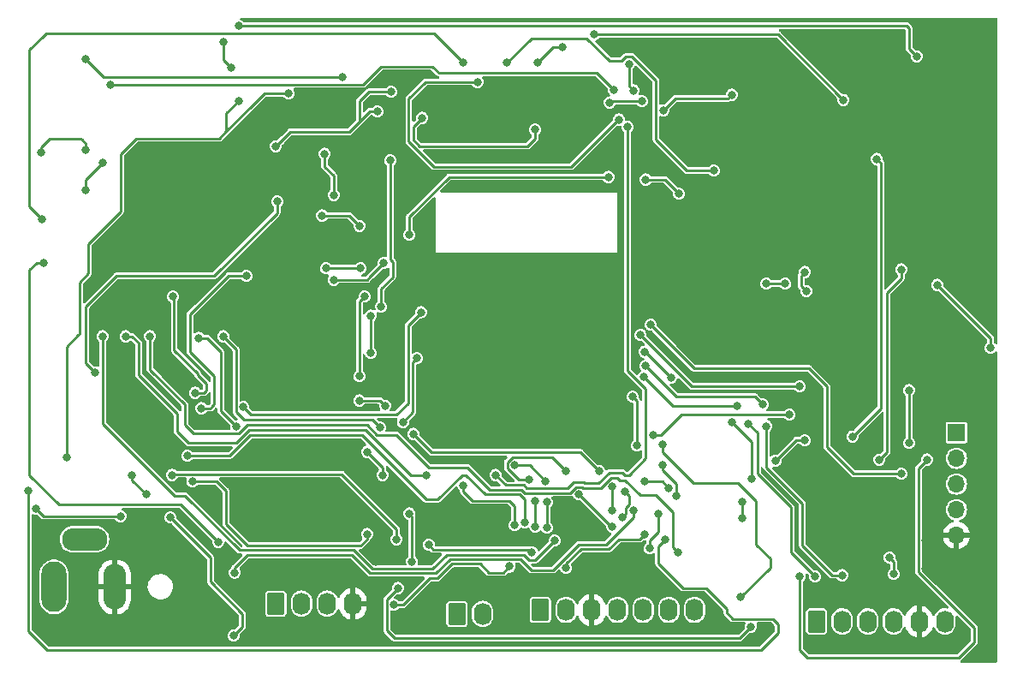
<source format=gbl>
G04 #@! TF.GenerationSoftware,KiCad,Pcbnew,7.0.7*
G04 #@! TF.CreationDate,2023-10-31T22:21:59-05:00*
G04 #@! TF.ProjectId,esp32_example,65737033-325f-4657-9861-6d706c652e6b,rev?*
G04 #@! TF.SameCoordinates,Original*
G04 #@! TF.FileFunction,Copper,L2,Bot*
G04 #@! TF.FilePolarity,Positive*
%FSLAX46Y46*%
G04 Gerber Fmt 4.6, Leading zero omitted, Abs format (unit mm)*
G04 Created by KiCad (PCBNEW 7.0.7) date 2023-10-31 22:21:59*
%MOMM*%
%LPD*%
G01*
G04 APERTURE LIST*
G04 Aperture macros list*
%AMRoundRect*
0 Rectangle with rounded corners*
0 $1 Rounding radius*
0 $2 $3 $4 $5 $6 $7 $8 $9 X,Y pos of 4 corners*
0 Add a 4 corners polygon primitive as box body*
4,1,4,$2,$3,$4,$5,$6,$7,$8,$9,$2,$3,0*
0 Add four circle primitives for the rounded corners*
1,1,$1+$1,$2,$3*
1,1,$1+$1,$4,$5*
1,1,$1+$1,$6,$7*
1,1,$1+$1,$8,$9*
0 Add four rect primitives between the rounded corners*
20,1,$1+$1,$2,$3,$4,$5,0*
20,1,$1+$1,$4,$5,$6,$7,0*
20,1,$1+$1,$6,$7,$8,$9,0*
20,1,$1+$1,$8,$9,$2,$3,0*%
G04 Aperture macros list end*
G04 #@! TA.AperFunction,ComponentPad*
%ADD10O,1.740000X2.190000*%
G04 #@! TD*
G04 #@! TA.AperFunction,ComponentPad*
%ADD11RoundRect,0.250000X-0.620000X-0.845000X0.620000X-0.845000X0.620000X0.845000X-0.620000X0.845000X0*%
G04 #@! TD*
G04 #@! TA.AperFunction,ComponentPad*
%ADD12O,2.500000X5.000000*%
G04 #@! TD*
G04 #@! TA.AperFunction,ComponentPad*
%ADD13O,2.250000X4.500000*%
G04 #@! TD*
G04 #@! TA.AperFunction,ComponentPad*
%ADD14O,4.500000X2.250000*%
G04 #@! TD*
G04 #@! TA.AperFunction,ComponentPad*
%ADD15R,1.700000X1.700000*%
G04 #@! TD*
G04 #@! TA.AperFunction,ComponentPad*
%ADD16O,1.700000X1.700000*%
G04 #@! TD*
G04 #@! TA.AperFunction,ViaPad*
%ADD17C,0.800000*%
G04 #@! TD*
G04 #@! TA.AperFunction,Conductor*
%ADD18C,0.250000*%
G04 #@! TD*
G04 APERTURE END LIST*
D10*
X143637000Y-109728000D03*
X141097000Y-109728000D03*
X138557000Y-109728000D03*
X136017000Y-109728000D03*
X133477000Y-109728000D03*
X130937000Y-109728000D03*
D11*
X128397000Y-109728000D03*
D10*
X168402000Y-110871000D03*
X165862000Y-110871000D03*
X163322000Y-110871000D03*
X160782000Y-110871000D03*
X158242000Y-110871000D03*
D11*
X155702000Y-110871000D03*
D12*
X80305000Y-107442000D03*
D13*
X86305000Y-107442000D03*
D14*
X83305000Y-102742000D03*
D10*
X109855000Y-109113000D03*
X107315000Y-109113000D03*
X104775000Y-109113000D03*
D11*
X102235000Y-109113000D03*
X120142000Y-110129000D03*
D10*
X122682000Y-110129000D03*
D15*
X169545000Y-92207000D03*
D16*
X169545000Y-94747000D03*
X169545000Y-97287000D03*
X169545000Y-99827000D03*
X169545000Y-102367000D03*
D17*
X112141000Y-110363000D03*
X113284000Y-112940500D03*
X115824000Y-111633000D03*
X125349000Y-111125000D03*
X113030000Y-102526500D03*
X112141000Y-104940000D03*
X92075000Y-78740000D03*
X94234000Y-88265000D03*
X140753500Y-102743000D03*
X77761500Y-97917000D03*
X109220000Y-94958500D03*
X109093000Y-93180500D03*
X114173000Y-102743000D03*
X91948000Y-96393000D03*
X88011000Y-96393000D03*
X89408000Y-98298000D03*
X110490000Y-89027000D03*
X113030000Y-89535000D03*
X115824000Y-92329000D03*
X134239000Y-96012000D03*
X130941299Y-96007701D03*
X127889000Y-98933000D03*
X127889000Y-101473000D03*
X127254000Y-96863500D03*
X127571147Y-104076853D03*
X117348000Y-103288500D03*
X112268000Y-60452000D03*
X128143000Y-55626000D03*
X130556000Y-54102000D03*
X158369000Y-59309000D03*
X133731000Y-52832000D03*
X140589000Y-56007000D03*
X138176000Y-53594000D03*
X137611806Y-58374172D03*
X137160000Y-55753000D03*
X166624000Y-94869000D03*
X154055299Y-106421701D03*
X142113000Y-68580000D03*
X135128000Y-66929000D03*
X138811000Y-67183000D03*
X115443000Y-72644000D03*
X136525000Y-100584000D03*
X138684000Y-102235000D03*
X130937000Y-105589500D03*
X136729753Y-98012000D03*
X125857000Y-95414500D03*
X128905000Y-96996500D03*
X129032000Y-99060000D03*
X129032000Y-101600000D03*
X135509000Y-101473000D03*
X132207000Y-98298000D03*
X116205000Y-84836000D03*
X114803128Y-91148484D03*
X112776000Y-96393000D03*
X115697000Y-104939500D03*
X111252000Y-94107000D03*
X115443000Y-100203000D03*
X149225000Y-111379000D03*
X114300000Y-107569000D03*
X141859000Y-98425000D03*
X140499500Y-95377000D03*
X139192000Y-103632000D03*
X140081000Y-100203000D03*
X148971000Y-91313000D03*
X138620147Y-86677854D03*
X155575000Y-106426000D03*
X147828000Y-89535000D03*
X138811000Y-85598000D03*
X150368000Y-89408000D03*
X158242000Y-106299000D03*
X150749000Y-91567000D03*
X138684000Y-84201000D03*
X141351000Y-86741000D03*
X148336000Y-100673500D03*
X149256597Y-96797500D03*
X163322000Y-106172000D03*
X148336000Y-99060000D03*
X162941000Y-104558500D03*
X147320000Y-91186000D03*
X151638000Y-94996000D03*
X154559000Y-92964000D03*
X164846000Y-93218000D03*
X164846000Y-88011000D03*
X138303000Y-82550000D03*
X154051000Y-87630000D03*
X167640000Y-77597000D03*
X172936500Y-83820000D03*
X166497000Y-105664000D03*
X166497000Y-102870000D03*
X165608000Y-54991000D03*
X97028000Y-53594000D03*
X97790000Y-56134000D03*
X98552000Y-59436000D03*
X98552000Y-51980500D03*
X140589000Y-60325000D03*
X147320000Y-58801000D03*
X135255000Y-59563000D03*
X138430000Y-59436000D03*
X135509000Y-99911500D03*
X135510593Y-97535113D03*
X137541000Y-88646000D03*
X137922000Y-93472000D03*
X164084000Y-96266000D03*
X139319000Y-81534000D03*
X146812000Y-73279000D03*
X139319000Y-74930000D03*
X161925000Y-94869000D03*
X164084000Y-76073000D03*
X159258000Y-92583000D03*
X161671000Y-65151000D03*
X145542000Y-66294000D03*
X125095000Y-55626000D03*
X122174000Y-57531000D03*
X136164881Y-61251500D03*
X139573000Y-92426631D03*
X153035000Y-90424000D03*
X154559000Y-76327000D03*
X154686000Y-78194500D03*
X161163000Y-75565000D03*
X159766000Y-78994000D03*
X148082000Y-76454000D03*
X147955000Y-78232000D03*
X151003000Y-84963000D03*
X152781000Y-84963000D03*
X152616500Y-77470000D03*
X150749000Y-77470000D03*
X81534000Y-94615000D03*
X111252000Y-102235000D03*
X78486000Y-99695000D03*
X103505000Y-58674000D03*
X93980000Y-97028000D03*
X86868000Y-100457000D03*
X112649000Y-79756000D03*
X113538000Y-65278000D03*
X98175299Y-106040701D03*
X137597994Y-99911500D03*
X125349000Y-105441500D03*
X93472000Y-94488000D03*
X113919000Y-109220000D03*
X98044000Y-112268000D03*
X91821000Y-100584000D03*
X126873000Y-101092000D03*
X148209000Y-108458000D03*
X140462000Y-93345000D03*
X123952000Y-96393000D03*
X137033000Y-61976000D03*
X125857000Y-101346000D03*
X120777000Y-97409000D03*
X116586000Y-80301500D03*
X99022500Y-89662000D03*
X114427000Y-88138000D03*
X115824000Y-75819000D03*
X110617000Y-75946000D03*
X107188000Y-75946000D03*
X116713000Y-61087000D03*
X127889000Y-62230000D03*
X113635625Y-58509027D03*
X94869000Y-89789000D03*
X99314000Y-76708000D03*
X102235000Y-63881000D03*
X112903000Y-75438000D03*
X107950000Y-77089000D03*
X102362000Y-69342000D03*
X84328000Y-86233000D03*
X106807000Y-70739000D03*
X110490000Y-71755000D03*
X110998000Y-78740000D03*
X110490000Y-86614000D03*
X107061000Y-64643000D03*
X107950000Y-68707000D03*
X111633000Y-80645000D03*
X111633000Y-84328000D03*
X141097000Y-97663000D03*
X112522000Y-91694000D03*
X97028000Y-82677000D03*
X138684000Y-97028000D03*
X94615000Y-82841500D03*
X98298000Y-91567000D03*
X89789000Y-82677000D03*
X141986000Y-104013000D03*
X117094000Y-96393000D03*
X87376000Y-82677000D03*
X85090000Y-65532000D03*
X135636000Y-58293000D03*
X83439000Y-68199000D03*
X85852000Y-57785000D03*
X78994000Y-64516000D03*
X85090000Y-82677000D03*
X129794000Y-102870000D03*
X83439000Y-64262000D03*
X83439000Y-55245000D03*
X108839000Y-57023000D03*
X96520000Y-102997000D03*
X79243701Y-75433701D03*
X120777000Y-55626000D03*
X79121000Y-71120000D03*
D18*
X112141000Y-111797500D02*
X112141000Y-110363000D01*
X124841000Y-111633000D02*
X115824000Y-111633000D01*
X113284000Y-112940500D02*
X112141000Y-111797500D01*
X125349000Y-111125000D02*
X124841000Y-111633000D01*
X112141000Y-103415500D02*
X112141000Y-104940000D01*
X113030000Y-102526500D02*
X112141000Y-103415500D01*
X91948000Y-96393000D02*
X92038000Y-96303000D01*
X92038000Y-96303000D02*
X108749000Y-96303000D01*
X108749000Y-96303000D02*
X114173000Y-101727000D01*
X114173000Y-101727000D02*
X114173000Y-102743000D01*
X118051500Y-106114500D02*
X119449000Y-104717000D01*
X98175299Y-105551909D02*
X99449208Y-104278000D01*
X119449000Y-104717000D02*
X126423000Y-104717000D01*
X99449208Y-104278000D02*
X109728000Y-104278000D01*
X109728000Y-104278000D02*
X111564500Y-106114500D01*
X137597994Y-100536311D02*
X137597994Y-99911500D01*
X126423000Y-104717000D02*
X127497000Y-105791000D01*
X98175299Y-106040701D02*
X98175299Y-105551909D01*
X136816000Y-101309000D02*
X136825305Y-101309000D01*
X129676305Y-105791000D02*
X132216305Y-103251000D01*
X127497000Y-105791000D02*
X129676305Y-105791000D01*
X132216305Y-103251000D02*
X134874000Y-103251000D01*
X111564500Y-106114500D02*
X118051500Y-106114500D01*
X134874000Y-103251000D02*
X136816000Y-101309000D01*
X136825305Y-101309000D02*
X137597994Y-100536311D01*
X127271548Y-104801853D02*
X126736695Y-104267000D01*
X129794000Y-102879305D02*
X127871452Y-104801853D01*
X119126000Y-104267000D02*
X117728500Y-105664500D01*
X129794000Y-102870000D02*
X129794000Y-102879305D01*
X111750896Y-105664500D02*
X109914396Y-103828000D01*
X109914396Y-103828000D02*
X98619604Y-103828000D01*
X127871452Y-104801853D02*
X127271548Y-104801853D01*
X98619604Y-103828000D02*
X93216604Y-98425000D01*
X117728500Y-105664500D02*
X111750896Y-105664500D01*
X93216604Y-98425000D02*
X92202000Y-98425000D01*
X126736695Y-104267000D02*
X119126000Y-104267000D01*
X92202000Y-98425000D02*
X85090000Y-91313000D01*
X85090000Y-91313000D02*
X85090000Y-82677000D01*
X111252000Y-102235000D02*
X111252000Y-102743000D01*
X111252000Y-102743000D02*
X110617000Y-103378000D01*
X97282000Y-101219000D02*
X97282000Y-97917000D01*
X110617000Y-103378000D02*
X99441000Y-103378000D01*
X99441000Y-103378000D02*
X97282000Y-101219000D01*
X97282000Y-97917000D02*
X96393000Y-97028000D01*
X96393000Y-97028000D02*
X93980000Y-97028000D01*
X96139000Y-76708000D02*
X86487000Y-76708000D01*
X102362000Y-70485000D02*
X96139000Y-76708000D01*
X102362000Y-69342000D02*
X102362000Y-70485000D01*
X86487000Y-76708000D02*
X83439000Y-79756000D01*
X83439000Y-79756000D02*
X83439000Y-85344000D01*
X83439000Y-85344000D02*
X84328000Y-86233000D01*
X92075000Y-78740000D02*
X92172504Y-78837504D01*
X92172504Y-78837504D02*
X92172504Y-84035199D01*
X92172504Y-84035199D02*
X94488000Y-86350695D01*
X95377000Y-87376000D02*
X95377000Y-88011000D01*
X95377000Y-88011000D02*
X95123000Y-88265000D01*
X95123000Y-88265000D02*
X94234000Y-88265000D01*
X94488000Y-86487000D02*
X95377000Y-87376000D01*
X94488000Y-86350695D02*
X94488000Y-86487000D01*
X141986000Y-104013000D02*
X141478000Y-103505000D01*
X98598305Y-92292000D02*
X94070000Y-92292000D01*
X141478000Y-100076000D02*
X139785701Y-98383701D01*
X132507305Y-97573000D02*
X131906695Y-97573000D01*
X99450305Y-91440000D02*
X98598305Y-92292000D01*
X138261701Y-98383701D02*
X136779000Y-96901000D01*
X121158000Y-95631000D02*
X117348000Y-95631000D01*
X112221695Y-92419000D02*
X111242695Y-91440000D01*
X139785701Y-98383701D02*
X138261701Y-98383701D01*
X126874396Y-98171000D02*
X126551396Y-97848000D01*
X135372695Y-96647000D02*
X134356695Y-97663000D01*
X136271000Y-96901000D02*
X136017000Y-96647000D01*
X93218000Y-89408000D02*
X89789000Y-85979000D01*
X132597305Y-97663000D02*
X132507305Y-97573000D01*
X134356695Y-97663000D02*
X132597305Y-97663000D01*
X131906695Y-97573000D02*
X131308695Y-98171000D01*
X136017000Y-96647000D02*
X135372695Y-96647000D01*
X131308695Y-98171000D02*
X126874396Y-98171000D01*
X117348000Y-95631000D02*
X114136000Y-92419000D01*
X126551396Y-97848000D02*
X123375000Y-97848000D01*
X123375000Y-97848000D02*
X121158000Y-95631000D01*
X114136000Y-92419000D02*
X112221695Y-92419000D01*
X111242695Y-91440000D02*
X99450305Y-91440000D01*
X136779000Y-96901000D02*
X136271000Y-96901000D01*
X141478000Y-103505000D02*
X141478000Y-100076000D01*
X94070000Y-92292000D02*
X93218000Y-91440000D01*
X93218000Y-91440000D02*
X93218000Y-89408000D01*
X89789000Y-85979000D02*
X89789000Y-82677000D01*
X87376000Y-82677000D02*
X88011000Y-82677000D01*
X99578701Y-91948000D02*
X111114299Y-91948000D01*
X88646000Y-86487000D02*
X92456000Y-90297000D01*
X88646000Y-83312000D02*
X88646000Y-86487000D01*
X92456000Y-90297000D02*
X92456000Y-92075000D01*
X88011000Y-82677000D02*
X88646000Y-83312000D01*
X92456000Y-92075000D02*
X93599000Y-93218000D01*
X115559299Y-96393000D02*
X117094000Y-96393000D01*
X93599000Y-93218000D02*
X98308701Y-93218000D01*
X111114299Y-91948000D02*
X115559299Y-96393000D01*
X98308701Y-93218000D02*
X99578701Y-91948000D01*
X140753500Y-102743000D02*
X140081000Y-103415500D01*
X142494000Y-107569000D02*
X144780000Y-107569000D01*
X140081000Y-105156000D02*
X142494000Y-107569000D01*
X147447000Y-110617000D02*
X151384000Y-110617000D01*
X151384000Y-110617000D02*
X151892000Y-111125000D01*
X79629000Y-113665000D02*
X78359000Y-112395000D01*
X146812000Y-109982000D02*
X147447000Y-110617000D01*
X151892000Y-111125000D02*
X151892000Y-112014000D01*
X146812000Y-109855000D02*
X146812000Y-109982000D01*
X146812000Y-109601000D02*
X146812000Y-109855000D01*
X140081000Y-103415500D02*
X140081000Y-103632000D01*
X144780000Y-107569000D02*
X146812000Y-109601000D01*
X140081000Y-103632000D02*
X140081000Y-105156000D01*
X78359000Y-112395000D02*
X77761500Y-111797500D01*
X150241000Y-113665000D02*
X79629000Y-113665000D01*
X77761500Y-111797500D02*
X77761500Y-97917000D01*
X151892000Y-112014000D02*
X150241000Y-113665000D01*
X139192000Y-103632000D02*
X139192000Y-102870000D01*
X139192000Y-102870000D02*
X140081000Y-101981000D01*
X140081000Y-101981000D02*
X140081000Y-100203000D01*
X127571147Y-104076853D02*
X127253294Y-103759000D01*
X127253294Y-103759000D02*
X117818500Y-103759000D01*
X117818500Y-103759000D02*
X117348000Y-103288500D01*
X113919000Y-109220000D02*
X114808000Y-109220000D01*
X117463500Y-106564500D02*
X118237896Y-106564500D01*
X118237896Y-106564500D02*
X119635396Y-105167000D01*
X114808000Y-109220000D02*
X117463500Y-106564500D01*
X119635396Y-105167000D02*
X122439000Y-105167000D01*
X122439000Y-105167000D02*
X123317000Y-106045000D01*
X123317000Y-106045000D02*
X124745500Y-106045000D01*
X124745500Y-106045000D02*
X125349000Y-105441500D01*
X113993000Y-112522000D02*
X113194000Y-111723000D01*
X113194000Y-111723000D02*
X113194000Y-108675000D01*
X149225000Y-111379000D02*
X148082000Y-112522000D01*
X148082000Y-112522000D02*
X113993000Y-112522000D01*
X113194000Y-108675000D02*
X114300000Y-107569000D01*
X138684000Y-102235000D02*
X138176000Y-102743000D01*
X130937000Y-105166701D02*
X130937000Y-105589500D01*
X132402701Y-103701000D02*
X130937000Y-105166701D01*
X138176000Y-102743000D02*
X136144000Y-102743000D01*
X136144000Y-102743000D02*
X135186000Y-103701000D01*
X135186000Y-103701000D02*
X132402701Y-103701000D01*
X109093000Y-93180500D02*
X109093000Y-94831500D01*
X109093000Y-94831500D02*
X109220000Y-94958500D01*
X126873000Y-101092000D02*
X126873000Y-98806000D01*
X126365000Y-98298000D02*
X122936000Y-98298000D01*
X118237000Y-98806000D02*
X117094000Y-98806000D01*
X126873000Y-98806000D02*
X126365000Y-98298000D01*
X122936000Y-98298000D02*
X121031000Y-96393000D01*
X121031000Y-96393000D02*
X120650000Y-96393000D01*
X110744000Y-92456000D02*
X99707097Y-92456000D01*
X120650000Y-96393000D02*
X118237000Y-98806000D01*
X117094000Y-98806000D02*
X110744000Y-92456000D01*
X99707097Y-92456000D02*
X97675097Y-94488000D01*
X97675097Y-94488000D02*
X93472000Y-94488000D01*
X97028000Y-82677000D02*
X98298000Y-83947000D01*
X111760000Y-90932000D02*
X112522000Y-91694000D01*
X98298000Y-83947000D02*
X98298000Y-90170000D01*
X98298000Y-90170000D02*
X99060000Y-90932000D01*
X99060000Y-90932000D02*
X111760000Y-90932000D01*
X88011000Y-96901000D02*
X89408000Y-98298000D01*
X88011000Y-96393000D02*
X88011000Y-96901000D01*
X132392000Y-94165000D02*
X117660000Y-94165000D01*
X117660000Y-94165000D02*
X115824000Y-92329000D01*
X134239000Y-96012000D02*
X132392000Y-94165000D01*
X112522000Y-89027000D02*
X113030000Y-89535000D01*
X110490000Y-89027000D02*
X112522000Y-89027000D01*
X114427000Y-88138000D02*
X114808500Y-87756500D01*
X114808500Y-87756500D02*
X114808500Y-79963695D01*
X114427000Y-77216000D02*
X115824000Y-75819000D01*
X114808500Y-79963695D02*
X114427000Y-79582195D01*
X114427000Y-79582195D02*
X114427000Y-77216000D01*
X114803128Y-91148484D02*
X115766000Y-90185612D01*
X115766000Y-90185612D02*
X115766000Y-85275000D01*
X115766000Y-85275000D02*
X116205000Y-84836000D01*
X127889000Y-101473000D02*
X127889000Y-98933000D01*
X129548598Y-94615000D02*
X130941299Y-96007701D01*
X125631195Y-94615000D02*
X129548598Y-94615000D01*
X125132000Y-95714805D02*
X125132000Y-95114195D01*
X125132000Y-95114195D02*
X125631195Y-94615000D01*
X127254000Y-96863500D02*
X126280695Y-96863500D01*
X126280695Y-96863500D02*
X125132000Y-95714805D01*
X111506000Y-60452000D02*
X110490000Y-61468000D01*
X112268000Y-60452000D02*
X111506000Y-60452000D01*
X129667000Y-54102000D02*
X130556000Y-54102000D01*
X128143000Y-55626000D02*
X129667000Y-54102000D01*
X151892000Y-52832000D02*
X158369000Y-59309000D01*
X133731000Y-52832000D02*
X151892000Y-52832000D01*
X125095000Y-55626000D02*
X127508000Y-53213000D01*
X135208695Y-55452695D02*
X136435000Y-55452695D01*
X137460305Y-55028000D02*
X139827000Y-57394695D01*
X136435000Y-55452695D02*
X136859695Y-55028000D01*
X127508000Y-53213000D02*
X132969000Y-53213000D01*
X132969000Y-53213000D02*
X135208695Y-55452695D01*
X136859695Y-55028000D02*
X137460305Y-55028000D01*
X139827000Y-57394695D02*
X139827000Y-63246000D01*
X139827000Y-63246000D02*
X142875000Y-66294000D01*
X142875000Y-66294000D02*
X145542000Y-66294000D01*
X140589000Y-56007000D02*
X138176000Y-53594000D01*
X137160000Y-55753000D02*
X137160000Y-57922366D01*
X137160000Y-57922366D02*
X137611806Y-58374172D01*
X171323000Y-112903000D02*
X171323000Y-111515305D01*
X154055299Y-113669299D02*
X154813000Y-114427000D01*
X165772000Y-105964305D02*
X165772000Y-95721000D01*
X165772000Y-95721000D02*
X166624000Y-94869000D01*
X169799000Y-114427000D02*
X171323000Y-112903000D01*
X171323000Y-111515305D02*
X165772000Y-105964305D01*
X154055299Y-106421701D02*
X154055299Y-113669299D01*
X154813000Y-114427000D02*
X169799000Y-114427000D01*
X140716000Y-67183000D02*
X142113000Y-68580000D01*
X138811000Y-67183000D02*
X140716000Y-67183000D01*
X115443000Y-70849222D02*
X119363222Y-66929000D01*
X115443000Y-72644000D02*
X115443000Y-70849222D01*
X119363222Y-66929000D02*
X135128000Y-66929000D01*
X138684000Y-97028000D02*
X140462000Y-97028000D01*
X140462000Y-97028000D02*
X141097000Y-97663000D01*
X135510593Y-97535113D02*
X135509000Y-97536706D01*
X135509000Y-97536706D02*
X135509000Y-99911500D01*
X136729753Y-98012000D02*
X137160000Y-98442247D01*
X137160000Y-98442247D02*
X137160000Y-99324189D01*
X137160000Y-99324189D02*
X136872994Y-99611195D01*
X136872994Y-99611195D02*
X136872994Y-100211805D01*
X136872994Y-100211805D02*
X136885094Y-100223906D01*
X136885094Y-100223906D02*
X136525000Y-100584000D01*
X127323000Y-95414500D02*
X125857000Y-95414500D01*
X128905000Y-96996500D02*
X127323000Y-95414500D01*
X136517091Y-96139000D02*
X136771091Y-96393000D01*
X127060792Y-97721000D02*
X131122299Y-97721000D01*
X137033000Y-86115305D02*
X137033000Y-61976000D01*
X132693701Y-97123000D02*
X132783701Y-97213000D01*
X131122299Y-97721000D02*
X131720299Y-97123000D01*
X124957000Y-97398000D02*
X126737792Y-97398000D01*
X123952000Y-96393000D02*
X124957000Y-97398000D01*
X131720299Y-97123000D02*
X132693701Y-97123000D01*
X132783701Y-97213000D02*
X134170299Y-97213000D01*
X134170299Y-97213000D02*
X135244299Y-96139000D01*
X135244299Y-96139000D02*
X136517091Y-96139000D01*
X126737792Y-97398000D02*
X127060792Y-97721000D01*
X136771091Y-96393000D02*
X137160000Y-96393000D01*
X137160000Y-96393000D02*
X138811000Y-94742000D01*
X138811000Y-94742000D02*
X138811000Y-87893305D01*
X138811000Y-87893305D02*
X137033000Y-86115305D01*
X129032000Y-101600000D02*
X129032000Y-99060000D01*
X121666000Y-98933000D02*
X120777000Y-98044000D01*
X125857000Y-101346000D02*
X125857000Y-99441000D01*
X125857000Y-99441000D02*
X125349000Y-98933000D01*
X125349000Y-98933000D02*
X121666000Y-98933000D01*
X120777000Y-98044000D02*
X120777000Y-97409000D01*
X135509000Y-101473000D02*
X135382000Y-101473000D01*
X135382000Y-101473000D02*
X132207000Y-98298000D01*
X116586000Y-80301500D02*
X115316000Y-81571500D01*
X115316000Y-81571500D02*
X115316000Y-89281000D01*
X115316000Y-89281000D02*
X114173000Y-90424000D01*
X114173000Y-90424000D02*
X99784500Y-90424000D01*
X99784500Y-90424000D02*
X99022500Y-89662000D01*
X115697000Y-104939500D02*
X115697000Y-100457000D01*
X112776000Y-95631000D02*
X111252000Y-94107000D01*
X112776000Y-96393000D02*
X112776000Y-95631000D01*
X115697000Y-100457000D02*
X115443000Y-100203000D01*
X141859000Y-98425000D02*
X141859000Y-97282000D01*
X141859000Y-97282000D02*
X140499500Y-95922500D01*
X140499500Y-95922500D02*
X140499500Y-95377000D01*
X140462000Y-94107000D02*
X140462000Y-93345000D01*
X143510000Y-97155000D02*
X140462000Y-94107000D01*
X149733000Y-98933000D02*
X147955000Y-97155000D01*
X151130000Y-105537000D02*
X151130000Y-104648000D01*
X149733000Y-103251000D02*
X149733000Y-98933000D01*
X147955000Y-97155000D02*
X143510000Y-97155000D01*
X151130000Y-104648000D02*
X149733000Y-103251000D01*
X148209000Y-108458000D02*
X151130000Y-105537000D01*
X147828000Y-89535000D02*
X141477293Y-89535000D01*
X153162000Y-104013000D02*
X153162000Y-99568000D01*
X149860000Y-96266000D02*
X149860000Y-92202000D01*
X149860000Y-92202000D02*
X148971000Y-91313000D01*
X155575000Y-106426000D02*
X153162000Y-104013000D01*
X141477293Y-89535000D02*
X138620147Y-86677854D01*
X153162000Y-99568000D02*
X149860000Y-96266000D01*
X149606000Y-88646000D02*
X142494000Y-88646000D01*
X154305000Y-99187000D02*
X151511000Y-96393000D01*
X151511000Y-96393000D02*
X150749000Y-95631000D01*
X158242000Y-106299000D02*
X157226000Y-106299000D01*
X142494000Y-88646000D02*
X141859000Y-88646000D01*
X150749000Y-95631000D02*
X150749000Y-91567000D01*
X154305000Y-103378000D02*
X154305000Y-99187000D01*
X141859000Y-88646000D02*
X138811000Y-85598000D01*
X157226000Y-106299000D02*
X154305000Y-103378000D01*
X150368000Y-89408000D02*
X149606000Y-88646000D01*
X163322000Y-106172000D02*
X163322000Y-104939500D01*
X163322000Y-104939500D02*
X162941000Y-104558500D01*
X148336000Y-100673500D02*
X148336000Y-99060000D01*
X141351000Y-86741000D02*
X138811000Y-84201000D01*
X149256597Y-96797500D02*
X149256597Y-93122597D01*
X138811000Y-84201000D02*
X138684000Y-84201000D01*
X149256597Y-93122597D02*
X147320000Y-91186000D01*
X153670000Y-92964000D02*
X151638000Y-94996000D01*
X154559000Y-92964000D02*
X153670000Y-92964000D01*
X154051000Y-87630000D02*
X143383000Y-87630000D01*
X143383000Y-87630000D02*
X138303000Y-82550000D01*
X164846000Y-93218000D02*
X164846000Y-88011000D01*
X172936500Y-82893500D02*
X167640000Y-77597000D01*
X172936500Y-83820000D02*
X172936500Y-82893500D01*
X166497000Y-102870000D02*
X166497000Y-105664000D01*
X159766000Y-77959250D02*
X161163000Y-76562250D01*
X159766000Y-78994000D02*
X159766000Y-77959250D01*
X161163000Y-76562250D02*
X161163000Y-75565000D01*
X159258000Y-92583000D02*
X162052000Y-89789000D01*
X162052000Y-89789000D02*
X162052000Y-65532000D01*
X162052000Y-65532000D02*
X161671000Y-65151000D01*
X137922000Y-93472000D02*
X137922000Y-89027000D01*
X137922000Y-89027000D02*
X137541000Y-88646000D01*
X139573000Y-92426631D02*
X140355064Y-92426631D01*
X140355064Y-92426631D02*
X142357695Y-90424000D01*
X142357695Y-90424000D02*
X153035000Y-90424000D01*
X112649000Y-79756000D02*
X112649000Y-77978000D01*
X112649000Y-77978000D02*
X113792000Y-76835000D01*
X113792000Y-76835000D02*
X113792000Y-75301695D01*
X113792000Y-75301695D02*
X113538000Y-75047695D01*
X113538000Y-75047695D02*
X113538000Y-65278000D01*
X79243701Y-75433701D02*
X78553799Y-75433701D01*
X78553799Y-75433701D02*
X77851000Y-76136500D01*
X80772000Y-99314000D02*
X92837000Y-99314000D01*
X77851000Y-76136500D02*
X77851000Y-96393000D01*
X77851000Y-96393000D02*
X80772000Y-99314000D01*
X92837000Y-99314000D02*
X96520000Y-102997000D01*
X98044000Y-112268000D02*
X98933000Y-111379000D01*
X98933000Y-110109000D02*
X95758000Y-106934000D01*
X95758000Y-104521000D02*
X91821000Y-100584000D01*
X98933000Y-111379000D02*
X98933000Y-110109000D01*
X95758000Y-106934000D02*
X95758000Y-104521000D01*
X164084000Y-76073000D02*
X164084000Y-76962000D01*
X164084000Y-76962000D02*
X162687000Y-78359000D01*
X162687000Y-78359000D02*
X162687000Y-94107000D01*
X162687000Y-94107000D02*
X161925000Y-94869000D01*
X165608000Y-54991000D02*
X164846000Y-54229000D01*
X164846000Y-54229000D02*
X164846000Y-52197000D01*
X164846000Y-52197000D02*
X164629500Y-51980500D01*
X164629500Y-51980500D02*
X98552000Y-51980500D01*
X97345500Y-60642500D02*
X98552000Y-59436000D01*
X96647000Y-63119000D02*
X97345500Y-62420500D01*
X97790000Y-56134000D02*
X97028000Y-55372000D01*
X97345500Y-62420500D02*
X99949000Y-59817000D01*
X97345500Y-62420500D02*
X97345500Y-60642500D01*
X97028000Y-55372000D02*
X97028000Y-53594000D01*
X111252000Y-77089000D02*
X111569500Y-76771500D01*
X111569500Y-76771500D02*
X112903000Y-75438000D01*
X141732000Y-59182000D02*
X146939000Y-59182000D01*
X146939000Y-59182000D02*
X147320000Y-58801000D01*
X140589000Y-60325000D02*
X141732000Y-59182000D01*
X138430000Y-59436000D02*
X135382000Y-59436000D01*
X135382000Y-59436000D02*
X135255000Y-59563000D01*
X115374000Y-63432396D02*
X115374000Y-59193000D01*
X136106500Y-61251500D02*
X131445000Y-65913000D01*
X131445000Y-65913000D02*
X117854604Y-65913000D01*
X117854604Y-65913000D02*
X115374000Y-63432396D01*
X136164881Y-61251500D02*
X136106500Y-61251500D01*
X115374000Y-59193000D02*
X117036000Y-57531000D01*
X117036000Y-57531000D02*
X122174000Y-57531000D01*
X159385000Y-96266000D02*
X164084000Y-96266000D01*
X143637000Y-85852000D02*
X154940000Y-85852000D01*
X156718000Y-93599000D02*
X159385000Y-96266000D01*
X139319000Y-81534000D02*
X143637000Y-85852000D01*
X154940000Y-85852000D02*
X156718000Y-87630000D01*
X156718000Y-87630000D02*
X156718000Y-93599000D01*
X146685000Y-73406000D02*
X146812000Y-73279000D01*
X139319000Y-74930000D02*
X140843000Y-73406000D01*
X140843000Y-73406000D02*
X146685000Y-73406000D01*
X147955000Y-78232000D02*
X148590000Y-77597000D01*
X148590000Y-77597000D02*
X148590000Y-76962000D01*
X148590000Y-76962000D02*
X148082000Y-76454000D01*
X154686000Y-78194500D02*
X154178000Y-77686500D01*
X154178000Y-77686500D02*
X154178000Y-76708000D01*
X154178000Y-76708000D02*
X154559000Y-76327000D01*
X152781000Y-84963000D02*
X151003000Y-84963000D01*
X150749000Y-77470000D02*
X152616500Y-77470000D01*
X81534000Y-94615000D02*
X81534000Y-83693000D01*
X83693000Y-73533000D02*
X86868000Y-70358000D01*
X82804000Y-82423000D02*
X82804000Y-77343000D01*
X82804000Y-77343000D02*
X83693000Y-76454000D01*
X81534000Y-83693000D02*
X82677000Y-82550000D01*
X86868000Y-100457000D02*
X79248000Y-100457000D01*
X99949000Y-59817000D02*
X101092000Y-58674000D01*
X86868000Y-70358000D02*
X86868000Y-64643000D01*
X79248000Y-100457000D02*
X78486000Y-99695000D01*
X82677000Y-82550000D02*
X82804000Y-82423000D01*
X95631000Y-63119000D02*
X96647000Y-63119000D01*
X88392000Y-63119000D02*
X95631000Y-63119000D01*
X83693000Y-76454000D02*
X83693000Y-73533000D01*
X101092000Y-58674000D02*
X103505000Y-58674000D01*
X86868000Y-64643000D02*
X88392000Y-63119000D01*
X110617000Y-75946000D02*
X107188000Y-75946000D01*
X112649000Y-56007000D02*
X117729000Y-56007000D01*
X85852000Y-57785000D02*
X110871000Y-57785000D01*
X110871000Y-57785000D02*
X112649000Y-56007000D01*
X117729000Y-56007000D02*
X118364000Y-56642000D01*
X118364000Y-56642000D02*
X133985000Y-56642000D01*
X133985000Y-56642000D02*
X135636000Y-58293000D01*
X116713000Y-61087000D02*
X115824000Y-61976000D01*
X115824000Y-61976000D02*
X115824000Y-63246000D01*
X115824000Y-63246000D02*
X116459000Y-63881000D01*
X127127000Y-63881000D02*
X127889000Y-63119000D01*
X116459000Y-63881000D02*
X127127000Y-63881000D01*
X127889000Y-63119000D02*
X127889000Y-62230000D01*
X110490000Y-61468000D02*
X110490000Y-59436000D01*
X111416973Y-58509027D02*
X113635625Y-58509027D01*
X109474000Y-62484000D02*
X110490000Y-61468000D01*
X102235000Y-63881000D02*
X102997000Y-63119000D01*
X102997000Y-63119000D02*
X103632000Y-62484000D01*
X103632000Y-62484000D02*
X109474000Y-62484000D01*
X110490000Y-59436000D02*
X111416973Y-58509027D01*
X96139000Y-86614000D02*
X93726000Y-84201000D01*
X96139000Y-89408000D02*
X96139000Y-88646000D01*
X94488000Y-79756000D02*
X97536000Y-76708000D01*
X94869000Y-89789000D02*
X95758000Y-89789000D01*
X93726000Y-80518000D02*
X94488000Y-79756000D01*
X96139000Y-88646000D02*
X96139000Y-86614000D01*
X95758000Y-89789000D02*
X95885000Y-89662000D01*
X97536000Y-76708000D02*
X99314000Y-76708000D01*
X95885000Y-89662000D02*
X96139000Y-89408000D01*
X93726000Y-84201000D02*
X93726000Y-80518000D01*
X107950000Y-77089000D02*
X111252000Y-77089000D01*
X109474000Y-70739000D02*
X110490000Y-71755000D01*
X106807000Y-70739000D02*
X109474000Y-70739000D01*
X110998000Y-78740000D02*
X110490000Y-79248000D01*
X110490000Y-79248000D02*
X110490000Y-86614000D01*
X107061000Y-64643000D02*
X107061000Y-65913000D01*
X107950000Y-66802000D02*
X107950000Y-68707000D01*
X107061000Y-65913000D02*
X107950000Y-66802000D01*
X111633000Y-80645000D02*
X111633000Y-84328000D01*
X96774000Y-84201000D02*
X96774000Y-90043000D01*
X94615000Y-82841500D02*
X95414500Y-82841500D01*
X96774000Y-90043000D02*
X98298000Y-91567000D01*
X95414500Y-82841500D02*
X96774000Y-84201000D01*
X83439000Y-67183000D02*
X85090000Y-65532000D01*
X83439000Y-68199000D02*
X83439000Y-67183000D01*
X78994000Y-64008000D02*
X79883000Y-63119000D01*
X83058000Y-63246000D02*
X83439000Y-63627000D01*
X83439000Y-63627000D02*
X83439000Y-64262000D01*
X82931000Y-63119000D02*
X83058000Y-63246000D01*
X78994000Y-64516000D02*
X78994000Y-64008000D01*
X79883000Y-63119000D02*
X82931000Y-63119000D01*
X85217000Y-57023000D02*
X108839000Y-57023000D01*
X83439000Y-55245000D02*
X85217000Y-57023000D01*
X117856000Y-52705000D02*
X120777000Y-55626000D01*
X83439000Y-52705000D02*
X117856000Y-52705000D01*
X79248000Y-52959000D02*
X79502000Y-52705000D01*
X79121000Y-71120000D02*
X77851000Y-69850000D01*
X79502000Y-52705000D02*
X83439000Y-52705000D01*
X77851000Y-69850000D02*
X77851000Y-68580000D01*
X77851000Y-54356000D02*
X79248000Y-52959000D01*
X77851000Y-68580000D02*
X77851000Y-54356000D01*
G04 #@! TA.AperFunction,Conductor*
G36*
X173552039Y-51200685D02*
G01*
X173597794Y-51253489D01*
X173609000Y-51305000D01*
X173609000Y-83344697D01*
X173589315Y-83411736D01*
X173536511Y-83457491D01*
X173467353Y-83467435D01*
X173403797Y-83438410D01*
X173386625Y-83420184D01*
X173364781Y-83391717D01*
X173310512Y-83350074D01*
X173269310Y-83293646D01*
X173262000Y-83251699D01*
X173262000Y-82910412D01*
X173262236Y-82905006D01*
X173265763Y-82864691D01*
X173255285Y-82825590D01*
X173254118Y-82820330D01*
X173247088Y-82780455D01*
X173247087Y-82780453D01*
X173245260Y-82775433D01*
X173238320Y-82758676D01*
X173236054Y-82753819D01*
X173236054Y-82753816D01*
X173212839Y-82720662D01*
X173209933Y-82716099D01*
X173189696Y-82681048D01*
X173189695Y-82681047D01*
X173189694Y-82681045D01*
X173158677Y-82655018D01*
X173154693Y-82651367D01*
X168272011Y-77768685D01*
X168238526Y-77707362D01*
X168236753Y-77664818D01*
X168241764Y-77626762D01*
X168245682Y-77597000D01*
X168225044Y-77440238D01*
X168164536Y-77294159D01*
X168068282Y-77168718D01*
X167942841Y-77072464D01*
X167936455Y-77069819D01*
X167796762Y-77011956D01*
X167796760Y-77011955D01*
X167640001Y-76991318D01*
X167639999Y-76991318D01*
X167483239Y-77011955D01*
X167483237Y-77011956D01*
X167337160Y-77072463D01*
X167211718Y-77168718D01*
X167115463Y-77294160D01*
X167054956Y-77440237D01*
X167054955Y-77440239D01*
X167034318Y-77596998D01*
X167034318Y-77597001D01*
X167054955Y-77753760D01*
X167054956Y-77753762D01*
X167095797Y-77852362D01*
X167115464Y-77899841D01*
X167211718Y-78025282D01*
X167337159Y-78121536D01*
X167483238Y-78182044D01*
X167497678Y-78183945D01*
X167639999Y-78202682D01*
X167640000Y-78202682D01*
X167640001Y-78202682D01*
X167675708Y-78197980D01*
X167707818Y-78193753D01*
X167776853Y-78204518D01*
X167811685Y-78229011D01*
X172574681Y-82992006D01*
X172608166Y-83053329D01*
X172611000Y-83079687D01*
X172611000Y-83251699D01*
X172591315Y-83318738D01*
X172562488Y-83350074D01*
X172508220Y-83391715D01*
X172411963Y-83517160D01*
X172351456Y-83663237D01*
X172351455Y-83663239D01*
X172330818Y-83819998D01*
X172330818Y-83820001D01*
X172351455Y-83976760D01*
X172351456Y-83976762D01*
X172395433Y-84082933D01*
X172411964Y-84122841D01*
X172508218Y-84248282D01*
X172633659Y-84344536D01*
X172779738Y-84405044D01*
X172843626Y-84413455D01*
X172936499Y-84425682D01*
X172936500Y-84425682D01*
X172936501Y-84425682D01*
X172988754Y-84418802D01*
X173093262Y-84405044D01*
X173239341Y-84344536D01*
X173364782Y-84248282D01*
X173386625Y-84219814D01*
X173443051Y-84178613D01*
X173512797Y-84174458D01*
X173573718Y-84208670D01*
X173606471Y-84270387D01*
X173609000Y-84295302D01*
X173609000Y-114811000D01*
X173589315Y-114878039D01*
X173536511Y-114923794D01*
X173485000Y-114935000D01*
X170034270Y-114935000D01*
X169967231Y-114915315D01*
X169921476Y-114862511D01*
X169911532Y-114793353D01*
X169940557Y-114729797D01*
X169963133Y-114709434D01*
X169971837Y-114703338D01*
X169976392Y-114700437D01*
X170011455Y-114680194D01*
X170011459Y-114680190D01*
X170037476Y-114649182D01*
X170041122Y-114645202D01*
X171541210Y-113145115D01*
X171545172Y-113141484D01*
X171576194Y-113115455D01*
X171596444Y-113080378D01*
X171599333Y-113075845D01*
X171622553Y-113042684D01*
X171622555Y-113042676D01*
X171624816Y-113037828D01*
X171631754Y-113021079D01*
X171633583Y-113016052D01*
X171633588Y-113016045D01*
X171640622Y-112976147D01*
X171641779Y-112970929D01*
X171652263Y-112931807D01*
X171648735Y-112891489D01*
X171648500Y-112886086D01*
X171648500Y-111532214D01*
X171648736Y-111526807D01*
X171649695Y-111515853D01*
X171652263Y-111486498D01*
X171652262Y-111486497D01*
X171652263Y-111486496D01*
X171641786Y-111447397D01*
X171640617Y-111442129D01*
X171633588Y-111402260D01*
X171633587Y-111402259D01*
X171633587Y-111402256D01*
X171631765Y-111397252D01*
X171624815Y-111380473D01*
X171622554Y-111375624D01*
X171622553Y-111375623D01*
X171622553Y-111375621D01*
X171599333Y-111342459D01*
X171596435Y-111337909D01*
X171592845Y-111331692D01*
X171576194Y-111302850D01*
X171576191Y-111302847D01*
X171576190Y-111302846D01*
X171549549Y-111280492D01*
X171545182Y-111276827D01*
X171541210Y-111273188D01*
X167491837Y-107223815D01*
X166133819Y-105865796D01*
X166100334Y-105804473D01*
X166097500Y-105778115D01*
X166097500Y-102617000D01*
X168214364Y-102617000D01*
X168271567Y-102830486D01*
X168271570Y-102830492D01*
X168371399Y-103044578D01*
X168506894Y-103238082D01*
X168673917Y-103405105D01*
X168867421Y-103540600D01*
X169081507Y-103640429D01*
X169081516Y-103640433D01*
X169295000Y-103697634D01*
X169295000Y-102979301D01*
X169314685Y-102912262D01*
X169367489Y-102866507D01*
X169436647Y-102856563D01*
X169509237Y-102867000D01*
X169509238Y-102867000D01*
X169580762Y-102867000D01*
X169580763Y-102867000D01*
X169653353Y-102856563D01*
X169722512Y-102866507D01*
X169775315Y-102912262D01*
X169795000Y-102979301D01*
X169795000Y-103697633D01*
X170008483Y-103640433D01*
X170008492Y-103640429D01*
X170222578Y-103540600D01*
X170416082Y-103405105D01*
X170583105Y-103238082D01*
X170718600Y-103044578D01*
X170818429Y-102830492D01*
X170818432Y-102830486D01*
X170875636Y-102617000D01*
X170158347Y-102617000D01*
X170091308Y-102597315D01*
X170045553Y-102544511D01*
X170035609Y-102475353D01*
X170039369Y-102458067D01*
X170045000Y-102438888D01*
X170045000Y-102295111D01*
X170039369Y-102275933D01*
X170039370Y-102206064D01*
X170077145Y-102147286D01*
X170140701Y-102118262D01*
X170158347Y-102117000D01*
X170875636Y-102117000D01*
X170875635Y-102116999D01*
X170818432Y-101903513D01*
X170818429Y-101903507D01*
X170718600Y-101689422D01*
X170718599Y-101689420D01*
X170583113Y-101495926D01*
X170583108Y-101495920D01*
X170416082Y-101328894D01*
X170222578Y-101193399D01*
X170008492Y-101093570D01*
X170008486Y-101093567D01*
X169886349Y-101060841D01*
X169826689Y-101024476D01*
X169796160Y-100961629D01*
X169804455Y-100892253D01*
X169848940Y-100838375D01*
X169882444Y-100822407D01*
X169948954Y-100802232D01*
X170131450Y-100704685D01*
X170291410Y-100573410D01*
X170422685Y-100413450D01*
X170520232Y-100230954D01*
X170580300Y-100032934D01*
X170600583Y-99827000D01*
X170580300Y-99621066D01*
X170520232Y-99423046D01*
X170422685Y-99240550D01*
X170355097Y-99158193D01*
X170291410Y-99080589D01*
X170162193Y-98974545D01*
X170131450Y-98949315D01*
X169961554Y-98858502D01*
X169948956Y-98851769D01*
X169948955Y-98851768D01*
X169948954Y-98851768D01*
X169750934Y-98791700D01*
X169750932Y-98791699D01*
X169750934Y-98791699D01*
X169545000Y-98771417D01*
X169339067Y-98791699D01*
X169141043Y-98851769D01*
X169042379Y-98904507D01*
X168958550Y-98949315D01*
X168958548Y-98949316D01*
X168958547Y-98949317D01*
X168798589Y-99080589D01*
X168667317Y-99240547D01*
X168667315Y-99240550D01*
X168643285Y-99285507D01*
X168569769Y-99423043D01*
X168509699Y-99621067D01*
X168489417Y-99827000D01*
X168509699Y-100032932D01*
X168524883Y-100082986D01*
X168569768Y-100230954D01*
X168667315Y-100413450D01*
X168679414Y-100428193D01*
X168798589Y-100573410D01*
X168891131Y-100649356D01*
X168958550Y-100704685D01*
X169141046Y-100802232D01*
X169207551Y-100822405D01*
X169265989Y-100860702D01*
X169294446Y-100924514D01*
X169283887Y-100993581D01*
X169237663Y-101045975D01*
X169203650Y-101060841D01*
X169081514Y-101093567D01*
X169081507Y-101093570D01*
X168867422Y-101193399D01*
X168867420Y-101193400D01*
X168673926Y-101328886D01*
X168673920Y-101328891D01*
X168506891Y-101495920D01*
X168506886Y-101495926D01*
X168371400Y-101689420D01*
X168371399Y-101689422D01*
X168271570Y-101903507D01*
X168271567Y-101903513D01*
X168214364Y-102116999D01*
X168214364Y-102117000D01*
X168931653Y-102117000D01*
X168998692Y-102136685D01*
X169044447Y-102189489D01*
X169054391Y-102258647D01*
X169050631Y-102275933D01*
X169045000Y-102295111D01*
X169045000Y-102438888D01*
X169050631Y-102458067D01*
X169050630Y-102527936D01*
X169012855Y-102586714D01*
X168949299Y-102615738D01*
X168931653Y-102617000D01*
X168214364Y-102617000D01*
X166097500Y-102617000D01*
X166097500Y-97287000D01*
X168489417Y-97287000D01*
X168509699Y-97492932D01*
X168523953Y-97539922D01*
X168569768Y-97690954D01*
X168667315Y-97873450D01*
X168667317Y-97873452D01*
X168798589Y-98033410D01*
X168874535Y-98095736D01*
X168958550Y-98164685D01*
X169141046Y-98262232D01*
X169339066Y-98322300D01*
X169339065Y-98322300D01*
X169352468Y-98323620D01*
X169545000Y-98342583D01*
X169750934Y-98322300D01*
X169948954Y-98262232D01*
X170131450Y-98164685D01*
X170291410Y-98033410D01*
X170422685Y-97873450D01*
X170520232Y-97690954D01*
X170580300Y-97492934D01*
X170600583Y-97287000D01*
X170580300Y-97081066D01*
X170520232Y-96883046D01*
X170422685Y-96700550D01*
X170363815Y-96628816D01*
X170291410Y-96540589D01*
X170146673Y-96421808D01*
X170131450Y-96409315D01*
X169948954Y-96311768D01*
X169750934Y-96251700D01*
X169750932Y-96251699D01*
X169750934Y-96251699D01*
X169562788Y-96233169D01*
X169545000Y-96231417D01*
X169544999Y-96231417D01*
X169339067Y-96251699D01*
X169141043Y-96311769D01*
X169090168Y-96338963D01*
X168958550Y-96409315D01*
X168958548Y-96409316D01*
X168958547Y-96409317D01*
X168798589Y-96540589D01*
X168668461Y-96699153D01*
X168667315Y-96700550D01*
X168644500Y-96743233D01*
X168569769Y-96883043D01*
X168509699Y-97081067D01*
X168489417Y-97287000D01*
X166097500Y-97287000D01*
X166097500Y-95907186D01*
X166117185Y-95840147D01*
X166133814Y-95819510D01*
X166452315Y-95501009D01*
X166513636Y-95467526D01*
X166556180Y-95465753D01*
X166623999Y-95474682D01*
X166624000Y-95474682D01*
X166624001Y-95474682D01*
X166676254Y-95467802D01*
X166780762Y-95454044D01*
X166926841Y-95393536D01*
X167052282Y-95297282D01*
X167148536Y-95171841D01*
X167209044Y-95025762D01*
X167229026Y-94873981D01*
X167229682Y-94869001D01*
X167229682Y-94868998D01*
X167213620Y-94747000D01*
X168489417Y-94747000D01*
X168509699Y-94952932D01*
X168527780Y-95012536D01*
X168569768Y-95150954D01*
X168667315Y-95333450D01*
X168685995Y-95356212D01*
X168798589Y-95493410D01*
X168895209Y-95572702D01*
X168958550Y-95624685D01*
X169141046Y-95722232D01*
X169339066Y-95782300D01*
X169339065Y-95782300D01*
X169357529Y-95784118D01*
X169545000Y-95802583D01*
X169750934Y-95782300D01*
X169948954Y-95722232D01*
X170131450Y-95624685D01*
X170291410Y-95493410D01*
X170422685Y-95333450D01*
X170520232Y-95150954D01*
X170580300Y-94952934D01*
X170600583Y-94747000D01*
X170580300Y-94541066D01*
X170520232Y-94343046D01*
X170422685Y-94160550D01*
X170367070Y-94092782D01*
X170291410Y-94000589D01*
X170131452Y-93869317D01*
X170131453Y-93869317D01*
X170131450Y-93869315D01*
X169953231Y-93774054D01*
X169948956Y-93771769D01*
X169948955Y-93771768D01*
X169948954Y-93771768D01*
X169750934Y-93711700D01*
X169750932Y-93711699D01*
X169750934Y-93711699D01*
X169563463Y-93693235D01*
X169545000Y-93691417D01*
X169544999Y-93691417D01*
X169339067Y-93711699D01*
X169141043Y-93771769D01*
X169030898Y-93830643D01*
X168958550Y-93869315D01*
X168958548Y-93869316D01*
X168958547Y-93869317D01*
X168798589Y-94000589D01*
X168668040Y-94159666D01*
X168667315Y-94160550D01*
X168653328Y-94186718D01*
X168569769Y-94343043D01*
X168569768Y-94343045D01*
X168569768Y-94343046D01*
X168569031Y-94345475D01*
X168509699Y-94541067D01*
X168489417Y-94747000D01*
X167213620Y-94747000D01*
X167209044Y-94712239D01*
X167209044Y-94712238D01*
X167148536Y-94566159D01*
X167052282Y-94440718D01*
X166926841Y-94344464D01*
X166923410Y-94343043D01*
X166780762Y-94283956D01*
X166780760Y-94283955D01*
X166624001Y-94263318D01*
X166623999Y-94263318D01*
X166467239Y-94283955D01*
X166467237Y-94283956D01*
X166321160Y-94344463D01*
X166195718Y-94440718D01*
X166099463Y-94566160D01*
X166038956Y-94712237D01*
X166038955Y-94712239D01*
X166018318Y-94868998D01*
X166018318Y-94869001D01*
X166027246Y-94936818D01*
X166016480Y-95005853D01*
X165991988Y-95040684D01*
X165553803Y-95478870D01*
X165549814Y-95482525D01*
X165518805Y-95508545D01*
X165498562Y-95543606D01*
X165495656Y-95548166D01*
X165472446Y-95581313D01*
X165470206Y-95586117D01*
X165463229Y-95602961D01*
X165461410Y-95607959D01*
X165454383Y-95647811D01*
X165453212Y-95653091D01*
X165442735Y-95692191D01*
X165446264Y-95732513D01*
X165446500Y-95737920D01*
X165446500Y-105947383D01*
X165446264Y-105952790D01*
X165442735Y-105993113D01*
X165453212Y-106032215D01*
X165454383Y-106037495D01*
X165461411Y-106077348D01*
X165463235Y-106082360D01*
X165470197Y-106099166D01*
X165472445Y-106103986D01*
X165472446Y-106103989D01*
X165486452Y-106123992D01*
X165495655Y-106137136D01*
X165498561Y-106141697D01*
X165518806Y-106176760D01*
X165549815Y-106202780D01*
X165553805Y-106206436D01*
X168730485Y-109383116D01*
X168763970Y-109444439D01*
X168758986Y-109514131D01*
X168717114Y-109570064D01*
X168651650Y-109594481D01*
X168618115Y-109590734D01*
X168617828Y-109592177D01*
X168611855Y-109590988D01*
X168402000Y-109570320D01*
X168192146Y-109590988D01*
X167990350Y-109652202D01*
X167804389Y-109751600D01*
X167804383Y-109751605D01*
X167641378Y-109885378D01*
X167507605Y-110048383D01*
X167507600Y-110048389D01*
X167408201Y-110234353D01*
X167408046Y-110234865D01*
X167407891Y-110235100D01*
X167405871Y-110239979D01*
X167404945Y-110239595D01*
X167369744Y-110293301D01*
X167305930Y-110321753D01*
X167236864Y-110311187D01*
X167184474Y-110264959D01*
X167169389Y-110230105D01*
X167158413Y-110187950D01*
X167158412Y-110187949D01*
X167062356Y-109975447D01*
X167062351Y-109975439D01*
X166931764Y-109782228D01*
X166770396Y-109613860D01*
X166770395Y-109613859D01*
X166582902Y-109475189D01*
X166374661Y-109370196D01*
X166151675Y-109301907D01*
X166151669Y-109301906D01*
X166112000Y-109296825D01*
X166112000Y-110162384D01*
X166092315Y-110229423D01*
X166039511Y-110275178D01*
X165971815Y-110285323D01*
X165901007Y-110276001D01*
X165901002Y-110276000D01*
X165900997Y-110276000D01*
X165823003Y-110276000D01*
X165822997Y-110276000D01*
X165822992Y-110276001D01*
X165752185Y-110285323D01*
X165683150Y-110274557D01*
X165630894Y-110228177D01*
X165612000Y-110162384D01*
X165612000Y-109298424D01*
X165611999Y-109298424D01*
X165459380Y-109331316D01*
X165459379Y-109331316D01*
X165242994Y-109418267D01*
X165044407Y-109540541D01*
X164869343Y-109694617D01*
X164869339Y-109694621D01*
X164722842Y-109876054D01*
X164722838Y-109876060D01*
X164609104Y-110079653D01*
X164551926Y-110241483D01*
X164511032Y-110298135D01*
X164446001Y-110323685D01*
X164377481Y-110310021D01*
X164327225Y-110261480D01*
X164316348Y-110236167D01*
X164315799Y-110234355D01*
X164315796Y-110234349D01*
X164216399Y-110048389D01*
X164216394Y-110048383D01*
X164206072Y-110035806D01*
X164185557Y-110010807D01*
X164082621Y-109885378D01*
X163919616Y-109751605D01*
X163919610Y-109751600D01*
X163733649Y-109652202D01*
X163602810Y-109612513D01*
X163531855Y-109590989D01*
X163531853Y-109590988D01*
X163531855Y-109590988D01*
X163322000Y-109570320D01*
X163112146Y-109590988D01*
X162910350Y-109652202D01*
X162724389Y-109751600D01*
X162724383Y-109751605D01*
X162561378Y-109885378D01*
X162427605Y-110048383D01*
X162427600Y-110048389D01*
X162328202Y-110234350D01*
X162266988Y-110436146D01*
X162255715Y-110550610D01*
X162251500Y-110593407D01*
X162251500Y-111148593D01*
X162255271Y-111186880D01*
X162266988Y-111305853D01*
X162328202Y-111507649D01*
X162427600Y-111693610D01*
X162427605Y-111693616D01*
X162561378Y-111856621D01*
X162659546Y-111937184D01*
X162705493Y-111974892D01*
X162724383Y-111990394D01*
X162724389Y-111990399D01*
X162910350Y-112089797D01*
X162910352Y-112089797D01*
X162910355Y-112089799D01*
X163112145Y-112151011D01*
X163112144Y-112151011D01*
X163130959Y-112152864D01*
X163322000Y-112171680D01*
X163531855Y-112151011D01*
X163733645Y-112089799D01*
X163748410Y-112081907D01*
X163919610Y-111990399D01*
X163919612Y-111990396D01*
X163919616Y-111990395D01*
X164082621Y-111856621D01*
X164216395Y-111693616D01*
X164216396Y-111693612D01*
X164216399Y-111693610D01*
X164315795Y-111507653D01*
X164315795Y-111507651D01*
X164315799Y-111507645D01*
X164315948Y-111507152D01*
X164316098Y-111506922D01*
X164318129Y-111502021D01*
X164319058Y-111502405D01*
X164354237Y-111448713D01*
X164418046Y-111420249D01*
X164487114Y-111430802D01*
X164539513Y-111477020D01*
X164554610Y-111511892D01*
X164565587Y-111554052D01*
X164661643Y-111766552D01*
X164661648Y-111766560D01*
X164792235Y-111959771D01*
X164953603Y-112128139D01*
X164953604Y-112128140D01*
X165141097Y-112266810D01*
X165349338Y-112371803D01*
X165572330Y-112440093D01*
X165572328Y-112440093D01*
X165611999Y-112445173D01*
X165612000Y-112445173D01*
X165612000Y-111579615D01*
X165631685Y-111512576D01*
X165684489Y-111466821D01*
X165752183Y-111456676D01*
X165823003Y-111466000D01*
X165823010Y-111466000D01*
X165900990Y-111466000D01*
X165900997Y-111466000D01*
X165971816Y-111456676D01*
X166040849Y-111467441D01*
X166093105Y-111513820D01*
X166112000Y-111579615D01*
X166112000Y-112443574D01*
X166264618Y-112410683D01*
X166264619Y-112410683D01*
X166481005Y-112323732D01*
X166679592Y-112201458D01*
X166854656Y-112047382D01*
X166854660Y-112047378D01*
X167001157Y-111865945D01*
X167001161Y-111865939D01*
X167114896Y-111662344D01*
X167172073Y-111500517D01*
X167212967Y-111443865D01*
X167277997Y-111418314D01*
X167346518Y-111431978D01*
X167396774Y-111480518D01*
X167407650Y-111505828D01*
X167408202Y-111507648D01*
X167507600Y-111693610D01*
X167507605Y-111693616D01*
X167641378Y-111856621D01*
X167739546Y-111937184D01*
X167785493Y-111974892D01*
X167804383Y-111990394D01*
X167804389Y-111990399D01*
X167990350Y-112089797D01*
X167990352Y-112089797D01*
X167990355Y-112089799D01*
X168192145Y-112151011D01*
X168192144Y-112151011D01*
X168212813Y-112153046D01*
X168402000Y-112171680D01*
X168611855Y-112151011D01*
X168813645Y-112089799D01*
X168828410Y-112081907D01*
X168999610Y-111990399D01*
X168999612Y-111990396D01*
X168999616Y-111990395D01*
X169162621Y-111856621D01*
X169296395Y-111693616D01*
X169296396Y-111693612D01*
X169296399Y-111693610D01*
X169395797Y-111507649D01*
X169395797Y-111507648D01*
X169395799Y-111507645D01*
X169457011Y-111305855D01*
X169472500Y-111148593D01*
X169472500Y-110593407D01*
X169457011Y-110436145D01*
X169457011Y-110436144D01*
X169455823Y-110430172D01*
X169458443Y-110429650D01*
X169457911Y-110371348D01*
X169495147Y-110312227D01*
X169558435Y-110282623D01*
X169627681Y-110291935D01*
X169664883Y-110317514D01*
X170961181Y-111613812D01*
X170994666Y-111675135D01*
X170997500Y-111701493D01*
X170997500Y-112716811D01*
X170977815Y-112783850D01*
X170961181Y-112804492D01*
X169700493Y-114065181D01*
X169639170Y-114098666D01*
X169612812Y-114101500D01*
X154999188Y-114101500D01*
X154932149Y-114081815D01*
X154911507Y-114065181D01*
X154417118Y-113570792D01*
X154383633Y-113509469D01*
X154380799Y-113483111D01*
X154380799Y-111770269D01*
X154631500Y-111770269D01*
X154634353Y-111800699D01*
X154634353Y-111800701D01*
X154679206Y-111928880D01*
X154679207Y-111928882D01*
X154759850Y-112038150D01*
X154869118Y-112118793D01*
X154904418Y-112131145D01*
X154997299Y-112163646D01*
X155027730Y-112166500D01*
X155027734Y-112166500D01*
X156376270Y-112166500D01*
X156406699Y-112163646D01*
X156406701Y-112163646D01*
X156496855Y-112132099D01*
X156534882Y-112118793D01*
X156644150Y-112038150D01*
X156724793Y-111928882D01*
X156757279Y-111836043D01*
X156769646Y-111800701D01*
X156769646Y-111800699D01*
X156772500Y-111770269D01*
X156772500Y-111148593D01*
X157171500Y-111148593D01*
X157175271Y-111186880D01*
X157186988Y-111305853D01*
X157248202Y-111507649D01*
X157347600Y-111693610D01*
X157347605Y-111693616D01*
X157481378Y-111856621D01*
X157579546Y-111937184D01*
X157625493Y-111974892D01*
X157644383Y-111990394D01*
X157644389Y-111990399D01*
X157830350Y-112089797D01*
X157830352Y-112089797D01*
X157830355Y-112089799D01*
X158032145Y-112151011D01*
X158032144Y-112151011D01*
X158050959Y-112152864D01*
X158242000Y-112171680D01*
X158451855Y-112151011D01*
X158653645Y-112089799D01*
X158668410Y-112081907D01*
X158839610Y-111990399D01*
X158839612Y-111990396D01*
X158839616Y-111990395D01*
X159002621Y-111856621D01*
X159136395Y-111693616D01*
X159136396Y-111693612D01*
X159136399Y-111693610D01*
X159235797Y-111507649D01*
X159235797Y-111507648D01*
X159235799Y-111507645D01*
X159297011Y-111305855D01*
X159312500Y-111148593D01*
X159711500Y-111148593D01*
X159715271Y-111186880D01*
X159726988Y-111305853D01*
X159788202Y-111507649D01*
X159887600Y-111693610D01*
X159887605Y-111693616D01*
X160021378Y-111856621D01*
X160119546Y-111937184D01*
X160165493Y-111974892D01*
X160184383Y-111990394D01*
X160184389Y-111990399D01*
X160370350Y-112089797D01*
X160370352Y-112089797D01*
X160370355Y-112089799D01*
X160572145Y-112151011D01*
X160572144Y-112151011D01*
X160590959Y-112152864D01*
X160782000Y-112171680D01*
X160991855Y-112151011D01*
X161193645Y-112089799D01*
X161208410Y-112081907D01*
X161379610Y-111990399D01*
X161379612Y-111990396D01*
X161379616Y-111990395D01*
X161542621Y-111856621D01*
X161676395Y-111693616D01*
X161676396Y-111693612D01*
X161676399Y-111693610D01*
X161775797Y-111507649D01*
X161775797Y-111507648D01*
X161775799Y-111507645D01*
X161837011Y-111305855D01*
X161852500Y-111148593D01*
X161852500Y-110593407D01*
X161837011Y-110436145D01*
X161775799Y-110234355D01*
X161775797Y-110234352D01*
X161775797Y-110234350D01*
X161676399Y-110048389D01*
X161676394Y-110048383D01*
X161666072Y-110035806D01*
X161645557Y-110010807D01*
X161542621Y-109885378D01*
X161379616Y-109751605D01*
X161379610Y-109751600D01*
X161193649Y-109652202D01*
X161062810Y-109612513D01*
X160991855Y-109590989D01*
X160991853Y-109590988D01*
X160991855Y-109590988D01*
X160800814Y-109572173D01*
X160782000Y-109570320D01*
X160781999Y-109570320D01*
X160572146Y-109590988D01*
X160370350Y-109652202D01*
X160184389Y-109751600D01*
X160184383Y-109751605D01*
X160021378Y-109885378D01*
X159887605Y-110048383D01*
X159887600Y-110048389D01*
X159788202Y-110234350D01*
X159726988Y-110436146D01*
X159715715Y-110550610D01*
X159711500Y-110593407D01*
X159711500Y-111148593D01*
X159312500Y-111148593D01*
X159312500Y-110593407D01*
X159297011Y-110436145D01*
X159235799Y-110234355D01*
X159235797Y-110234352D01*
X159235797Y-110234350D01*
X159136399Y-110048389D01*
X159136394Y-110048383D01*
X159126072Y-110035806D01*
X159105557Y-110010807D01*
X159002621Y-109885378D01*
X158839616Y-109751605D01*
X158839610Y-109751600D01*
X158653649Y-109652202D01*
X158522810Y-109612513D01*
X158451855Y-109590989D01*
X158451853Y-109590988D01*
X158451855Y-109590988D01*
X158242000Y-109570320D01*
X158032146Y-109590988D01*
X157830350Y-109652202D01*
X157644389Y-109751600D01*
X157644383Y-109751605D01*
X157481378Y-109885378D01*
X157347605Y-110048383D01*
X157347600Y-110048389D01*
X157248202Y-110234350D01*
X157186988Y-110436146D01*
X157175715Y-110550610D01*
X157171500Y-110593407D01*
X157171500Y-111148593D01*
X156772500Y-111148593D01*
X156772500Y-109971730D01*
X156769646Y-109941300D01*
X156769646Y-109941298D01*
X156724793Y-109813119D01*
X156724792Y-109813117D01*
X156718833Y-109805043D01*
X156644150Y-109703850D01*
X156534882Y-109623207D01*
X156534880Y-109623206D01*
X156406700Y-109578353D01*
X156376270Y-109575500D01*
X156376266Y-109575500D01*
X155027734Y-109575500D01*
X155027730Y-109575500D01*
X154997300Y-109578353D01*
X154997298Y-109578353D01*
X154869119Y-109623206D01*
X154869117Y-109623207D01*
X154759850Y-109703850D01*
X154679207Y-109813117D01*
X154679206Y-109813119D01*
X154634353Y-109941298D01*
X154634353Y-109941300D01*
X154631500Y-109971730D01*
X154631500Y-111770269D01*
X154380799Y-111770269D01*
X154380799Y-106989999D01*
X154400484Y-106922960D01*
X154429309Y-106891626D01*
X154483581Y-106849983D01*
X154579835Y-106724542D01*
X154640343Y-106578463D01*
X154656497Y-106455760D01*
X154660981Y-106421702D01*
X154660981Y-106421701D01*
X154653407Y-106364171D01*
X154640527Y-106266338D01*
X154651292Y-106197304D01*
X154697672Y-106145048D01*
X154764941Y-106126163D01*
X154831742Y-106146644D01*
X154851147Y-106162473D01*
X154942988Y-106254314D01*
X154976473Y-106315637D01*
X154978246Y-106358179D01*
X154969318Y-106425997D01*
X154969318Y-106426001D01*
X154989955Y-106582760D01*
X154989956Y-106582762D01*
X155000310Y-106607760D01*
X155050464Y-106728841D01*
X155146718Y-106854282D01*
X155272159Y-106950536D01*
X155418238Y-107011044D01*
X155496618Y-107021363D01*
X155574999Y-107031682D01*
X155575000Y-107031682D01*
X155575001Y-107031682D01*
X155627254Y-107024802D01*
X155731762Y-107011044D01*
X155877841Y-106950536D01*
X156003282Y-106854282D01*
X156099536Y-106728841D01*
X156160044Y-106582762D01*
X156176764Y-106455760D01*
X156180682Y-106426001D01*
X156180682Y-106425998D01*
X156166520Y-106318432D01*
X156160044Y-106269238D01*
X156099536Y-106123159D01*
X156003282Y-105997718D01*
X155877841Y-105901464D01*
X155867462Y-105897165D01*
X155731762Y-105840956D01*
X155731760Y-105840955D01*
X155575001Y-105820318D01*
X155574997Y-105820318D01*
X155507179Y-105829246D01*
X155438144Y-105818480D01*
X155403314Y-105793988D01*
X153523819Y-103914492D01*
X153490334Y-103853169D01*
X153487500Y-103826811D01*
X153487500Y-99584912D01*
X153487736Y-99579506D01*
X153488814Y-99567190D01*
X153491263Y-99539193D01*
X153491262Y-99539192D01*
X153491263Y-99539191D01*
X153480785Y-99500090D01*
X153479618Y-99494830D01*
X153472588Y-99454955D01*
X153472587Y-99454953D01*
X153470760Y-99449933D01*
X153463820Y-99433176D01*
X153461554Y-99428319D01*
X153461554Y-99428316D01*
X153438337Y-99395159D01*
X153435435Y-99390605D01*
X153415194Y-99355545D01*
X153384182Y-99329522D01*
X153380210Y-99325883D01*
X150221819Y-96167492D01*
X150188334Y-96106169D01*
X150185500Y-96079811D01*
X150185500Y-95727501D01*
X150205185Y-95660462D01*
X150257989Y-95614707D01*
X150327147Y-95604763D01*
X150390703Y-95633788D01*
X150428477Y-95692566D01*
X150429306Y-95695526D01*
X150430233Y-95698997D01*
X150431388Y-95704219D01*
X150438411Y-95744043D01*
X150440235Y-95749055D01*
X150447197Y-95765861D01*
X150449445Y-95770681D01*
X150449446Y-95770684D01*
X150457870Y-95782715D01*
X150472655Y-95803831D01*
X150475561Y-95808392D01*
X150495806Y-95843455D01*
X150526815Y-95869475D01*
X150530805Y-95873131D01*
X153943181Y-99285507D01*
X153976666Y-99346830D01*
X153979500Y-99373188D01*
X153979500Y-103361078D01*
X153979264Y-103366485D01*
X153975735Y-103406808D01*
X153986212Y-103445910D01*
X153987383Y-103451190D01*
X153994411Y-103491043D01*
X153996235Y-103496055D01*
X154003197Y-103512861D01*
X154005445Y-103517681D01*
X154005446Y-103517684D01*
X154016735Y-103533807D01*
X154028655Y-103550831D01*
X154031561Y-103555392D01*
X154051806Y-103590455D01*
X154082815Y-103616475D01*
X154086805Y-103620131D01*
X156983863Y-106517189D01*
X156987518Y-106521178D01*
X157013541Y-106552190D01*
X157013543Y-106552191D01*
X157013545Y-106552194D01*
X157013547Y-106552195D01*
X157013548Y-106552196D01*
X157048599Y-106572433D01*
X157053162Y-106575339D01*
X157086316Y-106598554D01*
X157086319Y-106598554D01*
X157091176Y-106600820D01*
X157107933Y-106607760D01*
X157112953Y-106609587D01*
X157112955Y-106609588D01*
X157148806Y-106615909D01*
X157152808Y-106616615D01*
X157158080Y-106617783D01*
X157197193Y-106628264D01*
X157237522Y-106624735D01*
X157242924Y-106624500D01*
X157673701Y-106624500D01*
X157740740Y-106644185D01*
X157772077Y-106673014D01*
X157811615Y-106724542D01*
X157813718Y-106727282D01*
X157939159Y-106823536D01*
X158085238Y-106884044D01*
X158142799Y-106891622D01*
X158241999Y-106904682D01*
X158242000Y-106904682D01*
X158242001Y-106904682D01*
X158294254Y-106897802D01*
X158398762Y-106884044D01*
X158544841Y-106823536D01*
X158670282Y-106727282D01*
X158766536Y-106601841D01*
X158827044Y-106455762D01*
X158846130Y-106310786D01*
X158847682Y-106299001D01*
X158847682Y-106298998D01*
X158827044Y-106142239D01*
X158827044Y-106142238D01*
X158766536Y-105996159D01*
X158670282Y-105870718D01*
X158544841Y-105774464D01*
X158534626Y-105770233D01*
X158398762Y-105713956D01*
X158398760Y-105713955D01*
X158242001Y-105693318D01*
X158241999Y-105693318D01*
X158085239Y-105713955D01*
X158085237Y-105713956D01*
X157939160Y-105774463D01*
X157813716Y-105870719D01*
X157772077Y-105924986D01*
X157715649Y-105966189D01*
X157673701Y-105973500D01*
X157412188Y-105973500D01*
X157345149Y-105953815D01*
X157324507Y-105937181D01*
X155945827Y-104558501D01*
X162335318Y-104558501D01*
X162355955Y-104715260D01*
X162355956Y-104715262D01*
X162399933Y-104821433D01*
X162416464Y-104861341D01*
X162512718Y-104986782D01*
X162638159Y-105083036D01*
X162784238Y-105143544D01*
X162888687Y-105157294D01*
X162952581Y-105185560D01*
X162991053Y-105243884D01*
X162996500Y-105280233D01*
X162996500Y-105603699D01*
X162976815Y-105670738D01*
X162947988Y-105702074D01*
X162893720Y-105743715D01*
X162797463Y-105869160D01*
X162736956Y-106015237D01*
X162736955Y-106015239D01*
X162716318Y-106171998D01*
X162716318Y-106172001D01*
X162736955Y-106328760D01*
X162736956Y-106328762D01*
X162795037Y-106468983D01*
X162797464Y-106474841D01*
X162893718Y-106600282D01*
X163019159Y-106696536D01*
X163165238Y-106757044D01*
X163243618Y-106767363D01*
X163321999Y-106777682D01*
X163322000Y-106777682D01*
X163322001Y-106777682D01*
X163374253Y-106770802D01*
X163478762Y-106757044D01*
X163624841Y-106696536D01*
X163750282Y-106600282D01*
X163846536Y-106474841D01*
X163907044Y-106328762D01*
X163927682Y-106172000D01*
X163921647Y-106126163D01*
X163907044Y-106015239D01*
X163907044Y-106015238D01*
X163846536Y-105869159D01*
X163750282Y-105743718D01*
X163750280Y-105743716D01*
X163750279Y-105743715D01*
X163696012Y-105702074D01*
X163654810Y-105645646D01*
X163647500Y-105603699D01*
X163647500Y-104956409D01*
X163647736Y-104951002D01*
X163648743Y-104939500D01*
X163651263Y-104910693D01*
X163651262Y-104910692D01*
X163651263Y-104910691D01*
X163640785Y-104871590D01*
X163639618Y-104866330D01*
X163632588Y-104826455D01*
X163632587Y-104826453D01*
X163630760Y-104821433D01*
X163623820Y-104804676D01*
X163621554Y-104799819D01*
X163621554Y-104799816D01*
X163598337Y-104766659D01*
X163595435Y-104762105D01*
X163575194Y-104727045D01*
X163575193Y-104727044D01*
X163575191Y-104727040D01*
X163568220Y-104718732D01*
X163570977Y-104716418D01*
X163542949Y-104674297D01*
X163538415Y-104621287D01*
X163546682Y-104558500D01*
X163526044Y-104401738D01*
X163465536Y-104255659D01*
X163369282Y-104130218D01*
X163243841Y-104033964D01*
X163234908Y-104030264D01*
X163097762Y-103973456D01*
X163097760Y-103973455D01*
X162941001Y-103952818D01*
X162940999Y-103952818D01*
X162784239Y-103973455D01*
X162784237Y-103973456D01*
X162638160Y-104033963D01*
X162512718Y-104130218D01*
X162416463Y-104255660D01*
X162355956Y-104401737D01*
X162355955Y-104401739D01*
X162335318Y-104558498D01*
X162335318Y-104558501D01*
X155945827Y-104558501D01*
X154666819Y-103279493D01*
X154633334Y-103218170D01*
X154630500Y-103191812D01*
X154630500Y-99203920D01*
X154630736Y-99198513D01*
X154634264Y-99158193D01*
X154628853Y-99138000D01*
X154623782Y-99119076D01*
X154622616Y-99113818D01*
X154615588Y-99073955D01*
X154615586Y-99073952D01*
X154615586Y-99073950D01*
X154613760Y-99068933D01*
X154606820Y-99052176D01*
X154604554Y-99047319D01*
X154604554Y-99047316D01*
X154581339Y-99014162D01*
X154578433Y-99009599D01*
X154558196Y-98974548D01*
X154558195Y-98974547D01*
X154558194Y-98974545D01*
X154527177Y-98948518D01*
X154523193Y-98944867D01*
X151368788Y-95790462D01*
X151335303Y-95729139D01*
X151340287Y-95659447D01*
X151382159Y-95603514D01*
X151447623Y-95579097D01*
X151472977Y-95581519D01*
X151473180Y-95579983D01*
X151481237Y-95581043D01*
X151481238Y-95581044D01*
X151558282Y-95591187D01*
X151637999Y-95601682D01*
X151638000Y-95601682D01*
X151638001Y-95601682D01*
X151690254Y-95594802D01*
X151794762Y-95581044D01*
X151940841Y-95520536D01*
X152066282Y-95424282D01*
X152162536Y-95298841D01*
X152223044Y-95152762D01*
X152242385Y-95005853D01*
X152243682Y-94996001D01*
X152243682Y-94995999D01*
X152234753Y-94928180D01*
X152245518Y-94859145D01*
X152270008Y-94824316D01*
X153768506Y-93325819D01*
X153829830Y-93292334D01*
X153856188Y-93289500D01*
X153990701Y-93289500D01*
X154057740Y-93309185D01*
X154089076Y-93338013D01*
X154130718Y-93392282D01*
X154256159Y-93488536D01*
X154402238Y-93549044D01*
X154480618Y-93559363D01*
X154558999Y-93569682D01*
X154559000Y-93569682D01*
X154559001Y-93569682D01*
X154611254Y-93562802D01*
X154715762Y-93549044D01*
X154861841Y-93488536D01*
X154987282Y-93392282D01*
X155083536Y-93266841D01*
X155144044Y-93120762D01*
X155158580Y-93010347D01*
X155164682Y-92964001D01*
X155164682Y-92963998D01*
X155150139Y-92853536D01*
X155144044Y-92807238D01*
X155083536Y-92661159D01*
X154987282Y-92535718D01*
X154861841Y-92439464D01*
X154829908Y-92426237D01*
X154715762Y-92378956D01*
X154715760Y-92378955D01*
X154559001Y-92358318D01*
X154558999Y-92358318D01*
X154402239Y-92378955D01*
X154402237Y-92378956D01*
X154256160Y-92439463D01*
X154130716Y-92535719D01*
X154089077Y-92589986D01*
X154032649Y-92631189D01*
X153990701Y-92638500D01*
X153686922Y-92638500D01*
X153681518Y-92638264D01*
X153676107Y-92637790D01*
X153641192Y-92634735D01*
X153641191Y-92634735D01*
X153602091Y-92645212D01*
X153596811Y-92646383D01*
X153556959Y-92653410D01*
X153551961Y-92655229D01*
X153535117Y-92662206D01*
X153530313Y-92664446D01*
X153497166Y-92687656D01*
X153492606Y-92690562D01*
X153457548Y-92710804D01*
X153457540Y-92710810D01*
X153431523Y-92741815D01*
X153427869Y-92745804D01*
X151809684Y-94363988D01*
X151748361Y-94397473D01*
X151705818Y-94399246D01*
X151638001Y-94390318D01*
X151637999Y-94390318D01*
X151481239Y-94410955D01*
X151481237Y-94410956D01*
X151335157Y-94471464D01*
X151273986Y-94518403D01*
X151208817Y-94543597D01*
X151140372Y-94529558D01*
X151090382Y-94480744D01*
X151074500Y-94420027D01*
X151074500Y-92135298D01*
X151094185Y-92068259D01*
X151123010Y-92036925D01*
X151177282Y-91995282D01*
X151273536Y-91869841D01*
X151334044Y-91723762D01*
X151351622Y-91590243D01*
X151354682Y-91567001D01*
X151354682Y-91566998D01*
X151340923Y-91462491D01*
X151334044Y-91410238D01*
X151273536Y-91264159D01*
X151177282Y-91138718D01*
X151051841Y-91042464D01*
X150920499Y-90988060D01*
X150866097Y-90944220D01*
X150844032Y-90877926D01*
X150861311Y-90810227D01*
X150912448Y-90762616D01*
X150967953Y-90749500D01*
X152466701Y-90749500D01*
X152533740Y-90769185D01*
X152565077Y-90798014D01*
X152606104Y-90851483D01*
X152606718Y-90852282D01*
X152732159Y-90948536D01*
X152878238Y-91009044D01*
X152956618Y-91019363D01*
X153034999Y-91029682D01*
X153035000Y-91029682D01*
X153035001Y-91029682D01*
X153087254Y-91022802D01*
X153191762Y-91009044D01*
X153337841Y-90948536D01*
X153463282Y-90852282D01*
X153559536Y-90726841D01*
X153620044Y-90580762D01*
X153640682Y-90424000D01*
X153639119Y-90412131D01*
X153620044Y-90267239D01*
X153620044Y-90267238D01*
X153559536Y-90121159D01*
X153463282Y-89995718D01*
X153337841Y-89899464D01*
X153336752Y-89899013D01*
X153191762Y-89838956D01*
X153191760Y-89838955D01*
X153035001Y-89818318D01*
X153034999Y-89818318D01*
X152878239Y-89838955D01*
X152878237Y-89838956D01*
X152732160Y-89899463D01*
X152606716Y-89995719D01*
X152565077Y-90049986D01*
X152508649Y-90091189D01*
X152466701Y-90098500D01*
X150819845Y-90098500D01*
X150752806Y-90078815D01*
X150707051Y-90026011D01*
X150697107Y-89956853D01*
X150726132Y-89893297D01*
X150744354Y-89876127D01*
X150796282Y-89836282D01*
X150892536Y-89710841D01*
X150953044Y-89564762D01*
X150973682Y-89408000D01*
X150972762Y-89401014D01*
X150959923Y-89303492D01*
X150953044Y-89251238D01*
X150892536Y-89105159D01*
X150796282Y-88979718D01*
X150670841Y-88883464D01*
X150638908Y-88870237D01*
X150524762Y-88822956D01*
X150524760Y-88822955D01*
X150368001Y-88802318D01*
X150367997Y-88802318D01*
X150300179Y-88811246D01*
X150231144Y-88800480D01*
X150196314Y-88775988D01*
X150037850Y-88617524D01*
X149848119Y-88427793D01*
X149844474Y-88423814D01*
X149818456Y-88392807D01*
X149818455Y-88392806D01*
X149807058Y-88386226D01*
X149783392Y-88372561D01*
X149778831Y-88369655D01*
X149765687Y-88360452D01*
X149745684Y-88346446D01*
X149745681Y-88346445D01*
X149740861Y-88344197D01*
X149724055Y-88337235D01*
X149719043Y-88335411D01*
X149679190Y-88328383D01*
X149673910Y-88327212D01*
X149634808Y-88316735D01*
X149599892Y-88319790D01*
X149594481Y-88320264D01*
X149589078Y-88320500D01*
X142045188Y-88320500D01*
X141978149Y-88300815D01*
X141957507Y-88284181D01*
X141228125Y-87554799D01*
X141194640Y-87493476D01*
X141199624Y-87423784D01*
X141241496Y-87367851D01*
X141306960Y-87343434D01*
X141331985Y-87344178D01*
X141351000Y-87346682D01*
X141507762Y-87326044D01*
X141653841Y-87265536D01*
X141779282Y-87169282D01*
X141875536Y-87043841D01*
X141936044Y-86897762D01*
X141936044Y-86897760D01*
X141939154Y-86890253D01*
X141942192Y-86891511D01*
X141970542Y-86844958D01*
X142033377Y-86814403D01*
X142102756Y-86822670D01*
X142141671Y-86848997D01*
X143140863Y-87848189D01*
X143144518Y-87852178D01*
X143170541Y-87883190D01*
X143170543Y-87883191D01*
X143170545Y-87883194D01*
X143170547Y-87883195D01*
X143170548Y-87883196D01*
X143205599Y-87903433D01*
X143210163Y-87906340D01*
X143241516Y-87928294D01*
X143243316Y-87929554D01*
X143243319Y-87929554D01*
X143248176Y-87931820D01*
X143264933Y-87938760D01*
X143269950Y-87940586D01*
X143269952Y-87940586D01*
X143269955Y-87940588D01*
X143309818Y-87947616D01*
X143315076Y-87948782D01*
X143354193Y-87959264D01*
X143394518Y-87955735D01*
X143399922Y-87955500D01*
X153482701Y-87955500D01*
X153549740Y-87975185D01*
X153581077Y-88004014D01*
X153618767Y-88053134D01*
X153622718Y-88058282D01*
X153748159Y-88154536D01*
X153894238Y-88215044D01*
X153958126Y-88223455D01*
X154050999Y-88235682D01*
X154051000Y-88235682D01*
X154051001Y-88235682D01*
X154103254Y-88228802D01*
X154207762Y-88215044D01*
X154353841Y-88154536D01*
X154479282Y-88058282D01*
X154575536Y-87932841D01*
X154636044Y-87786762D01*
X154653642Y-87653089D01*
X154656682Y-87630001D01*
X154656682Y-87629998D01*
X154641138Y-87511933D01*
X154636044Y-87473238D01*
X154575536Y-87327159D01*
X154479282Y-87201718D01*
X154353841Y-87105464D01*
X154207762Y-87044956D01*
X154207760Y-87044955D01*
X154051001Y-87024318D01*
X154050999Y-87024318D01*
X153894239Y-87044955D01*
X153894237Y-87044956D01*
X153748160Y-87105463D01*
X153622716Y-87201719D01*
X153581077Y-87255986D01*
X153524649Y-87297189D01*
X153482701Y-87304500D01*
X143569188Y-87304500D01*
X143502149Y-87284815D01*
X143481507Y-87268181D01*
X138935011Y-82721685D01*
X138901526Y-82660362D01*
X138899753Y-82617818D01*
X138903639Y-82588307D01*
X138908682Y-82550000D01*
X138905089Y-82522712D01*
X138892068Y-82423806D01*
X138888044Y-82393238D01*
X138827536Y-82247159D01*
X138778855Y-82183716D01*
X138753662Y-82118550D01*
X138758557Y-82094679D01*
X138737393Y-82099548D01*
X138671643Y-82075911D01*
X138669281Y-82074143D01*
X138605842Y-82025464D01*
X138459762Y-81964956D01*
X138459760Y-81964955D01*
X138303001Y-81944318D01*
X138302999Y-81944318D01*
X138146239Y-81964955D01*
X138146237Y-81964956D01*
X138000160Y-82025463D01*
X137874718Y-82121718D01*
X137778463Y-82247160D01*
X137717956Y-82393237D01*
X137717955Y-82393239D01*
X137697318Y-82549998D01*
X137697318Y-82550001D01*
X137717955Y-82706760D01*
X137717956Y-82706762D01*
X137776742Y-82848685D01*
X137778464Y-82852841D01*
X137874718Y-82978282D01*
X138000159Y-83074536D01*
X138146238Y-83135044D01*
X138216856Y-83144341D01*
X138302999Y-83155682D01*
X138303000Y-83155682D01*
X138303001Y-83155682D01*
X138338708Y-83150980D01*
X138370818Y-83146753D01*
X138439853Y-83157518D01*
X138474685Y-83182011D01*
X138686460Y-83393786D01*
X138719945Y-83455109D01*
X138714961Y-83524801D01*
X138673089Y-83580734D01*
X138614965Y-83604406D01*
X138543416Y-83613826D01*
X138527238Y-83615956D01*
X138527237Y-83615956D01*
X138381160Y-83676463D01*
X138255718Y-83772718D01*
X138159463Y-83898160D01*
X138098956Y-84044237D01*
X138098955Y-84044239D01*
X138078318Y-84200998D01*
X138078318Y-84201001D01*
X138098955Y-84357760D01*
X138098956Y-84357762D01*
X138159464Y-84503841D01*
X138255718Y-84629282D01*
X138381159Y-84725536D01*
X138527238Y-84786044D01*
X138580485Y-84793054D01*
X138644382Y-84821320D01*
X138682853Y-84879645D01*
X138683684Y-84949510D01*
X138646612Y-85008733D01*
X138611753Y-85030554D01*
X138508160Y-85073463D01*
X138382718Y-85169718D01*
X138286463Y-85295160D01*
X138225956Y-85441237D01*
X138225955Y-85441239D01*
X138205318Y-85597998D01*
X138205318Y-85598001D01*
X138225955Y-85754760D01*
X138225956Y-85754762D01*
X138286464Y-85900842D01*
X138344344Y-85976272D01*
X138369538Y-86041441D01*
X138355500Y-86109886D01*
X138321455Y-86150133D01*
X138191867Y-86249570D01*
X138191866Y-86249571D01*
X138191865Y-86249572D01*
X138168387Y-86280169D01*
X138095610Y-86375014D01*
X138066290Y-86445799D01*
X138022448Y-86500203D01*
X137956154Y-86522267D01*
X137888455Y-86504987D01*
X137864048Y-86486027D01*
X137394819Y-86016798D01*
X137361334Y-85955475D01*
X137358500Y-85929117D01*
X137358500Y-81534001D01*
X138713318Y-81534001D01*
X138733955Y-81690760D01*
X138733956Y-81690762D01*
X138794464Y-81836842D01*
X138843143Y-81900281D01*
X138868337Y-81965450D01*
X138863441Y-81989319D01*
X138884605Y-81984451D01*
X138950356Y-82008087D01*
X138952670Y-82009819D01*
X139016159Y-82058536D01*
X139162238Y-82119044D01*
X139190548Y-82122771D01*
X139318999Y-82139682D01*
X139319000Y-82139682D01*
X139319001Y-82139682D01*
X139354708Y-82134980D01*
X139386818Y-82130753D01*
X139455853Y-82141518D01*
X139490684Y-82166010D01*
X141447512Y-84122839D01*
X143394868Y-86070195D01*
X143398523Y-86074184D01*
X143424541Y-86105190D01*
X143424543Y-86105191D01*
X143424545Y-86105194D01*
X143459605Y-86125435D01*
X143464160Y-86128338D01*
X143495286Y-86150133D01*
X143497316Y-86151554D01*
X143497319Y-86151554D01*
X143502176Y-86153820D01*
X143518933Y-86160760D01*
X143523953Y-86162587D01*
X143523955Y-86162588D01*
X143563830Y-86169618D01*
X143569087Y-86170784D01*
X143608193Y-86181263D01*
X143648510Y-86177735D01*
X143653912Y-86177500D01*
X154753812Y-86177500D01*
X154820851Y-86197185D01*
X154841493Y-86213819D01*
X156356181Y-87728507D01*
X156389666Y-87789830D01*
X156392500Y-87816188D01*
X156392500Y-93582078D01*
X156392264Y-93587485D01*
X156388735Y-93627808D01*
X156399212Y-93666910D01*
X156400383Y-93672190D01*
X156407411Y-93712043D01*
X156409235Y-93717055D01*
X156416197Y-93733861D01*
X156418445Y-93738681D01*
X156418446Y-93738684D01*
X156429997Y-93755181D01*
X156441655Y-93771831D01*
X156444561Y-93776392D01*
X156464806Y-93811455D01*
X156495815Y-93837475D01*
X156499805Y-93841131D01*
X159142863Y-96484189D01*
X159146518Y-96488178D01*
X159172541Y-96519190D01*
X159172543Y-96519191D01*
X159172545Y-96519194D01*
X159172547Y-96519195D01*
X159172548Y-96519196D01*
X159207599Y-96539433D01*
X159212162Y-96542339D01*
X159245316Y-96565554D01*
X159245319Y-96565554D01*
X159250176Y-96567820D01*
X159266933Y-96574760D01*
X159271953Y-96576587D01*
X159271955Y-96576588D01*
X159307806Y-96582909D01*
X159311808Y-96583615D01*
X159317080Y-96584783D01*
X159356193Y-96595264D01*
X159396522Y-96591735D01*
X159401924Y-96591500D01*
X163515701Y-96591500D01*
X163582740Y-96611185D01*
X163614076Y-96640013D01*
X163614633Y-96640739D01*
X163655240Y-96693660D01*
X163655718Y-96694282D01*
X163781159Y-96790536D01*
X163927238Y-96851044D01*
X163960675Y-96855446D01*
X164083999Y-96871682D01*
X164084000Y-96871682D01*
X164084001Y-96871682D01*
X164166513Y-96860819D01*
X164240762Y-96851044D01*
X164386841Y-96790536D01*
X164512282Y-96694282D01*
X164608536Y-96568841D01*
X164669044Y-96422762D01*
X164689682Y-96266000D01*
X164687799Y-96251700D01*
X164669044Y-96109239D01*
X164669044Y-96109238D01*
X164608536Y-95963159D01*
X164512282Y-95837718D01*
X164386841Y-95741464D01*
X164365231Y-95732513D01*
X164240762Y-95680956D01*
X164240760Y-95680955D01*
X164084001Y-95660318D01*
X164083999Y-95660318D01*
X163927239Y-95680955D01*
X163927237Y-95680956D01*
X163781160Y-95741463D01*
X163655716Y-95837719D01*
X163614077Y-95891986D01*
X163557649Y-95933189D01*
X163515701Y-95940500D01*
X159571188Y-95940500D01*
X159504149Y-95920815D01*
X159483507Y-95904181D01*
X157079819Y-93500492D01*
X157046334Y-93439169D01*
X157043500Y-93412811D01*
X157043500Y-92583001D01*
X158652318Y-92583001D01*
X158672955Y-92739760D01*
X158672956Y-92739762D01*
X158708331Y-92825166D01*
X158733464Y-92885841D01*
X158829718Y-93011282D01*
X158955159Y-93107536D01*
X159101238Y-93168044D01*
X159173603Y-93177571D01*
X159257999Y-93188682D01*
X159258000Y-93188682D01*
X159258001Y-93188682D01*
X159310253Y-93181802D01*
X159414762Y-93168044D01*
X159560841Y-93107536D01*
X159686282Y-93011282D01*
X159782536Y-92885841D01*
X159843044Y-92739762D01*
X159857338Y-92631189D01*
X159863682Y-92583001D01*
X159863682Y-92582999D01*
X159854753Y-92515180D01*
X159865518Y-92446145D01*
X159890008Y-92411316D01*
X162149821Y-90151503D01*
X162211142Y-90118020D01*
X162280834Y-90123004D01*
X162336767Y-90164876D01*
X162361184Y-90230340D01*
X162361500Y-90239186D01*
X162361500Y-93920811D01*
X162341815Y-93987850D01*
X162325181Y-94008492D01*
X162096684Y-94236988D01*
X162035361Y-94270473D01*
X161992818Y-94272246D01*
X161925001Y-94263318D01*
X161924999Y-94263318D01*
X161768239Y-94283955D01*
X161768237Y-94283956D01*
X161622160Y-94344463D01*
X161496718Y-94440718D01*
X161400463Y-94566160D01*
X161339956Y-94712237D01*
X161339955Y-94712239D01*
X161319318Y-94868998D01*
X161319318Y-94869001D01*
X161339955Y-95025760D01*
X161339956Y-95025762D01*
X161400464Y-95171841D01*
X161496718Y-95297282D01*
X161622159Y-95393536D01*
X161768238Y-95454044D01*
X161796548Y-95457771D01*
X161924999Y-95474682D01*
X161925000Y-95474682D01*
X161925001Y-95474682D01*
X161977253Y-95467802D01*
X162081762Y-95454044D01*
X162227841Y-95393536D01*
X162353282Y-95297282D01*
X162449536Y-95171841D01*
X162510044Y-95025762D01*
X162530026Y-94873981D01*
X162530682Y-94869001D01*
X162530682Y-94868999D01*
X162521753Y-94801180D01*
X162532518Y-94732145D01*
X162557008Y-94697316D01*
X162905204Y-94349120D01*
X162909166Y-94345489D01*
X162940194Y-94319455D01*
X162960438Y-94284390D01*
X162963335Y-94279841D01*
X162986554Y-94246684D01*
X162986554Y-94246681D01*
X162988819Y-94241824D01*
X162995747Y-94225099D01*
X162997584Y-94220050D01*
X162997588Y-94220045D01*
X163004619Y-94180162D01*
X163005777Y-94174940D01*
X163016264Y-94135807D01*
X163012735Y-94095478D01*
X163012500Y-94090075D01*
X163012500Y-93218001D01*
X164240318Y-93218001D01*
X164260955Y-93374760D01*
X164260956Y-93374762D01*
X164320637Y-93518846D01*
X164321464Y-93520841D01*
X164417718Y-93646282D01*
X164543159Y-93742536D01*
X164689238Y-93803044D01*
X164753126Y-93811455D01*
X164845999Y-93823682D01*
X164846000Y-93823682D01*
X164846001Y-93823682D01*
X164898254Y-93816802D01*
X165002762Y-93803044D01*
X165148841Y-93742536D01*
X165274282Y-93646282D01*
X165370536Y-93520841D01*
X165431044Y-93374762D01*
X165448013Y-93245867D01*
X165451682Y-93218001D01*
X165451682Y-93217998D01*
X165433086Y-93076752D01*
X168494500Y-93076752D01*
X168506131Y-93135229D01*
X168506132Y-93135230D01*
X168550447Y-93201552D01*
X168616769Y-93245867D01*
X168616770Y-93245868D01*
X168675247Y-93257499D01*
X168675250Y-93257500D01*
X168675252Y-93257500D01*
X170414750Y-93257500D01*
X170414751Y-93257499D01*
X170429568Y-93254552D01*
X170473229Y-93245868D01*
X170473229Y-93245867D01*
X170473231Y-93245867D01*
X170539552Y-93201552D01*
X170583867Y-93135231D01*
X170583867Y-93135229D01*
X170583868Y-93135229D01*
X170595499Y-93076752D01*
X170595500Y-93076750D01*
X170595500Y-91337249D01*
X170595499Y-91337247D01*
X170583868Y-91278770D01*
X170583867Y-91278769D01*
X170539552Y-91212447D01*
X170473230Y-91168132D01*
X170473229Y-91168131D01*
X170414752Y-91156500D01*
X170414748Y-91156500D01*
X168675252Y-91156500D01*
X168675247Y-91156500D01*
X168616770Y-91168131D01*
X168616769Y-91168132D01*
X168550447Y-91212447D01*
X168506132Y-91278769D01*
X168506131Y-91278770D01*
X168494500Y-91337247D01*
X168494500Y-93076752D01*
X165433086Y-93076752D01*
X165431044Y-93061239D01*
X165431044Y-93061238D01*
X165370536Y-92915159D01*
X165274282Y-92789718D01*
X165274280Y-92789716D01*
X165274279Y-92789715D01*
X165220012Y-92748074D01*
X165178810Y-92691646D01*
X165171500Y-92649699D01*
X165171500Y-88579298D01*
X165191185Y-88512259D01*
X165220010Y-88480925D01*
X165274282Y-88439282D01*
X165370536Y-88313841D01*
X165431044Y-88167762D01*
X165451682Y-88011000D01*
X165450762Y-88004014D01*
X165433932Y-87876173D01*
X165431044Y-87854238D01*
X165370536Y-87708159D01*
X165274282Y-87582718D01*
X165148841Y-87486464D01*
X165119974Y-87474507D01*
X165002762Y-87425956D01*
X165002760Y-87425955D01*
X164846001Y-87405318D01*
X164845999Y-87405318D01*
X164689239Y-87425955D01*
X164689237Y-87425956D01*
X164543160Y-87486463D01*
X164417718Y-87582718D01*
X164321463Y-87708160D01*
X164260956Y-87854237D01*
X164260955Y-87854239D01*
X164240318Y-88010998D01*
X164240318Y-88011001D01*
X164260955Y-88167760D01*
X164260956Y-88167762D01*
X164301232Y-88264998D01*
X164321464Y-88313841D01*
X164417718Y-88439282D01*
X164471987Y-88480924D01*
X164513189Y-88537349D01*
X164520500Y-88579298D01*
X164520500Y-92649699D01*
X164500815Y-92716738D01*
X164471988Y-92748074D01*
X164417720Y-92789715D01*
X164321463Y-92915160D01*
X164260956Y-93061237D01*
X164260955Y-93061239D01*
X164240318Y-93217998D01*
X164240318Y-93218001D01*
X163012500Y-93218001D01*
X163012500Y-78545188D01*
X163032185Y-78478149D01*
X163048819Y-78457507D01*
X163359781Y-78146545D01*
X164302221Y-77204104D01*
X164306172Y-77200484D01*
X164337194Y-77174455D01*
X164357444Y-77139379D01*
X164360328Y-77134852D01*
X164383554Y-77101684D01*
X164383554Y-77101681D01*
X164385819Y-77096824D01*
X164392747Y-77080099D01*
X164394587Y-77075046D01*
X164394588Y-77075045D01*
X164401621Y-77035150D01*
X164402777Y-77029937D01*
X164413263Y-76990807D01*
X164409735Y-76950489D01*
X164409500Y-76945086D01*
X164409500Y-76641298D01*
X164429185Y-76574259D01*
X164458010Y-76542925D01*
X164512282Y-76501282D01*
X164608536Y-76375841D01*
X164669044Y-76229762D01*
X164689682Y-76073000D01*
X164689288Y-76070011D01*
X164669044Y-75916239D01*
X164669044Y-75916238D01*
X164608536Y-75770159D01*
X164512282Y-75644718D01*
X164386841Y-75548464D01*
X164240762Y-75487956D01*
X164240760Y-75487955D01*
X164084001Y-75467318D01*
X164083999Y-75467318D01*
X163927239Y-75487955D01*
X163927237Y-75487956D01*
X163781160Y-75548463D01*
X163655718Y-75644718D01*
X163559463Y-75770160D01*
X163498956Y-75916237D01*
X163498955Y-75916239D01*
X163478318Y-76072998D01*
X163478318Y-76073001D01*
X163498955Y-76229760D01*
X163498956Y-76229762D01*
X163539232Y-76326998D01*
X163559464Y-76375841D01*
X163655718Y-76501282D01*
X163709987Y-76542924D01*
X163751189Y-76599349D01*
X163758500Y-76641298D01*
X163758500Y-76775811D01*
X163738815Y-76842850D01*
X163722181Y-76863492D01*
X162589181Y-77996491D01*
X162527858Y-78029976D01*
X162458166Y-78024992D01*
X162402233Y-77983120D01*
X162377816Y-77917656D01*
X162377500Y-77908810D01*
X162377500Y-65548909D01*
X162377736Y-65543502D01*
X162378743Y-65532000D01*
X162381263Y-65503193D01*
X162381262Y-65503192D01*
X162381263Y-65503191D01*
X162370785Y-65464090D01*
X162369618Y-65458830D01*
X162362588Y-65418955D01*
X162362587Y-65418953D01*
X162360760Y-65413933D01*
X162353820Y-65397176D01*
X162351554Y-65392319D01*
X162351554Y-65392316D01*
X162328337Y-65359159D01*
X162325435Y-65354605D01*
X162305194Y-65319545D01*
X162305193Y-65319544D01*
X162305191Y-65319540D01*
X162298220Y-65311232D01*
X162300977Y-65308918D01*
X162272949Y-65266797D01*
X162268415Y-65213787D01*
X162276682Y-65151000D01*
X162256044Y-64994238D01*
X162195536Y-64848159D01*
X162099282Y-64722718D01*
X161973841Y-64626464D01*
X161944216Y-64614193D01*
X161827762Y-64565956D01*
X161827760Y-64565955D01*
X161671001Y-64545318D01*
X161670999Y-64545318D01*
X161514239Y-64565955D01*
X161514237Y-64565956D01*
X161368160Y-64626463D01*
X161242718Y-64722718D01*
X161146463Y-64848160D01*
X161085956Y-64994237D01*
X161085955Y-64994239D01*
X161065318Y-65150998D01*
X161065318Y-65151001D01*
X161085955Y-65307760D01*
X161085956Y-65307762D01*
X161129933Y-65413933D01*
X161146464Y-65453841D01*
X161242718Y-65579282D01*
X161368159Y-65675536D01*
X161514238Y-65736044D01*
X161618687Y-65749794D01*
X161682581Y-65778060D01*
X161721053Y-65836384D01*
X161726500Y-65872733D01*
X161726500Y-89602811D01*
X161706815Y-89669850D01*
X161690181Y-89690492D01*
X159429684Y-91950988D01*
X159368361Y-91984473D01*
X159325818Y-91986246D01*
X159258001Y-91977318D01*
X159257999Y-91977318D01*
X159101239Y-91997955D01*
X159101237Y-91997956D01*
X158955160Y-92058463D01*
X158829718Y-92154718D01*
X158733463Y-92280160D01*
X158672956Y-92426237D01*
X158672955Y-92426239D01*
X158652318Y-92582998D01*
X158652318Y-92583001D01*
X157043500Y-92583001D01*
X157043500Y-87646920D01*
X157043736Y-87641513D01*
X157044744Y-87630000D01*
X157047264Y-87601193D01*
X157036782Y-87562076D01*
X157035616Y-87556818D01*
X157028588Y-87516955D01*
X157028586Y-87516952D01*
X157028586Y-87516950D01*
X157026760Y-87511933D01*
X157019820Y-87495176D01*
X157017554Y-87490319D01*
X157017554Y-87490316D01*
X156994339Y-87457162D01*
X156991433Y-87452599D01*
X156971196Y-87417548D01*
X156971195Y-87417547D01*
X156971194Y-87417545D01*
X156940177Y-87391518D01*
X156936193Y-87387867D01*
X156059893Y-86511567D01*
X155182119Y-85633793D01*
X155178474Y-85629814D01*
X155152456Y-85598807D01*
X155152455Y-85598806D01*
X155130502Y-85586131D01*
X155117392Y-85578561D01*
X155112831Y-85575655D01*
X155098140Y-85565369D01*
X155079684Y-85552446D01*
X155079681Y-85552445D01*
X155074861Y-85550197D01*
X155058055Y-85543235D01*
X155053043Y-85541411D01*
X155013190Y-85534383D01*
X155007910Y-85533212D01*
X154968808Y-85522735D01*
X154933892Y-85525790D01*
X154928481Y-85526264D01*
X154923078Y-85526500D01*
X143823189Y-85526500D01*
X143756150Y-85506815D01*
X143735508Y-85490181D01*
X141849733Y-83604406D01*
X139951010Y-81705684D01*
X139917526Y-81644362D01*
X139915753Y-81601818D01*
X139924682Y-81534000D01*
X139924682Y-81533998D01*
X139904044Y-81377239D01*
X139904044Y-81377238D01*
X139843536Y-81231159D01*
X139747282Y-81105718D01*
X139621841Y-81009464D01*
X139475762Y-80948956D01*
X139475760Y-80948955D01*
X139319001Y-80928318D01*
X139318999Y-80928318D01*
X139162239Y-80948955D01*
X139162237Y-80948956D01*
X139016160Y-81009463D01*
X138890718Y-81105718D01*
X138794463Y-81231160D01*
X138733956Y-81377237D01*
X138733955Y-81377239D01*
X138713318Y-81533998D01*
X138713318Y-81534001D01*
X137358500Y-81534001D01*
X137358500Y-77470001D01*
X150143318Y-77470001D01*
X150163955Y-77626760D01*
X150163956Y-77626762D01*
X150222742Y-77768685D01*
X150224464Y-77772841D01*
X150320718Y-77898282D01*
X150446159Y-77994536D01*
X150592238Y-78055044D01*
X150670618Y-78065363D01*
X150748999Y-78075682D01*
X150749000Y-78075682D01*
X150749001Y-78075682D01*
X150822132Y-78066054D01*
X150905762Y-78055044D01*
X151051841Y-77994536D01*
X151177282Y-77898282D01*
X151218923Y-77844013D01*
X151275351Y-77802811D01*
X151317299Y-77795500D01*
X152048201Y-77795500D01*
X152115240Y-77815185D01*
X152146577Y-77844014D01*
X152183136Y-77891660D01*
X152188218Y-77898282D01*
X152313659Y-77994536D01*
X152459738Y-78055044D01*
X152538119Y-78065362D01*
X152616499Y-78075682D01*
X152616500Y-78075682D01*
X152616501Y-78075682D01*
X152689632Y-78066054D01*
X152773262Y-78055044D01*
X152919341Y-77994536D01*
X153044782Y-77898282D01*
X153141036Y-77772841D01*
X153164867Y-77715308D01*
X153848735Y-77715308D01*
X153859212Y-77754410D01*
X153860383Y-77759690D01*
X153867411Y-77799543D01*
X153869235Y-77804555D01*
X153876197Y-77821361D01*
X153878445Y-77826181D01*
X153878446Y-77826184D01*
X153890931Y-77844014D01*
X153901655Y-77859331D01*
X153904561Y-77863892D01*
X153924806Y-77898955D01*
X153955815Y-77924975D01*
X153959805Y-77928631D01*
X154053988Y-78022814D01*
X154087473Y-78084137D01*
X154089246Y-78126679D01*
X154080318Y-78194497D01*
X154080318Y-78194501D01*
X154100955Y-78351260D01*
X154100956Y-78351262D01*
X154161464Y-78497341D01*
X154257718Y-78622782D01*
X154383159Y-78719036D01*
X154529238Y-78779544D01*
X154607619Y-78789862D01*
X154685999Y-78800182D01*
X154686000Y-78800182D01*
X154686001Y-78800182D01*
X154738253Y-78793302D01*
X154842762Y-78779544D01*
X154988841Y-78719036D01*
X155114282Y-78622782D01*
X155210536Y-78497341D01*
X155271044Y-78351262D01*
X155291682Y-78194500D01*
X155290292Y-78183945D01*
X155277923Y-78089991D01*
X155271044Y-78037738D01*
X155210536Y-77891659D01*
X155114282Y-77766218D01*
X154988841Y-77669964D01*
X154987909Y-77669578D01*
X154842762Y-77609456D01*
X154842760Y-77609455D01*
X154686001Y-77588818D01*
X154685996Y-77588818D01*
X154643683Y-77594388D01*
X154574648Y-77583622D01*
X154522393Y-77537241D01*
X154503500Y-77471449D01*
X154503500Y-77048733D01*
X154523185Y-76981694D01*
X154575989Y-76935939D01*
X154611310Y-76925795D01*
X154715762Y-76912044D01*
X154861841Y-76851536D01*
X154987282Y-76755282D01*
X155083536Y-76629841D01*
X155144044Y-76483762D01*
X155164682Y-76327000D01*
X155164114Y-76322688D01*
X155144044Y-76170239D01*
X155144044Y-76170238D01*
X155083536Y-76024159D01*
X154987282Y-75898718D01*
X154861841Y-75802464D01*
X154852459Y-75798578D01*
X154715762Y-75741956D01*
X154715760Y-75741955D01*
X154559001Y-75721318D01*
X154558999Y-75721318D01*
X154402239Y-75741955D01*
X154402237Y-75741956D01*
X154256160Y-75802463D01*
X154130718Y-75898718D01*
X154034463Y-76024160D01*
X153973956Y-76170237D01*
X153973955Y-76170239D01*
X153953318Y-76326998D01*
X153953318Y-76327002D01*
X153961583Y-76389788D01*
X153950817Y-76458823D01*
X153930051Y-76485785D01*
X153931779Y-76487235D01*
X153924806Y-76495544D01*
X153904562Y-76530606D01*
X153901656Y-76535166D01*
X153878446Y-76568313D01*
X153876206Y-76573117D01*
X153869229Y-76589961D01*
X153867410Y-76594959D01*
X153860383Y-76634811D01*
X153859212Y-76640091D01*
X153848735Y-76679191D01*
X153852264Y-76719513D01*
X153852500Y-76724920D01*
X153852500Y-77669578D01*
X153852264Y-77674985D01*
X153848735Y-77715308D01*
X153164867Y-77715308D01*
X153201544Y-77626762D01*
X153222182Y-77470000D01*
X153221262Y-77463014D01*
X153201544Y-77313239D01*
X153201544Y-77313238D01*
X153141036Y-77167159D01*
X153044782Y-77041718D01*
X152919341Y-76945464D01*
X152918428Y-76945086D01*
X152773262Y-76884956D01*
X152773260Y-76884955D01*
X152616501Y-76864318D01*
X152616499Y-76864318D01*
X152459739Y-76884955D01*
X152459737Y-76884956D01*
X152313660Y-76945463D01*
X152188216Y-77041719D01*
X152146577Y-77095986D01*
X152090149Y-77137189D01*
X152048201Y-77144500D01*
X151317299Y-77144500D01*
X151250260Y-77124815D01*
X151218923Y-77095986D01*
X151177283Y-77041719D01*
X151168769Y-77035186D01*
X151051841Y-76945464D01*
X151050928Y-76945086D01*
X150905762Y-76884956D01*
X150905760Y-76884955D01*
X150749001Y-76864318D01*
X150748999Y-76864318D01*
X150592239Y-76884955D01*
X150592237Y-76884956D01*
X150446160Y-76945463D01*
X150320718Y-77041718D01*
X150224463Y-77167160D01*
X150163956Y-77313237D01*
X150163955Y-77313239D01*
X150143318Y-77469998D01*
X150143318Y-77470001D01*
X137358500Y-77470001D01*
X137358500Y-67183001D01*
X138205318Y-67183001D01*
X138225955Y-67339760D01*
X138225956Y-67339762D01*
X138286464Y-67485841D01*
X138382718Y-67611282D01*
X138508159Y-67707536D01*
X138654238Y-67768044D01*
X138732619Y-67778363D01*
X138810999Y-67788682D01*
X138811000Y-67788682D01*
X138811001Y-67788682D01*
X138863254Y-67781802D01*
X138967762Y-67768044D01*
X139113841Y-67707536D01*
X139239282Y-67611282D01*
X139280923Y-67557013D01*
X139337351Y-67515811D01*
X139379299Y-67508500D01*
X140529812Y-67508500D01*
X140596851Y-67528185D01*
X140617493Y-67544819D01*
X141480988Y-68408314D01*
X141514473Y-68469637D01*
X141516246Y-68512179D01*
X141507318Y-68579997D01*
X141507318Y-68580001D01*
X141527955Y-68736760D01*
X141527956Y-68736762D01*
X141561383Y-68817463D01*
X141588464Y-68882841D01*
X141684718Y-69008282D01*
X141810159Y-69104536D01*
X141956238Y-69165044D01*
X142034618Y-69175363D01*
X142112999Y-69185682D01*
X142113000Y-69185682D01*
X142113001Y-69185682D01*
X142165253Y-69178802D01*
X142269762Y-69165044D01*
X142415841Y-69104536D01*
X142541282Y-69008282D01*
X142637536Y-68882841D01*
X142698044Y-68736762D01*
X142718682Y-68580000D01*
X142698044Y-68423238D01*
X142637536Y-68277159D01*
X142541282Y-68151718D01*
X142415841Y-68055464D01*
X142383908Y-68042237D01*
X142269762Y-67994956D01*
X142269760Y-67994955D01*
X142113001Y-67974318D01*
X142112997Y-67974318D01*
X142045179Y-67983246D01*
X141976144Y-67972480D01*
X141941314Y-67947988D01*
X141479165Y-67485839D01*
X140958119Y-66964793D01*
X140954474Y-66960814D01*
X140928456Y-66929807D01*
X140928455Y-66929806D01*
X140917058Y-66923226D01*
X140893392Y-66909561D01*
X140888831Y-66906655D01*
X140875687Y-66897452D01*
X140855684Y-66883446D01*
X140855681Y-66883445D01*
X140850861Y-66881197D01*
X140834055Y-66874235D01*
X140829043Y-66872411D01*
X140789190Y-66865383D01*
X140783910Y-66864212D01*
X140744808Y-66853735D01*
X140709892Y-66856790D01*
X140704481Y-66857264D01*
X140699078Y-66857500D01*
X139379299Y-66857500D01*
X139312260Y-66837815D01*
X139280923Y-66808986D01*
X139239283Y-66754719D01*
X139212403Y-66734093D01*
X139113841Y-66658464D01*
X139099819Y-66652656D01*
X138967762Y-66597956D01*
X138967760Y-66597955D01*
X138811001Y-66577318D01*
X138810999Y-66577318D01*
X138654239Y-66597955D01*
X138654237Y-66597956D01*
X138508160Y-66658463D01*
X138382718Y-66754718D01*
X138286463Y-66880160D01*
X138225956Y-67026237D01*
X138225955Y-67026239D01*
X138205318Y-67182998D01*
X138205318Y-67183001D01*
X137358500Y-67183001D01*
X137358500Y-62544298D01*
X137378185Y-62477259D01*
X137407010Y-62445925D01*
X137461282Y-62404282D01*
X137557536Y-62278841D01*
X137618044Y-62132762D01*
X137638682Y-61976000D01*
X137618044Y-61819238D01*
X137557536Y-61673159D01*
X137461282Y-61547718D01*
X137335841Y-61451464D01*
X137333581Y-61450528D01*
X137189762Y-61390956D01*
X137189760Y-61390955D01*
X137033001Y-61370318D01*
X137032999Y-61370318D01*
X136910232Y-61386480D01*
X136841196Y-61375714D01*
X136788941Y-61329334D01*
X136770056Y-61262065D01*
X136770563Y-61254985D01*
X136770563Y-61251498D01*
X136749925Y-61094739D01*
X136749925Y-61094738D01*
X136689417Y-60948659D01*
X136593163Y-60823218D01*
X136467722Y-60726964D01*
X136321643Y-60666456D01*
X136321641Y-60666455D01*
X136164882Y-60645818D01*
X136164880Y-60645818D01*
X136008120Y-60666455D01*
X136008118Y-60666456D01*
X135862041Y-60726963D01*
X135736599Y-60823218D01*
X135640344Y-60948660D01*
X135579837Y-61094737D01*
X135579836Y-61094739D01*
X135559199Y-61251498D01*
X135559199Y-61251504D01*
X135561335Y-61267731D01*
X135550568Y-61336766D01*
X135526077Y-61371595D01*
X131346493Y-65551181D01*
X131285170Y-65584666D01*
X131258812Y-65587500D01*
X118040792Y-65587500D01*
X117973753Y-65567815D01*
X117953111Y-65551181D01*
X116820111Y-64418181D01*
X116786626Y-64356858D01*
X116791610Y-64287166D01*
X116833482Y-64231233D01*
X116898946Y-64206816D01*
X116907792Y-64206500D01*
X127110078Y-64206500D01*
X127115481Y-64206735D01*
X127155807Y-64210264D01*
X127194940Y-64199777D01*
X127200162Y-64198619D01*
X127240045Y-64191588D01*
X127240050Y-64191584D01*
X127245099Y-64189747D01*
X127261824Y-64182819D01*
X127266681Y-64180554D01*
X127266684Y-64180554D01*
X127299841Y-64157335D01*
X127304390Y-64154438D01*
X127339455Y-64134194D01*
X127365481Y-64103176D01*
X127369122Y-64099202D01*
X128107204Y-63361120D01*
X128111166Y-63357489D01*
X128142194Y-63331455D01*
X128162438Y-63296390D01*
X128165335Y-63291841D01*
X128188554Y-63258684D01*
X128188554Y-63258681D01*
X128190819Y-63253824D01*
X128197747Y-63237099D01*
X128199584Y-63232050D01*
X128199588Y-63232045D01*
X128206619Y-63192163D01*
X128207783Y-63186918D01*
X128218264Y-63147807D01*
X128214734Y-63107478D01*
X128214499Y-63102071D01*
X128214499Y-62932811D01*
X128214499Y-62798296D01*
X128234184Y-62731260D01*
X128263010Y-62699925D01*
X128317282Y-62658282D01*
X128413536Y-62532841D01*
X128474044Y-62386762D01*
X128490220Y-62263889D01*
X128494682Y-62230001D01*
X128494682Y-62229998D01*
X128480487Y-62122181D01*
X128474044Y-62073238D01*
X128413536Y-61927159D01*
X128317282Y-61801718D01*
X128191841Y-61705464D01*
X128143706Y-61685526D01*
X128045762Y-61644956D01*
X128045760Y-61644955D01*
X127889001Y-61624318D01*
X127888999Y-61624318D01*
X127732239Y-61644955D01*
X127732237Y-61644956D01*
X127586160Y-61705463D01*
X127460718Y-61801718D01*
X127364463Y-61927160D01*
X127303956Y-62073237D01*
X127303955Y-62073239D01*
X127283318Y-62229998D01*
X127283318Y-62230001D01*
X127303955Y-62386760D01*
X127303956Y-62386762D01*
X127364464Y-62532841D01*
X127422760Y-62608814D01*
X127460720Y-62658284D01*
X127514986Y-62699924D01*
X127556189Y-62756352D01*
X127563499Y-62798299D01*
X127563499Y-62932811D01*
X127543814Y-62999850D01*
X127527180Y-63020492D01*
X127028493Y-63519181D01*
X126967170Y-63552666D01*
X126940812Y-63555500D01*
X116645188Y-63555500D01*
X116578149Y-63535815D01*
X116557507Y-63519181D01*
X116185819Y-63147493D01*
X116152334Y-63086170D01*
X116149500Y-63059812D01*
X116149500Y-62162187D01*
X116169185Y-62095148D01*
X116185815Y-62074510D01*
X116541314Y-61719010D01*
X116602637Y-61685526D01*
X116645181Y-61683753D01*
X116712999Y-61692682D01*
X116713000Y-61692682D01*
X116713001Y-61692682D01*
X116765253Y-61685802D01*
X116869762Y-61672044D01*
X117015841Y-61611536D01*
X117141282Y-61515282D01*
X117237536Y-61389841D01*
X117298044Y-61243762D01*
X117317663Y-61094738D01*
X117318682Y-61087001D01*
X117318682Y-61086998D01*
X117298044Y-60930239D01*
X117298044Y-60930238D01*
X117237536Y-60784159D01*
X117141282Y-60658718D01*
X117015841Y-60562464D01*
X116936150Y-60529455D01*
X116869762Y-60501956D01*
X116869760Y-60501955D01*
X116713001Y-60481318D01*
X116712999Y-60481318D01*
X116556239Y-60501955D01*
X116556237Y-60501956D01*
X116410160Y-60562463D01*
X116284718Y-60658718D01*
X116188463Y-60784160D01*
X116127956Y-60930237D01*
X116127955Y-60930239D01*
X116107318Y-61086998D01*
X116107318Y-61087001D01*
X116116246Y-61154818D01*
X116105480Y-61223853D01*
X116080988Y-61258684D01*
X115911181Y-61428492D01*
X115849858Y-61461977D01*
X115780167Y-61456993D01*
X115724233Y-61415122D01*
X115699816Y-61349657D01*
X115699500Y-61340811D01*
X115699500Y-59379187D01*
X115719185Y-59312148D01*
X115735814Y-59291511D01*
X117134507Y-57892818D01*
X117195830Y-57859334D01*
X117222188Y-57856500D01*
X121605701Y-57856500D01*
X121672740Y-57876185D01*
X121704077Y-57905014D01*
X121739496Y-57951174D01*
X121745718Y-57959282D01*
X121871159Y-58055536D01*
X122017238Y-58116044D01*
X122057268Y-58121314D01*
X122173999Y-58136682D01*
X122174000Y-58136682D01*
X122174001Y-58136682D01*
X122252229Y-58126383D01*
X122330762Y-58116044D01*
X122476841Y-58055536D01*
X122602282Y-57959282D01*
X122698536Y-57833841D01*
X122759044Y-57687762D01*
X122779682Y-57531000D01*
X122779487Y-57529521D01*
X122765487Y-57423181D01*
X122759044Y-57374238D01*
X122698536Y-57228159D01*
X122698535Y-57228158D01*
X122698535Y-57228157D01*
X122651597Y-57166987D01*
X122626402Y-57101818D01*
X122640440Y-57033373D01*
X122689254Y-56983383D01*
X122749972Y-56967500D01*
X133798812Y-56967500D01*
X133865851Y-56987185D01*
X133886493Y-57003819D01*
X135003988Y-58121314D01*
X135037473Y-58182637D01*
X135039246Y-58225179D01*
X135030318Y-58292997D01*
X135030318Y-58293001D01*
X135050955Y-58449760D01*
X135050956Y-58449762D01*
X135078905Y-58517238D01*
X135111464Y-58595841D01*
X135207718Y-58721282D01*
X135239704Y-58745826D01*
X135280905Y-58802252D01*
X135285060Y-58871998D01*
X135250848Y-58932919D01*
X135189130Y-58965671D01*
X135180401Y-58967139D01*
X135098239Y-58977955D01*
X135098237Y-58977956D01*
X134952160Y-59038463D01*
X134826718Y-59134718D01*
X134730463Y-59260160D01*
X134669956Y-59406237D01*
X134669955Y-59406239D01*
X134649318Y-59562998D01*
X134649318Y-59563001D01*
X134669955Y-59719760D01*
X134669956Y-59719762D01*
X134730464Y-59865841D01*
X134826718Y-59991282D01*
X134952159Y-60087536D01*
X135098238Y-60148044D01*
X135176618Y-60158363D01*
X135254999Y-60168682D01*
X135255000Y-60168682D01*
X135255001Y-60168682D01*
X135307254Y-60161802D01*
X135411762Y-60148044D01*
X135557841Y-60087536D01*
X135683282Y-59991282D01*
X135779536Y-59865841D01*
X135791048Y-59838047D01*
X135834890Y-59783644D01*
X135901184Y-59761579D01*
X135905610Y-59761500D01*
X137861701Y-59761500D01*
X137928740Y-59781185D01*
X137960076Y-59810013D01*
X138001718Y-59864282D01*
X138127159Y-59960536D01*
X138273238Y-60021044D01*
X138351619Y-60031363D01*
X138429999Y-60041682D01*
X138430000Y-60041682D01*
X138430001Y-60041682D01*
X138482254Y-60034802D01*
X138586762Y-60021044D01*
X138732841Y-59960536D01*
X138858282Y-59864282D01*
X138954536Y-59738841D01*
X139015044Y-59592762D01*
X139033124Y-59455432D01*
X139035682Y-59436001D01*
X139035682Y-59435998D01*
X139019377Y-59312148D01*
X139015044Y-59279238D01*
X138954536Y-59133159D01*
X138858282Y-59007718D01*
X138732841Y-58911464D01*
X138718819Y-58905656D01*
X138586762Y-58850956D01*
X138586760Y-58850955D01*
X138430001Y-58830318D01*
X138429999Y-58830318D01*
X138398029Y-58834527D01*
X138273238Y-58850956D01*
X138273236Y-58850956D01*
X138261156Y-58852547D01*
X138253054Y-58853078D01*
X138248992Y-58853078D01*
X138181953Y-58833393D01*
X138136198Y-58780589D01*
X138126254Y-58711431D01*
X138134431Y-58681625D01*
X138136340Y-58677014D01*
X138136342Y-58677013D01*
X138196850Y-58530934D01*
X138214014Y-58400562D01*
X138217488Y-58374173D01*
X138217488Y-58374170D01*
X138203729Y-58269663D01*
X138196850Y-58217410D01*
X138136342Y-58071331D01*
X138040088Y-57945890D01*
X137914647Y-57849636D01*
X137768568Y-57789128D01*
X137768566Y-57789127D01*
X137611807Y-57768490D01*
X137609500Y-57768490D01*
X137607624Y-57767939D01*
X137603748Y-57767429D01*
X137603827Y-57766824D01*
X137542461Y-57748805D01*
X137496706Y-57696001D01*
X137485500Y-57644490D01*
X137485500Y-56321298D01*
X137505185Y-56254259D01*
X137534010Y-56222925D01*
X137588282Y-56181282D01*
X137684536Y-56055841D01*
X137714065Y-55984550D01*
X137757903Y-55930152D01*
X137824197Y-55908086D01*
X137891896Y-55925365D01*
X137916305Y-55944326D01*
X139465181Y-57493202D01*
X139498666Y-57554525D01*
X139501500Y-57580883D01*
X139501500Y-63229078D01*
X139501264Y-63234485D01*
X139497735Y-63274808D01*
X139508212Y-63313910D01*
X139509383Y-63319190D01*
X139516411Y-63359043D01*
X139518235Y-63364055D01*
X139525197Y-63380861D01*
X139527445Y-63385681D01*
X139527446Y-63385684D01*
X139532171Y-63392432D01*
X139550655Y-63418831D01*
X139553561Y-63423392D01*
X139573806Y-63458455D01*
X139604815Y-63484475D01*
X139608805Y-63488131D01*
X142632863Y-66512189D01*
X142636518Y-66516178D01*
X142662541Y-66547190D01*
X142662543Y-66547191D01*
X142662545Y-66547194D01*
X142662547Y-66547195D01*
X142662548Y-66547196D01*
X142697599Y-66567433D01*
X142702163Y-66570340D01*
X142729590Y-66589545D01*
X142735316Y-66593554D01*
X142735319Y-66593554D01*
X142740176Y-66595820D01*
X142756933Y-66602760D01*
X142761950Y-66604586D01*
X142761952Y-66604586D01*
X142761955Y-66604588D01*
X142801818Y-66611616D01*
X142807076Y-66612782D01*
X142846193Y-66623264D01*
X142886518Y-66619735D01*
X142891922Y-66619500D01*
X144973701Y-66619500D01*
X145040740Y-66639185D01*
X145072077Y-66668014D01*
X145104910Y-66710804D01*
X145113718Y-66722282D01*
X145239159Y-66818536D01*
X145385238Y-66879044D01*
X145418675Y-66883446D01*
X145541999Y-66899682D01*
X145542000Y-66899682D01*
X145542001Y-66899682D01*
X145594254Y-66892802D01*
X145698762Y-66879044D01*
X145844841Y-66818536D01*
X145970282Y-66722282D01*
X146066536Y-66596841D01*
X146127044Y-66450762D01*
X146147682Y-66294000D01*
X146140406Y-66238736D01*
X146127044Y-66137239D01*
X146127044Y-66137238D01*
X146066536Y-65991159D01*
X145970282Y-65865718D01*
X145844841Y-65769464D01*
X145805501Y-65753169D01*
X145698762Y-65708956D01*
X145698760Y-65708955D01*
X145542001Y-65688318D01*
X145541999Y-65688318D01*
X145385239Y-65708955D01*
X145385237Y-65708956D01*
X145239160Y-65769463D01*
X145113716Y-65865719D01*
X145072077Y-65919986D01*
X145015649Y-65961189D01*
X144973701Y-65968500D01*
X143061188Y-65968500D01*
X142994149Y-65948815D01*
X142973507Y-65932181D01*
X140188819Y-63147493D01*
X140155334Y-63086170D01*
X140152500Y-63059812D01*
X140152500Y-60979751D01*
X140172185Y-60912712D01*
X140224989Y-60866957D01*
X140294147Y-60857013D01*
X140323947Y-60865188D01*
X140432238Y-60910044D01*
X140452504Y-60912712D01*
X140588999Y-60930682D01*
X140589000Y-60930682D01*
X140589001Y-60930682D01*
X140641253Y-60923802D01*
X140745762Y-60910044D01*
X140891841Y-60849536D01*
X141017282Y-60753282D01*
X141113536Y-60627841D01*
X141174044Y-60481762D01*
X141194682Y-60325000D01*
X141190763Y-60295237D01*
X141185753Y-60257180D01*
X141196518Y-60188145D01*
X141221008Y-60153316D01*
X141830506Y-59543819D01*
X141891830Y-59510334D01*
X141918188Y-59507500D01*
X146922078Y-59507500D01*
X146927481Y-59507735D01*
X146967807Y-59511264D01*
X147006940Y-59500777D01*
X147012162Y-59499619D01*
X147052045Y-59492588D01*
X147052050Y-59492584D01*
X147057099Y-59490747D01*
X147073824Y-59483819D01*
X147078681Y-59481554D01*
X147078684Y-59481554D01*
X147111841Y-59458335D01*
X147116390Y-59455438D01*
X147151455Y-59435194D01*
X147151457Y-59435190D01*
X147159768Y-59428219D01*
X147162084Y-59430980D01*
X147204159Y-59402962D01*
X147257211Y-59398415D01*
X147320000Y-59406682D01*
X147476762Y-59386044D01*
X147622841Y-59325536D01*
X147748282Y-59229282D01*
X147844536Y-59103841D01*
X147905044Y-58957762D01*
X147924251Y-58811868D01*
X147925682Y-58801001D01*
X147925682Y-58800998D01*
X147905044Y-58644239D01*
X147905044Y-58644238D01*
X147844536Y-58498159D01*
X147748282Y-58372718D01*
X147622841Y-58276464D01*
X147592289Y-58263809D01*
X147476762Y-58215956D01*
X147476760Y-58215955D01*
X147320001Y-58195318D01*
X147319999Y-58195318D01*
X147163239Y-58215955D01*
X147163237Y-58215956D01*
X147017160Y-58276463D01*
X146891718Y-58372718D01*
X146795463Y-58498160D01*
X146734956Y-58644237D01*
X146734956Y-58644238D01*
X146721205Y-58748686D01*
X146692938Y-58812582D01*
X146634614Y-58851053D01*
X146598266Y-58856500D01*
X141748913Y-58856500D01*
X141743511Y-58856264D01*
X141736126Y-58855618D01*
X141703192Y-58852736D01*
X141703191Y-58852736D01*
X141664099Y-58863211D01*
X141658819Y-58864382D01*
X141618954Y-58871412D01*
X141613962Y-58873229D01*
X141597117Y-58880206D01*
X141592313Y-58882446D01*
X141559166Y-58905656D01*
X141554606Y-58908562D01*
X141519548Y-58928804D01*
X141519540Y-58928810D01*
X141493523Y-58959815D01*
X141489869Y-58963804D01*
X140760684Y-59692988D01*
X140699361Y-59726473D01*
X140656818Y-59728246D01*
X140589001Y-59719318D01*
X140588999Y-59719318D01*
X140432239Y-59739955D01*
X140432234Y-59739957D01*
X140323952Y-59784809D01*
X140254483Y-59792278D01*
X140192004Y-59761003D01*
X140156352Y-59700914D01*
X140152500Y-59670248D01*
X140152500Y-57411607D01*
X140152736Y-57406201D01*
X140155533Y-57374237D01*
X140156263Y-57365888D01*
X140156262Y-57365887D01*
X140156263Y-57365886D01*
X140145785Y-57326785D01*
X140144618Y-57321525D01*
X140137588Y-57281650D01*
X140137587Y-57281648D01*
X140135760Y-57276628D01*
X140128820Y-57259871D01*
X140126554Y-57255014D01*
X140126554Y-57255011D01*
X140126305Y-57254656D01*
X140103338Y-57221855D01*
X140100435Y-57217300D01*
X140080194Y-57182240D01*
X140077244Y-57179765D01*
X140062016Y-57166987D01*
X140049182Y-57156217D01*
X140045210Y-57152578D01*
X137702424Y-54809793D01*
X137698779Y-54805814D01*
X137672761Y-54774807D01*
X137672760Y-54774806D01*
X137661363Y-54768226D01*
X137637697Y-54754561D01*
X137633136Y-54751655D01*
X137619992Y-54742452D01*
X137599989Y-54728446D01*
X137599986Y-54728445D01*
X137595166Y-54726197D01*
X137578360Y-54719235D01*
X137573348Y-54717411D01*
X137533495Y-54710383D01*
X137528215Y-54709212D01*
X137489113Y-54698735D01*
X137454197Y-54701790D01*
X137448786Y-54702264D01*
X137443383Y-54702500D01*
X136876605Y-54702500D01*
X136871201Y-54702264D01*
X136865688Y-54701781D01*
X136830887Y-54698736D01*
X136791800Y-54709210D01*
X136786520Y-54710381D01*
X136746652Y-54717411D01*
X136741678Y-54719221D01*
X136724813Y-54726207D01*
X136720008Y-54728447D01*
X136686857Y-54751659D01*
X136682298Y-54754563D01*
X136647240Y-54774805D01*
X136621223Y-54805809D01*
X136617569Y-54809797D01*
X136336493Y-55090876D01*
X136275170Y-55124361D01*
X136248811Y-55127195D01*
X135394883Y-55127195D01*
X135327844Y-55107510D01*
X135307202Y-55090876D01*
X133838997Y-53622671D01*
X133805512Y-53561348D01*
X133810496Y-53491656D01*
X133852368Y-53435723D01*
X133880953Y-53421844D01*
X133880253Y-53420154D01*
X133887760Y-53417044D01*
X133887762Y-53417044D01*
X134033841Y-53356536D01*
X134159282Y-53260282D01*
X134200923Y-53206013D01*
X134257351Y-53164811D01*
X134299299Y-53157500D01*
X151705812Y-53157500D01*
X151772851Y-53177185D01*
X151793493Y-53193819D01*
X157736988Y-59137314D01*
X157770473Y-59198637D01*
X157772246Y-59241179D01*
X157763318Y-59308997D01*
X157763318Y-59309001D01*
X157783955Y-59465760D01*
X157783956Y-59465762D01*
X157828314Y-59572853D01*
X157844464Y-59611841D01*
X157940718Y-59737282D01*
X158066159Y-59833536D01*
X158212238Y-59894044D01*
X158290619Y-59904363D01*
X158368999Y-59914682D01*
X158369000Y-59914682D01*
X158369001Y-59914682D01*
X158424107Y-59907427D01*
X158525762Y-59894044D01*
X158671841Y-59833536D01*
X158797282Y-59737282D01*
X158893536Y-59611841D01*
X158954044Y-59465762D01*
X158974682Y-59309000D01*
X158968355Y-59260945D01*
X158960923Y-59204491D01*
X158954044Y-59152238D01*
X158893536Y-59006159D01*
X158797282Y-58880718D01*
X158671841Y-58784464D01*
X158585465Y-58748686D01*
X158525762Y-58723956D01*
X158525760Y-58723955D01*
X158369001Y-58703318D01*
X158368997Y-58703318D01*
X158301179Y-58712246D01*
X158232144Y-58701480D01*
X158197314Y-58676988D01*
X155191210Y-55670884D01*
X152134119Y-52613793D01*
X152130474Y-52609814D01*
X152104456Y-52578807D01*
X152104455Y-52578806D01*
X152093058Y-52572226D01*
X152069392Y-52558561D01*
X152064839Y-52555661D01*
X152031684Y-52532446D01*
X152031680Y-52532445D01*
X152030441Y-52531577D01*
X151986815Y-52477001D01*
X151979620Y-52407503D01*
X152011141Y-52345147D01*
X152071370Y-52309732D01*
X152101562Y-52306000D01*
X164396500Y-52306000D01*
X164463539Y-52325685D01*
X164509294Y-52378489D01*
X164520500Y-52430000D01*
X164520500Y-54212078D01*
X164520264Y-54217485D01*
X164516735Y-54257808D01*
X164527212Y-54296910D01*
X164528383Y-54302190D01*
X164535411Y-54342043D01*
X164537235Y-54347055D01*
X164544197Y-54363861D01*
X164546445Y-54368681D01*
X164546446Y-54368684D01*
X164556806Y-54383480D01*
X164569655Y-54401831D01*
X164572561Y-54406392D01*
X164592806Y-54441455D01*
X164623815Y-54467475D01*
X164627805Y-54471131D01*
X164975988Y-54819314D01*
X165009473Y-54880637D01*
X165011246Y-54923179D01*
X165002318Y-54990997D01*
X165002318Y-54991001D01*
X165022955Y-55147760D01*
X165022956Y-55147762D01*
X165063232Y-55244998D01*
X165083464Y-55293841D01*
X165179718Y-55419282D01*
X165305159Y-55515536D01*
X165451238Y-55576044D01*
X165515126Y-55584455D01*
X165607999Y-55596682D01*
X165608000Y-55596682D01*
X165608001Y-55596682D01*
X165660253Y-55589802D01*
X165764762Y-55576044D01*
X165910841Y-55515536D01*
X166036282Y-55419282D01*
X166132536Y-55293841D01*
X166193044Y-55147762D01*
X166213682Y-54991000D01*
X166193044Y-54834238D01*
X166132536Y-54688159D01*
X166036282Y-54562718D01*
X165910841Y-54466464D01*
X165904455Y-54463819D01*
X165764762Y-54405956D01*
X165764760Y-54405955D01*
X165608001Y-54385318D01*
X165607997Y-54385318D01*
X165540179Y-54394246D01*
X165471144Y-54383480D01*
X165436314Y-54358988D01*
X165207819Y-54130492D01*
X165174334Y-54069169D01*
X165171500Y-54042811D01*
X165171500Y-52213912D01*
X165171736Y-52208506D01*
X165175263Y-52168191D01*
X165164785Y-52129090D01*
X165163618Y-52123830D01*
X165156588Y-52083955D01*
X165156587Y-52083953D01*
X165154760Y-52078933D01*
X165147820Y-52062176D01*
X165145554Y-52057319D01*
X165145554Y-52057316D01*
X165122337Y-52024159D01*
X165119435Y-52019605D01*
X165099194Y-51984545D01*
X165068181Y-51958521D01*
X165064209Y-51954882D01*
X164871633Y-51762307D01*
X164867978Y-51758318D01*
X164841957Y-51727308D01*
X164841956Y-51727307D01*
X164841955Y-51727306D01*
X164830558Y-51720726D01*
X164806892Y-51707061D01*
X164802331Y-51704155D01*
X164789187Y-51694952D01*
X164769184Y-51680946D01*
X164769181Y-51680945D01*
X164764361Y-51678697D01*
X164747555Y-51671735D01*
X164742543Y-51669911D01*
X164702690Y-51662883D01*
X164697410Y-51661712D01*
X164658308Y-51651235D01*
X164623392Y-51654290D01*
X164617981Y-51654764D01*
X164612578Y-51655000D01*
X99120299Y-51655000D01*
X99053260Y-51635315D01*
X99021923Y-51606486D01*
X98980283Y-51552219D01*
X98980282Y-51552218D01*
X98854841Y-51455964D01*
X98766955Y-51419560D01*
X98712553Y-51375720D01*
X98690488Y-51309426D01*
X98707767Y-51241727D01*
X98758904Y-51194116D01*
X98814409Y-51181000D01*
X173485000Y-51181000D01*
X173552039Y-51200685D01*
G37*
G04 #@! TD.AperFunction*
G04 #@! TA.AperFunction,Conductor*
G36*
X92717851Y-99659185D02*
G01*
X92738493Y-99675819D01*
X95887988Y-102825314D01*
X95921473Y-102886637D01*
X95923246Y-102929179D01*
X95914318Y-102996997D01*
X95914318Y-102997001D01*
X95934955Y-103153760D01*
X95934956Y-103153762D01*
X95991366Y-103289949D01*
X95995464Y-103299841D01*
X96091718Y-103425282D01*
X96217159Y-103521536D01*
X96363238Y-103582044D01*
X96427126Y-103590455D01*
X96519999Y-103602682D01*
X96520000Y-103602682D01*
X96520001Y-103602682D01*
X96572254Y-103595802D01*
X96676762Y-103582044D01*
X96822841Y-103521536D01*
X96948282Y-103425282D01*
X97044536Y-103299841D01*
X97105044Y-103153762D01*
X97116431Y-103067265D01*
X97144696Y-103003372D01*
X97203020Y-102964900D01*
X97272884Y-102964068D01*
X97327050Y-102995772D01*
X98377467Y-104046189D01*
X98381122Y-104050178D01*
X98407145Y-104081190D01*
X98407147Y-104081191D01*
X98407149Y-104081194D01*
X98407151Y-104081195D01*
X98407152Y-104081196D01*
X98442203Y-104101433D01*
X98446766Y-104104339D01*
X98479920Y-104127554D01*
X98479923Y-104127554D01*
X98484780Y-104129820D01*
X98501537Y-104136760D01*
X98506557Y-104138587D01*
X98506559Y-104138588D01*
X98542410Y-104144909D01*
X98546412Y-104145615D01*
X98551684Y-104146783D01*
X98590797Y-104157264D01*
X98631126Y-104153735D01*
X98636528Y-104153500D01*
X98814019Y-104153500D01*
X98881058Y-104173185D01*
X98926813Y-104225989D01*
X98936757Y-104295147D01*
X98907732Y-104358703D01*
X98901700Y-104365181D01*
X97957102Y-105309779D01*
X97953113Y-105313434D01*
X97922104Y-105339454D01*
X97901861Y-105374515D01*
X97898955Y-105379075D01*
X97875745Y-105412222D01*
X97873505Y-105417026D01*
X97866528Y-105433870D01*
X97864709Y-105438868D01*
X97857682Y-105478721D01*
X97856511Y-105484002D01*
X97852430Y-105499233D01*
X97816065Y-105558893D01*
X97808143Y-105565514D01*
X97747019Y-105612416D01*
X97650762Y-105737861D01*
X97590255Y-105883938D01*
X97590254Y-105883940D01*
X97569617Y-106040699D01*
X97569617Y-106040702D01*
X97590254Y-106197461D01*
X97590255Y-106197463D01*
X97647066Y-106334618D01*
X97650763Y-106343542D01*
X97747017Y-106468983D01*
X97872458Y-106565237D01*
X98018537Y-106625745D01*
X98096917Y-106636064D01*
X98175298Y-106646383D01*
X98175299Y-106646383D01*
X98175300Y-106646383D01*
X98227553Y-106639503D01*
X98332061Y-106625745D01*
X98478140Y-106565237D01*
X98603581Y-106468983D01*
X98699835Y-106343542D01*
X98760343Y-106197463D01*
X98780521Y-106044193D01*
X98780981Y-106040702D01*
X98780981Y-106040699D01*
X98760343Y-105883940D01*
X98760343Y-105883939D01*
X98699835Y-105737860D01*
X98699834Y-105737859D01*
X98699834Y-105737858D01*
X98657421Y-105682585D01*
X98632226Y-105617416D01*
X98646264Y-105548971D01*
X98668111Y-105519421D01*
X99547715Y-104639819D01*
X99609039Y-104606334D01*
X99635397Y-104603500D01*
X109541812Y-104603500D01*
X109608851Y-104623185D01*
X109629492Y-104639818D01*
X110482173Y-105492500D01*
X111322368Y-106332695D01*
X111326023Y-106336684D01*
X111352041Y-106367690D01*
X111352043Y-106367691D01*
X111352045Y-106367694D01*
X111387105Y-106387935D01*
X111391659Y-106390837D01*
X111424816Y-106414054D01*
X111424819Y-106414054D01*
X111429676Y-106416320D01*
X111446433Y-106423260D01*
X111451453Y-106425087D01*
X111451455Y-106425088D01*
X111491330Y-106432118D01*
X111496587Y-106433284D01*
X111535693Y-106443763D01*
X111576010Y-106440235D01*
X111581412Y-106440000D01*
X116828312Y-106440000D01*
X116895351Y-106459685D01*
X116941106Y-106512489D01*
X116951050Y-106581647D01*
X116922025Y-106645203D01*
X116915993Y-106651681D01*
X114709493Y-108858181D01*
X114648170Y-108891666D01*
X114621812Y-108894500D01*
X114487299Y-108894500D01*
X114420260Y-108874815D01*
X114388923Y-108845986D01*
X114347283Y-108791719D01*
X114307042Y-108760841D01*
X114221841Y-108695464D01*
X114214685Y-108692500D01*
X114160648Y-108670117D01*
X114075762Y-108634956D01*
X114044589Y-108630852D01*
X113988033Y-108623406D01*
X113924137Y-108595139D01*
X113885666Y-108536815D01*
X113884835Y-108466950D01*
X113916536Y-108412788D01*
X114128315Y-108201009D01*
X114189636Y-108167526D01*
X114232180Y-108165753D01*
X114299999Y-108174682D01*
X114300000Y-108174682D01*
X114300001Y-108174682D01*
X114352253Y-108167802D01*
X114456762Y-108154044D01*
X114602841Y-108093536D01*
X114728282Y-107997282D01*
X114824536Y-107871841D01*
X114885044Y-107725762D01*
X114905682Y-107569000D01*
X114905550Y-107568000D01*
X114885044Y-107412239D01*
X114885044Y-107412238D01*
X114824536Y-107266159D01*
X114728282Y-107140718D01*
X114602841Y-107044464D01*
X114456762Y-106983956D01*
X114456760Y-106983955D01*
X114300001Y-106963318D01*
X114299999Y-106963318D01*
X114143239Y-106983955D01*
X114143237Y-106983956D01*
X113997160Y-107044463D01*
X113871718Y-107140718D01*
X113775463Y-107266160D01*
X113714956Y-107412237D01*
X113714955Y-107412239D01*
X113694318Y-107568998D01*
X113694318Y-107569001D01*
X113703246Y-107636818D01*
X113692480Y-107705853D01*
X113667988Y-107740684D01*
X112975803Y-108432870D01*
X112971814Y-108436525D01*
X112940805Y-108462545D01*
X112920562Y-108497606D01*
X112917656Y-108502166D01*
X112894446Y-108535313D01*
X112892206Y-108540117D01*
X112885229Y-108556961D01*
X112883410Y-108561959D01*
X112876383Y-108601811D01*
X112875212Y-108607091D01*
X112864735Y-108646191D01*
X112868264Y-108686513D01*
X112868500Y-108691920D01*
X112868500Y-111706078D01*
X112868264Y-111711485D01*
X112864735Y-111751808D01*
X112875212Y-111790910D01*
X112876383Y-111796190D01*
X112883411Y-111836043D01*
X112885235Y-111841055D01*
X112892197Y-111857861D01*
X112894445Y-111862681D01*
X112894446Y-111862684D01*
X112905992Y-111879174D01*
X112917655Y-111895831D01*
X112920561Y-111900392D01*
X112940806Y-111935455D01*
X112971815Y-111961475D01*
X112975805Y-111965131D01*
X113750863Y-112740189D01*
X113754518Y-112744178D01*
X113780541Y-112775190D01*
X113780543Y-112775191D01*
X113780545Y-112775194D01*
X113780547Y-112775195D01*
X113780548Y-112775196D01*
X113815599Y-112795433D01*
X113820162Y-112798339D01*
X113853316Y-112821554D01*
X113853319Y-112821554D01*
X113858176Y-112823820D01*
X113874933Y-112830760D01*
X113879953Y-112832587D01*
X113879955Y-112832588D01*
X113915806Y-112838909D01*
X113919808Y-112839615D01*
X113925080Y-112840783D01*
X113964193Y-112851264D01*
X114004522Y-112847735D01*
X114009924Y-112847500D01*
X148065078Y-112847500D01*
X148070481Y-112847735D01*
X148110807Y-112851264D01*
X148149940Y-112840777D01*
X148155162Y-112839619D01*
X148195045Y-112832588D01*
X148195050Y-112832584D01*
X148200099Y-112830747D01*
X148216824Y-112823819D01*
X148221681Y-112821554D01*
X148221684Y-112821554D01*
X148254841Y-112798335D01*
X148259390Y-112795438D01*
X148294455Y-112775194D01*
X148294459Y-112775190D01*
X148320476Y-112744182D01*
X148324122Y-112740202D01*
X149053315Y-112011009D01*
X149114636Y-111977526D01*
X149157180Y-111975753D01*
X149224999Y-111984682D01*
X149225000Y-111984682D01*
X149225001Y-111984682D01*
X149277254Y-111977802D01*
X149381762Y-111964044D01*
X149527841Y-111903536D01*
X149653282Y-111807282D01*
X149749536Y-111681841D01*
X149810044Y-111535762D01*
X149825217Y-111420514D01*
X149830682Y-111379001D01*
X149830682Y-111378998D01*
X149814996Y-111259850D01*
X149810044Y-111222238D01*
X149776771Y-111141909D01*
X149765191Y-111113952D01*
X149757722Y-111044483D01*
X149788997Y-110982004D01*
X149849086Y-110946352D01*
X149879752Y-110942500D01*
X151197812Y-110942500D01*
X151264851Y-110962185D01*
X151285493Y-110978819D01*
X151530181Y-111223507D01*
X151563666Y-111284830D01*
X151566500Y-111311188D01*
X151566500Y-111827812D01*
X151546815Y-111894851D01*
X151530181Y-111915493D01*
X150142493Y-113303181D01*
X150081170Y-113336666D01*
X150054812Y-113339500D01*
X79815189Y-113339500D01*
X79748150Y-113319815D01*
X79727508Y-113303181D01*
X78586469Y-112162143D01*
X78586467Y-112162140D01*
X78123319Y-111698992D01*
X78089834Y-111637669D01*
X78087000Y-111611311D01*
X78087000Y-108751990D01*
X78854500Y-108751990D01*
X78857455Y-108787659D01*
X78869379Y-108931559D01*
X78928389Y-109164589D01*
X79024951Y-109384729D01*
X79132448Y-109549264D01*
X79156429Y-109585969D01*
X79319236Y-109762825D01*
X79319239Y-109762827D01*
X79319242Y-109762830D01*
X79508924Y-109910466D01*
X79508930Y-109910470D01*
X79508933Y-109910472D01*
X79628996Y-109975447D01*
X79694337Y-110010808D01*
X79720344Y-110024882D01*
X79720347Y-110024883D01*
X79947699Y-110102933D01*
X79947701Y-110102933D01*
X79947703Y-110102934D01*
X80184808Y-110142500D01*
X80184809Y-110142500D01*
X80425191Y-110142500D01*
X80425192Y-110142500D01*
X80662297Y-110102934D01*
X80889656Y-110024882D01*
X81101067Y-109910472D01*
X81118961Y-109896545D01*
X81214517Y-109822170D01*
X81290764Y-109762825D01*
X81453571Y-109585969D01*
X81585049Y-109384728D01*
X81681610Y-109164591D01*
X81740620Y-108931563D01*
X81755500Y-108751990D01*
X81755500Y-108630852D01*
X84680000Y-108630852D01*
X84695042Y-108821988D01*
X84754752Y-109070702D01*
X84852634Y-109307012D01*
X84852636Y-109307015D01*
X84986278Y-109525100D01*
X84986279Y-109525102D01*
X85152398Y-109719601D01*
X85346897Y-109885720D01*
X85346899Y-109885721D01*
X85564984Y-110019363D01*
X85564987Y-110019365D01*
X85801297Y-110117247D01*
X86050010Y-110176957D01*
X86055000Y-110177348D01*
X86055000Y-109055346D01*
X86074685Y-108988307D01*
X86127489Y-108942552D01*
X86196647Y-108932608D01*
X86213937Y-108936370D01*
X86233108Y-108941999D01*
X86233110Y-108942000D01*
X86233111Y-108942000D01*
X86376890Y-108942000D01*
X86376890Y-108941999D01*
X86396063Y-108936369D01*
X86465932Y-108936368D01*
X86524711Y-108974141D01*
X86553737Y-109037696D01*
X86555000Y-109055346D01*
X86555000Y-110177348D01*
X86559989Y-110176957D01*
X86808702Y-110117247D01*
X87045012Y-110019365D01*
X87045015Y-110019363D01*
X87263100Y-109885721D01*
X87263102Y-109885720D01*
X87457601Y-109719601D01*
X87623720Y-109525102D01*
X87623721Y-109525100D01*
X87757363Y-109307015D01*
X87757365Y-109307012D01*
X87855247Y-109070702D01*
X87914957Y-108821988D01*
X87930000Y-108630852D01*
X87930000Y-107692000D01*
X86929000Y-107692000D01*
X86861961Y-107672315D01*
X86816206Y-107619511D01*
X86805000Y-107568000D01*
X86805000Y-107498330D01*
X89550710Y-107498330D01*
X89580925Y-107721387D01*
X89580926Y-107721390D01*
X89650483Y-107935465D01*
X89757146Y-108133678D01*
X89757148Y-108133681D01*
X89897489Y-108309663D01*
X89897491Y-108309664D01*
X89897492Y-108309666D01*
X90067004Y-108457765D01*
X90260236Y-108573215D01*
X90470976Y-108652306D01*
X90470976Y-108652307D01*
X90692450Y-108692500D01*
X90692453Y-108692500D01*
X90861148Y-108692500D01*
X90861155Y-108692500D01*
X91029188Y-108677377D01*
X91029192Y-108677376D01*
X91246160Y-108617496D01*
X91246162Y-108617495D01*
X91246170Y-108617493D01*
X91448973Y-108519829D01*
X91631078Y-108387522D01*
X91786632Y-108224825D01*
X91910635Y-108036968D01*
X91916081Y-108024228D01*
X91999100Y-107829995D01*
X91999099Y-107829995D01*
X91999103Y-107829988D01*
X92049191Y-107610537D01*
X92059290Y-107385670D01*
X92029075Y-107162613D01*
X91959517Y-106948536D01*
X91959255Y-106948050D01*
X91852853Y-106750321D01*
X91852851Y-106750318D01*
X91834480Y-106727282D01*
X91780167Y-106659175D01*
X91712510Y-106574336D01*
X91710332Y-106572433D01*
X91542996Y-106426235D01*
X91349764Y-106310785D01*
X91233584Y-106267182D01*
X91139023Y-106231692D01*
X90917550Y-106191500D01*
X90917547Y-106191500D01*
X90748845Y-106191500D01*
X90710399Y-106194960D01*
X90580813Y-106206622D01*
X90580807Y-106206623D01*
X90363839Y-106266503D01*
X90363826Y-106266508D01*
X90161033Y-106364167D01*
X90161025Y-106364171D01*
X89978927Y-106496473D01*
X89978925Y-106496474D01*
X89823366Y-106659176D01*
X89699363Y-106847033D01*
X89610899Y-107054004D01*
X89610895Y-107054017D01*
X89560810Y-107273457D01*
X89560808Y-107273468D01*
X89554576Y-107412238D01*
X89550710Y-107498330D01*
X86805000Y-107498330D01*
X86805000Y-107316000D01*
X86824685Y-107248961D01*
X86877489Y-107203206D01*
X86929000Y-107192000D01*
X87930000Y-107192000D01*
X87930000Y-106253148D01*
X87914957Y-106062011D01*
X87855247Y-105813297D01*
X87757365Y-105576987D01*
X87757363Y-105576984D01*
X87623721Y-105358899D01*
X87623720Y-105358897D01*
X87457601Y-105164398D01*
X87263102Y-104998279D01*
X87263100Y-104998278D01*
X87045015Y-104864636D01*
X87045012Y-104864634D01*
X86808702Y-104766752D01*
X86559997Y-104707044D01*
X86559995Y-104707043D01*
X86555000Y-104706650D01*
X86555000Y-105828653D01*
X86535315Y-105895692D01*
X86482511Y-105941447D01*
X86413353Y-105951391D01*
X86396067Y-105947631D01*
X86376889Y-105942000D01*
X86233111Y-105942000D01*
X86213933Y-105947631D01*
X86144064Y-105947630D01*
X86085286Y-105909855D01*
X86056262Y-105846299D01*
X86055000Y-105828653D01*
X86055000Y-104706650D01*
X86050004Y-104707043D01*
X86050002Y-104707044D01*
X85801297Y-104766752D01*
X85564987Y-104864634D01*
X85564984Y-104864636D01*
X85346899Y-104998278D01*
X85346897Y-104998279D01*
X85152398Y-105164398D01*
X84986279Y-105358897D01*
X84986278Y-105358899D01*
X84852636Y-105576984D01*
X84852634Y-105576987D01*
X84754752Y-105813297D01*
X84695042Y-106062011D01*
X84680000Y-106253148D01*
X84680000Y-107192000D01*
X85681000Y-107192000D01*
X85748039Y-107211685D01*
X85793794Y-107264489D01*
X85805000Y-107316000D01*
X85805000Y-107568000D01*
X85785315Y-107635039D01*
X85732511Y-107680794D01*
X85681000Y-107692000D01*
X84680000Y-107692000D01*
X84680000Y-108630852D01*
X81755500Y-108630852D01*
X81755500Y-106132010D01*
X81740620Y-105952437D01*
X81681610Y-105719409D01*
X81585049Y-105499272D01*
X81573361Y-105481383D01*
X81503541Y-105374515D01*
X81453571Y-105298031D01*
X81290764Y-105121175D01*
X81290759Y-105121171D01*
X81290757Y-105121169D01*
X81101075Y-104973533D01*
X81101069Y-104973529D01*
X80889657Y-104859118D01*
X80889652Y-104859116D01*
X80662300Y-104781066D01*
X80455197Y-104746507D01*
X80425192Y-104741500D01*
X80184808Y-104741500D01*
X80154803Y-104746507D01*
X79947699Y-104781066D01*
X79720347Y-104859116D01*
X79720342Y-104859118D01*
X79508930Y-104973529D01*
X79508924Y-104973533D01*
X79319242Y-105121169D01*
X79319239Y-105121172D01*
X79319236Y-105121174D01*
X79319236Y-105121175D01*
X79286372Y-105156875D01*
X79156430Y-105298029D01*
X79156427Y-105298033D01*
X79024951Y-105499270D01*
X78928389Y-105719410D01*
X78869379Y-105952440D01*
X78859987Y-106065787D01*
X78854500Y-106132010D01*
X78854500Y-108751990D01*
X78087000Y-108751990D01*
X78087000Y-102742001D01*
X80849437Y-102742001D01*
X80869650Y-102973044D01*
X80869651Y-102973051D01*
X80894897Y-103067269D01*
X80924306Y-103177025D01*
X80929681Y-103197082D01*
X81027699Y-103407281D01*
X81027701Y-103407285D01*
X81160726Y-103597264D01*
X81160731Y-103597270D01*
X81324729Y-103761268D01*
X81324735Y-103761273D01*
X81514714Y-103894298D01*
X81514716Y-103894299D01*
X81514719Y-103894301D01*
X81724921Y-103992320D01*
X81948950Y-104052349D01*
X82122129Y-104067500D01*
X84487871Y-104067500D01*
X84661050Y-104052349D01*
X84885079Y-103992320D01*
X85095281Y-103894301D01*
X85285269Y-103761270D01*
X85449270Y-103597269D01*
X85582301Y-103407282D01*
X85680320Y-103197079D01*
X85740349Y-102973050D01*
X85758642Y-102763963D01*
X85760563Y-102742001D01*
X85760563Y-102741998D01*
X85754190Y-102669154D01*
X85740349Y-102510950D01*
X85680320Y-102286921D01*
X85582301Y-102076719D01*
X85582299Y-102076716D01*
X85582298Y-102076714D01*
X85449273Y-101886735D01*
X85449268Y-101886729D01*
X85285270Y-101722731D01*
X85285264Y-101722726D01*
X85095285Y-101589701D01*
X85095281Y-101589699D01*
X84885082Y-101491681D01*
X84885079Y-101491680D01*
X84763919Y-101459215D01*
X84661051Y-101431651D01*
X84661044Y-101431650D01*
X84487871Y-101416500D01*
X82122129Y-101416500D01*
X81948955Y-101431650D01*
X81948948Y-101431651D01*
X81724917Y-101491681D01*
X81514718Y-101589699D01*
X81514714Y-101589701D01*
X81324735Y-101722726D01*
X81324729Y-101722731D01*
X81160730Y-101886730D01*
X81027699Y-102076718D01*
X80929681Y-102286919D01*
X80929678Y-102286925D01*
X80869651Y-102510948D01*
X80869650Y-102510955D01*
X80849437Y-102741998D01*
X80849437Y-102742001D01*
X78087000Y-102742001D01*
X78087000Y-100365284D01*
X78106685Y-100298245D01*
X78159489Y-100252490D01*
X78228647Y-100242546D01*
X78258446Y-100250721D01*
X78329238Y-100280044D01*
X78357548Y-100283771D01*
X78485999Y-100300682D01*
X78486000Y-100300682D01*
X78486001Y-100300682D01*
X78521708Y-100295980D01*
X78553818Y-100291753D01*
X78622853Y-100302518D01*
X78657685Y-100327011D01*
X79005863Y-100675189D01*
X79009518Y-100679178D01*
X79035541Y-100710190D01*
X79035543Y-100710191D01*
X79035545Y-100710194D01*
X79035547Y-100710195D01*
X79035548Y-100710196D01*
X79070599Y-100730433D01*
X79075163Y-100733340D01*
X79103167Y-100752949D01*
X79108316Y-100756554D01*
X79108319Y-100756554D01*
X79113176Y-100758820D01*
X79129933Y-100765760D01*
X79134953Y-100767587D01*
X79134955Y-100767588D01*
X79170806Y-100773909D01*
X79174808Y-100774615D01*
X79180080Y-100775783D01*
X79219193Y-100786264D01*
X79259522Y-100782735D01*
X79264924Y-100782500D01*
X86299701Y-100782500D01*
X86366740Y-100802185D01*
X86398076Y-100831013D01*
X86439718Y-100885282D01*
X86565159Y-100981536D01*
X86711238Y-101042044D01*
X86789619Y-101052362D01*
X86867999Y-101062682D01*
X86868000Y-101062682D01*
X86868001Y-101062682D01*
X86920253Y-101055802D01*
X87024762Y-101042044D01*
X87170841Y-100981536D01*
X87296282Y-100885282D01*
X87392536Y-100759841D01*
X87453044Y-100613762D01*
X87456962Y-100584001D01*
X91215318Y-100584001D01*
X91235955Y-100740760D01*
X91235956Y-100740762D01*
X91292004Y-100876075D01*
X91296464Y-100886841D01*
X91392718Y-101012282D01*
X91518159Y-101108536D01*
X91664238Y-101169044D01*
X91728172Y-101177461D01*
X91820999Y-101189682D01*
X91821000Y-101189682D01*
X91821001Y-101189682D01*
X91865190Y-101183864D01*
X91888818Y-101180753D01*
X91957853Y-101191518D01*
X91992685Y-101216011D01*
X95396181Y-104619507D01*
X95429666Y-104680830D01*
X95432500Y-104707188D01*
X95432500Y-106917078D01*
X95432264Y-106922485D01*
X95428735Y-106962808D01*
X95439212Y-107001910D01*
X95440383Y-107007190D01*
X95447411Y-107047043D01*
X95449235Y-107052055D01*
X95456197Y-107068861D01*
X95458445Y-107073681D01*
X95458446Y-107073684D01*
X95472452Y-107093687D01*
X95481655Y-107106831D01*
X95484561Y-107111392D01*
X95504806Y-107146455D01*
X95535815Y-107172475D01*
X95539805Y-107176131D01*
X98571181Y-110207507D01*
X98604666Y-110268830D01*
X98607500Y-110295188D01*
X98607500Y-111192811D01*
X98587815Y-111259850D01*
X98571181Y-111280492D01*
X98215684Y-111635988D01*
X98154361Y-111669473D01*
X98111818Y-111671246D01*
X98044001Y-111662318D01*
X98043999Y-111662318D01*
X97887239Y-111682955D01*
X97887237Y-111682956D01*
X97741160Y-111743463D01*
X97615718Y-111839718D01*
X97519463Y-111965160D01*
X97458956Y-112111237D01*
X97458955Y-112111239D01*
X97438318Y-112267998D01*
X97438318Y-112268001D01*
X97458955Y-112424760D01*
X97458956Y-112424762D01*
X97519464Y-112570841D01*
X97615718Y-112696282D01*
X97741159Y-112792536D01*
X97887238Y-112853044D01*
X97965618Y-112863362D01*
X98043999Y-112873682D01*
X98044000Y-112873682D01*
X98044001Y-112873682D01*
X98096254Y-112866802D01*
X98200762Y-112853044D01*
X98346841Y-112792536D01*
X98472282Y-112696282D01*
X98568536Y-112570841D01*
X98629044Y-112424762D01*
X98649682Y-112268000D01*
X98640752Y-112200180D01*
X98651518Y-112131145D01*
X98676008Y-112096316D01*
X99151204Y-111621120D01*
X99155166Y-111617489D01*
X99186194Y-111591455D01*
X99206438Y-111556390D01*
X99209335Y-111551841D01*
X99232554Y-111518684D01*
X99232554Y-111518681D01*
X99234822Y-111513820D01*
X99241747Y-111497099D01*
X99243584Y-111492050D01*
X99243588Y-111492045D01*
X99250619Y-111452162D01*
X99251777Y-111446940D01*
X99262264Y-111407807D01*
X99258733Y-111367453D01*
X99258499Y-111362097D01*
X99258499Y-110125922D01*
X99258735Y-110120515D01*
X99259835Y-110107945D01*
X99262264Y-110080193D01*
X99251782Y-110041076D01*
X99250616Y-110035818D01*
X99246464Y-110012269D01*
X101164500Y-110012269D01*
X101167353Y-110042699D01*
X101167353Y-110042701D01*
X101209398Y-110162855D01*
X101212207Y-110170882D01*
X101292850Y-110280150D01*
X101402118Y-110360793D01*
X101430774Y-110370820D01*
X101530299Y-110405646D01*
X101560730Y-110408500D01*
X101560734Y-110408500D01*
X102909270Y-110408500D01*
X102939699Y-110405646D01*
X102939701Y-110405646D01*
X103003790Y-110383219D01*
X103067882Y-110360793D01*
X103177150Y-110280150D01*
X103257793Y-110170882D01*
X103283078Y-110098621D01*
X103302646Y-110042701D01*
X103302646Y-110042699D01*
X103305500Y-110012269D01*
X103305500Y-109390589D01*
X103704500Y-109390589D01*
X103719988Y-109547853D01*
X103781202Y-109749649D01*
X103880600Y-109935610D01*
X103880605Y-109935616D01*
X104014378Y-110098621D01*
X104123226Y-110187949D01*
X104172244Y-110228177D01*
X104177383Y-110232394D01*
X104177389Y-110232399D01*
X104363350Y-110331797D01*
X104363352Y-110331797D01*
X104363355Y-110331799D01*
X104565145Y-110393011D01*
X104565144Y-110393011D01*
X104583451Y-110394814D01*
X104775000Y-110413680D01*
X104984855Y-110393011D01*
X105186645Y-110331799D01*
X105201571Y-110323821D01*
X105372610Y-110232399D01*
X105372612Y-110232396D01*
X105372616Y-110232395D01*
X105535621Y-110098621D01*
X105669395Y-109935616D01*
X105669396Y-109935612D01*
X105669399Y-109935610D01*
X105768797Y-109749649D01*
X105768797Y-109749648D01*
X105768799Y-109749645D01*
X105830011Y-109547855D01*
X105845500Y-109390593D01*
X105845500Y-109390589D01*
X106244500Y-109390589D01*
X106259988Y-109547853D01*
X106321202Y-109749649D01*
X106420600Y-109935610D01*
X106420605Y-109935616D01*
X106554378Y-110098621D01*
X106663226Y-110187949D01*
X106712244Y-110228177D01*
X106717383Y-110232394D01*
X106717389Y-110232399D01*
X106903350Y-110331797D01*
X106903352Y-110331797D01*
X106903355Y-110331799D01*
X107105145Y-110393011D01*
X107105144Y-110393011D01*
X107123451Y-110394814D01*
X107315000Y-110413680D01*
X107524855Y-110393011D01*
X107726645Y-110331799D01*
X107741571Y-110323821D01*
X107912610Y-110232399D01*
X107912612Y-110232396D01*
X107912616Y-110232395D01*
X108075621Y-110098621D01*
X108209395Y-109935616D01*
X108209396Y-109935612D01*
X108209399Y-109935610D01*
X108308795Y-109749653D01*
X108308795Y-109749651D01*
X108308799Y-109749645D01*
X108308948Y-109749152D01*
X108309098Y-109748922D01*
X108311129Y-109744021D01*
X108312058Y-109744405D01*
X108347237Y-109690713D01*
X108411046Y-109662249D01*
X108480114Y-109672802D01*
X108532513Y-109719020D01*
X108547610Y-109753892D01*
X108558587Y-109796052D01*
X108654643Y-110008552D01*
X108654648Y-110008560D01*
X108785235Y-110201771D01*
X108946603Y-110370139D01*
X108946604Y-110370140D01*
X109134097Y-110508810D01*
X109342338Y-110613803D01*
X109565330Y-110682093D01*
X109565328Y-110682093D01*
X109604999Y-110687173D01*
X109605000Y-110687172D01*
X109605000Y-109821615D01*
X109624685Y-109754576D01*
X109677489Y-109708821D01*
X109745183Y-109698676D01*
X109816003Y-109708000D01*
X109816010Y-109708000D01*
X109893990Y-109708000D01*
X109893997Y-109708000D01*
X109964816Y-109698676D01*
X110033849Y-109709441D01*
X110086105Y-109755820D01*
X110105000Y-109821615D01*
X110105000Y-110685574D01*
X110257618Y-110652683D01*
X110257619Y-110652683D01*
X110474005Y-110565732D01*
X110672592Y-110443458D01*
X110847656Y-110289382D01*
X110847660Y-110289378D01*
X110994157Y-110107945D01*
X110994161Y-110107939D01*
X111107895Y-109904346D01*
X111185585Y-109684461D01*
X111185587Y-109684453D01*
X111224999Y-109454612D01*
X111225000Y-109454603D01*
X111225000Y-109363000D01*
X110563616Y-109363000D01*
X110496577Y-109343315D01*
X110450822Y-109290511D01*
X110440677Y-109222815D01*
X110455134Y-109113001D01*
X110455134Y-109112998D01*
X110440677Y-109003185D01*
X110451443Y-108934150D01*
X110497823Y-108881894D01*
X110563616Y-108863000D01*
X111225000Y-108863000D01*
X111225000Y-108829799D01*
X111210177Y-108655636D01*
X111151412Y-108429948D01*
X111055356Y-108217447D01*
X111055351Y-108217439D01*
X110924764Y-108024228D01*
X110763396Y-107855860D01*
X110763395Y-107855859D01*
X110575902Y-107717189D01*
X110367661Y-107612196D01*
X110144675Y-107543907D01*
X110144669Y-107543906D01*
X110105000Y-107538825D01*
X110105000Y-108404384D01*
X110085315Y-108471423D01*
X110032511Y-108517178D01*
X109964815Y-108527323D01*
X109894007Y-108518001D01*
X109894002Y-108518000D01*
X109893997Y-108518000D01*
X109816003Y-108518000D01*
X109815997Y-108518000D01*
X109815992Y-108518001D01*
X109745185Y-108527323D01*
X109676150Y-108516557D01*
X109623894Y-108470177D01*
X109605000Y-108404384D01*
X109605000Y-107540424D01*
X109604999Y-107540424D01*
X109452380Y-107573316D01*
X109452379Y-107573316D01*
X109235994Y-107660267D01*
X109037407Y-107782541D01*
X108862343Y-107936617D01*
X108862339Y-107936621D01*
X108715842Y-108118054D01*
X108715838Y-108118060D01*
X108602104Y-108321653D01*
X108544926Y-108483483D01*
X108504032Y-108540135D01*
X108439001Y-108565685D01*
X108370481Y-108552021D01*
X108320225Y-108503480D01*
X108309348Y-108478167D01*
X108308799Y-108476355D01*
X108305862Y-108470860D01*
X108209399Y-108290389D01*
X108209394Y-108290383D01*
X108075621Y-108127378D01*
X107912616Y-107993605D01*
X107912610Y-107993600D01*
X107726649Y-107894202D01*
X107618006Y-107861246D01*
X107524855Y-107832989D01*
X107524853Y-107832988D01*
X107524855Y-107832988D01*
X107315000Y-107812320D01*
X107105146Y-107832988D01*
X106903350Y-107894202D01*
X106717389Y-107993600D01*
X106717383Y-107993605D01*
X106554378Y-108127378D01*
X106420605Y-108290383D01*
X106420600Y-108290389D01*
X106321202Y-108476350D01*
X106259988Y-108678146D01*
X106253662Y-108742379D01*
X106244793Y-108832439D01*
X106244500Y-108835410D01*
X106244500Y-109390589D01*
X105845500Y-109390589D01*
X105845500Y-108835407D01*
X105830011Y-108678145D01*
X105768799Y-108476355D01*
X105768797Y-108476352D01*
X105768797Y-108476350D01*
X105669399Y-108290389D01*
X105669394Y-108290383D01*
X105535621Y-108127378D01*
X105372616Y-107993605D01*
X105372610Y-107993600D01*
X105186649Y-107894202D01*
X105078006Y-107861246D01*
X104984855Y-107832989D01*
X104984853Y-107832988D01*
X104984855Y-107832988D01*
X104775000Y-107812320D01*
X104565146Y-107832988D01*
X104363350Y-107894202D01*
X104177389Y-107993600D01*
X104177383Y-107993605D01*
X104014378Y-108127378D01*
X103880605Y-108290383D01*
X103880600Y-108290389D01*
X103781202Y-108476350D01*
X103719988Y-108678146D01*
X103713662Y-108742379D01*
X103704793Y-108832439D01*
X103704500Y-108835410D01*
X103704500Y-109390589D01*
X103305500Y-109390589D01*
X103305500Y-108213730D01*
X103302646Y-108183300D01*
X103302646Y-108183298D01*
X103257793Y-108055119D01*
X103257792Y-108055117D01*
X103177150Y-107945850D01*
X103067882Y-107865207D01*
X103067880Y-107865206D01*
X102939700Y-107820353D01*
X102909270Y-107817500D01*
X102909266Y-107817500D01*
X101560734Y-107817500D01*
X101560730Y-107817500D01*
X101530300Y-107820353D01*
X101530298Y-107820353D01*
X101402119Y-107865206D01*
X101402117Y-107865207D01*
X101292850Y-107945850D01*
X101212207Y-108055117D01*
X101212206Y-108055119D01*
X101167353Y-108183298D01*
X101167353Y-108183300D01*
X101164500Y-108213730D01*
X101164500Y-110012269D01*
X99246464Y-110012269D01*
X99243588Y-109995955D01*
X99243586Y-109995952D01*
X99243586Y-109995950D01*
X99241760Y-109990933D01*
X99234820Y-109974176D01*
X99232554Y-109969319D01*
X99232554Y-109969316D01*
X99209339Y-109936162D01*
X99206433Y-109931599D01*
X99186196Y-109896548D01*
X99186195Y-109896547D01*
X99186194Y-109896545D01*
X99155177Y-109870518D01*
X99151193Y-109866867D01*
X96119819Y-106835493D01*
X96086334Y-106774170D01*
X96083500Y-106747812D01*
X96083500Y-104537920D01*
X96083736Y-104532513D01*
X96087264Y-104492193D01*
X96082700Y-104475160D01*
X96076782Y-104453076D01*
X96075616Y-104447818D01*
X96068588Y-104407955D01*
X96068586Y-104407952D01*
X96068586Y-104407950D01*
X96066760Y-104402933D01*
X96059820Y-104386176D01*
X96057554Y-104381319D01*
X96057554Y-104381316D01*
X96034339Y-104348162D01*
X96031433Y-104343599D01*
X96011196Y-104308548D01*
X96011195Y-104308547D01*
X96011194Y-104308545D01*
X95980177Y-104282518D01*
X95976193Y-104278867D01*
X92453011Y-100755685D01*
X92419526Y-100694362D01*
X92417753Y-100651818D01*
X92422764Y-100613762D01*
X92426682Y-100584000D01*
X92406044Y-100427238D01*
X92345536Y-100281159D01*
X92249282Y-100155718D01*
X92123841Y-100059464D01*
X92094216Y-100047193D01*
X91977762Y-99998956D01*
X91977760Y-99998955D01*
X91821001Y-99978318D01*
X91820999Y-99978318D01*
X91664239Y-99998955D01*
X91664237Y-99998956D01*
X91518160Y-100059463D01*
X91392718Y-100155718D01*
X91296463Y-100281160D01*
X91235956Y-100427237D01*
X91235955Y-100427239D01*
X91215318Y-100583998D01*
X91215318Y-100584001D01*
X87456962Y-100584001D01*
X87473682Y-100457000D01*
X87473427Y-100455066D01*
X87453044Y-100300239D01*
X87453044Y-100300238D01*
X87392536Y-100154159D01*
X87296282Y-100028718D01*
X87170841Y-99932464D01*
X87039499Y-99878060D01*
X86985097Y-99834220D01*
X86963032Y-99767926D01*
X86980311Y-99700227D01*
X87031448Y-99652616D01*
X87086953Y-99639500D01*
X92650812Y-99639500D01*
X92717851Y-99659185D01*
G37*
G04 #@! TD.AperFunction*
G04 #@! TA.AperFunction,Conductor*
G36*
X138683999Y-102840682D02*
G01*
X138684000Y-102840682D01*
X138726314Y-102835111D01*
X138795349Y-102845876D01*
X138847605Y-102892256D01*
X138866500Y-102958050D01*
X138866500Y-103063699D01*
X138846815Y-103130738D01*
X138817988Y-103162074D01*
X138763720Y-103203715D01*
X138667463Y-103329160D01*
X138606956Y-103475237D01*
X138606955Y-103475239D01*
X138586318Y-103631998D01*
X138586318Y-103632001D01*
X138606955Y-103788760D01*
X138606956Y-103788762D01*
X138660981Y-103919191D01*
X138667464Y-103934841D01*
X138763718Y-104060282D01*
X138889159Y-104156536D01*
X139035238Y-104217044D01*
X139104383Y-104226147D01*
X139191999Y-104237682D01*
X139192000Y-104237682D01*
X139192001Y-104237682D01*
X139279617Y-104226147D01*
X139348762Y-104217044D01*
X139494841Y-104156536D01*
X139556013Y-104109596D01*
X139621182Y-104084402D01*
X139689627Y-104098440D01*
X139739617Y-104147254D01*
X139755500Y-104207972D01*
X139755500Y-105139078D01*
X139755264Y-105144485D01*
X139751735Y-105184808D01*
X139762212Y-105223910D01*
X139763383Y-105229190D01*
X139770411Y-105269043D01*
X139772235Y-105274055D01*
X139779197Y-105290861D01*
X139781445Y-105295681D01*
X139781446Y-105295684D01*
X139791315Y-105309779D01*
X139804655Y-105328831D01*
X139807561Y-105333392D01*
X139827806Y-105368455D01*
X139858815Y-105394475D01*
X139862805Y-105398131D01*
X142251868Y-107787195D01*
X142255523Y-107791184D01*
X142281541Y-107822190D01*
X142281543Y-107822191D01*
X142281545Y-107822194D01*
X142316605Y-107842435D01*
X142321160Y-107845338D01*
X142349534Y-107865206D01*
X142354316Y-107868554D01*
X142354319Y-107868554D01*
X142359176Y-107870820D01*
X142375933Y-107877760D01*
X142380953Y-107879587D01*
X142380955Y-107879588D01*
X142420830Y-107886618D01*
X142426087Y-107887784D01*
X142465193Y-107898263D01*
X142505510Y-107894735D01*
X142510912Y-107894500D01*
X144593812Y-107894500D01*
X144660851Y-107914185D01*
X144681493Y-107930819D01*
X146450181Y-109699507D01*
X146483666Y-109760830D01*
X146486500Y-109787188D01*
X146486500Y-109965078D01*
X146486264Y-109970485D01*
X146482735Y-110010808D01*
X146493212Y-110049910D01*
X146494383Y-110055190D01*
X146501411Y-110095043D01*
X146503235Y-110100055D01*
X146510197Y-110116861D01*
X146512445Y-110121681D01*
X146512446Y-110121684D01*
X146526452Y-110141687D01*
X146535655Y-110154831D01*
X146538561Y-110159392D01*
X146558806Y-110194455D01*
X146589815Y-110220475D01*
X146593805Y-110224131D01*
X147204863Y-110835189D01*
X147208518Y-110839178D01*
X147234541Y-110870190D01*
X147234543Y-110870191D01*
X147234545Y-110870194D01*
X147234547Y-110870195D01*
X147234548Y-110870196D01*
X147269599Y-110890433D01*
X147274162Y-110893339D01*
X147276748Y-110895150D01*
X147301590Y-110912545D01*
X147307316Y-110916554D01*
X147307319Y-110916554D01*
X147312176Y-110918820D01*
X147328933Y-110925760D01*
X147333953Y-110927587D01*
X147333955Y-110927588D01*
X147369806Y-110933909D01*
X147373808Y-110934615D01*
X147379080Y-110935783D01*
X147418193Y-110946264D01*
X147458522Y-110942735D01*
X147463924Y-110942500D01*
X148570248Y-110942500D01*
X148637287Y-110962185D01*
X148683042Y-111014989D01*
X148692986Y-111084147D01*
X148684809Y-111113952D01*
X148639957Y-111222234D01*
X148639955Y-111222239D01*
X148619318Y-111378998D01*
X148619318Y-111379001D01*
X148628246Y-111446818D01*
X148617480Y-111515853D01*
X148592988Y-111550684D01*
X147983493Y-112160181D01*
X147922170Y-112193666D01*
X147895812Y-112196500D01*
X114179188Y-112196500D01*
X114112149Y-112176815D01*
X114091507Y-112160181D01*
X113555819Y-111624493D01*
X113522334Y-111563170D01*
X113519500Y-111536812D01*
X113519500Y-111028269D01*
X119071500Y-111028269D01*
X119074353Y-111058699D01*
X119074353Y-111058701D01*
X119113673Y-111171067D01*
X119119207Y-111186882D01*
X119199850Y-111296150D01*
X119309118Y-111376793D01*
X119345901Y-111389664D01*
X119437299Y-111421646D01*
X119467730Y-111424500D01*
X119467734Y-111424500D01*
X120816270Y-111424500D01*
X120846699Y-111421646D01*
X120846701Y-111421646D01*
X120935049Y-111390731D01*
X120974882Y-111376793D01*
X121084150Y-111296150D01*
X121164793Y-111186882D01*
X121190312Y-111113952D01*
X121209646Y-111058701D01*
X121209646Y-111058699D01*
X121212500Y-111028269D01*
X121212500Y-110406593D01*
X121611500Y-110406593D01*
X121614411Y-110436144D01*
X121626988Y-110563853D01*
X121688202Y-110765649D01*
X121787600Y-110951610D01*
X121787605Y-110951616D01*
X121921378Y-111114621D01*
X122084383Y-111248394D01*
X122084389Y-111248399D01*
X122270350Y-111347797D01*
X122270352Y-111347797D01*
X122270355Y-111347799D01*
X122472145Y-111409011D01*
X122472144Y-111409011D01*
X122492813Y-111411046D01*
X122682000Y-111429680D01*
X122891855Y-111409011D01*
X123093645Y-111347799D01*
X123093649Y-111347797D01*
X123279610Y-111248399D01*
X123279612Y-111248396D01*
X123279616Y-111248395D01*
X123442621Y-111114621D01*
X123576395Y-110951616D01*
X123576396Y-110951612D01*
X123576399Y-110951610D01*
X123675797Y-110765649D01*
X123675797Y-110765648D01*
X123675799Y-110765645D01*
X123717775Y-110627269D01*
X127326500Y-110627269D01*
X127329353Y-110657699D01*
X127329353Y-110657701D01*
X127367127Y-110765649D01*
X127374207Y-110785882D01*
X127454850Y-110895150D01*
X127564118Y-110975793D01*
X127591342Y-110985319D01*
X127692299Y-111020646D01*
X127722730Y-111023500D01*
X127722734Y-111023500D01*
X129071270Y-111023500D01*
X129101699Y-111020646D01*
X129101701Y-111020646D01*
X129188800Y-110990168D01*
X129229882Y-110975793D01*
X129339150Y-110895150D01*
X129419793Y-110785882D01*
X129454333Y-110687172D01*
X129464646Y-110657701D01*
X129464646Y-110657699D01*
X129467500Y-110627269D01*
X129467500Y-110005593D01*
X129866500Y-110005593D01*
X129870715Y-110048384D01*
X129881988Y-110162853D01*
X129943202Y-110364649D01*
X130042600Y-110550610D01*
X130042605Y-110550616D01*
X130176378Y-110713621D01*
X130339383Y-110847394D01*
X130339389Y-110847399D01*
X130525350Y-110946797D01*
X130525352Y-110946797D01*
X130525355Y-110946799D01*
X130727145Y-111008011D01*
X130727144Y-111008011D01*
X130745959Y-111009864D01*
X130937000Y-111028680D01*
X131146855Y-111008011D01*
X131348645Y-110946799D01*
X131348649Y-110946797D01*
X131534610Y-110847399D01*
X131534612Y-110847396D01*
X131534616Y-110847395D01*
X131697621Y-110713621D01*
X131831395Y-110550616D01*
X131831396Y-110550612D01*
X131831399Y-110550610D01*
X131930795Y-110364653D01*
X131930795Y-110364651D01*
X131930799Y-110364645D01*
X131930948Y-110364152D01*
X131931098Y-110363922D01*
X131933129Y-110359021D01*
X131934058Y-110359405D01*
X131969237Y-110305713D01*
X132033046Y-110277249D01*
X132102114Y-110287802D01*
X132154513Y-110334020D01*
X132169610Y-110368892D01*
X132180587Y-110411052D01*
X132276643Y-110623552D01*
X132276648Y-110623560D01*
X132407235Y-110816771D01*
X132568603Y-110985139D01*
X132568604Y-110985140D01*
X132756097Y-111123810D01*
X132964338Y-111228803D01*
X133187330Y-111297093D01*
X133187328Y-111297093D01*
X133226999Y-111302173D01*
X133227000Y-111302173D01*
X133227000Y-110436615D01*
X133246685Y-110369576D01*
X133299489Y-110323821D01*
X133367183Y-110313676D01*
X133438003Y-110323000D01*
X133438010Y-110323000D01*
X133515990Y-110323000D01*
X133515997Y-110323000D01*
X133586816Y-110313676D01*
X133655849Y-110324441D01*
X133708105Y-110370820D01*
X133727000Y-110436615D01*
X133727000Y-111300574D01*
X133879618Y-111267683D01*
X133879619Y-111267683D01*
X134096005Y-111180732D01*
X134294592Y-111058458D01*
X134469656Y-110904382D01*
X134469660Y-110904378D01*
X134616157Y-110722945D01*
X134616161Y-110722939D01*
X134729896Y-110519344D01*
X134787073Y-110357517D01*
X134827967Y-110300865D01*
X134892997Y-110275314D01*
X134961518Y-110288978D01*
X135011774Y-110337518D01*
X135022649Y-110362826D01*
X135022947Y-110363807D01*
X135023202Y-110364648D01*
X135122600Y-110550610D01*
X135122605Y-110550616D01*
X135256378Y-110713621D01*
X135419383Y-110847394D01*
X135419389Y-110847399D01*
X135605350Y-110946797D01*
X135605352Y-110946797D01*
X135605355Y-110946799D01*
X135807145Y-111008011D01*
X135807144Y-111008011D01*
X135825959Y-111009864D01*
X136017000Y-111028680D01*
X136226855Y-111008011D01*
X136428645Y-110946799D01*
X136428649Y-110946797D01*
X136614610Y-110847399D01*
X136614612Y-110847396D01*
X136614616Y-110847395D01*
X136777621Y-110713621D01*
X136911395Y-110550616D01*
X136911396Y-110550612D01*
X136911399Y-110550610D01*
X137010797Y-110364649D01*
X137010797Y-110364648D01*
X137010799Y-110364645D01*
X137072011Y-110162855D01*
X137087500Y-110005593D01*
X137486500Y-110005593D01*
X137490715Y-110048384D01*
X137501988Y-110162853D01*
X137563202Y-110364649D01*
X137662600Y-110550610D01*
X137662605Y-110550616D01*
X137796378Y-110713621D01*
X137959383Y-110847394D01*
X137959389Y-110847399D01*
X138145350Y-110946797D01*
X138145352Y-110946797D01*
X138145355Y-110946799D01*
X138347145Y-111008011D01*
X138347144Y-111008011D01*
X138367813Y-111010046D01*
X138557000Y-111028680D01*
X138766855Y-111008011D01*
X138968645Y-110946799D01*
X138968649Y-110946797D01*
X139154610Y-110847399D01*
X139154612Y-110847396D01*
X139154616Y-110847395D01*
X139317621Y-110713621D01*
X139451395Y-110550616D01*
X139451396Y-110550612D01*
X139451399Y-110550610D01*
X139550797Y-110364649D01*
X139550797Y-110364648D01*
X139550799Y-110364645D01*
X139612011Y-110162855D01*
X139627500Y-110005593D01*
X140026500Y-110005593D01*
X140030715Y-110048384D01*
X140041988Y-110162853D01*
X140103202Y-110364649D01*
X140202600Y-110550610D01*
X140202605Y-110550616D01*
X140336378Y-110713621D01*
X140499383Y-110847394D01*
X140499389Y-110847399D01*
X140685350Y-110946797D01*
X140685352Y-110946797D01*
X140685355Y-110946799D01*
X140887145Y-111008011D01*
X140887144Y-111008011D01*
X140907812Y-111010046D01*
X141097000Y-111028680D01*
X141306855Y-111008011D01*
X141508645Y-110946799D01*
X141508649Y-110946797D01*
X141694610Y-110847399D01*
X141694612Y-110847396D01*
X141694616Y-110847395D01*
X141857621Y-110713621D01*
X141991395Y-110550616D01*
X141991396Y-110550612D01*
X141991399Y-110550610D01*
X142090797Y-110364649D01*
X142090797Y-110364648D01*
X142090799Y-110364645D01*
X142152011Y-110162855D01*
X142167500Y-110005593D01*
X142566500Y-110005593D01*
X142570715Y-110048384D01*
X142581988Y-110162853D01*
X142643202Y-110364649D01*
X142742600Y-110550610D01*
X142742605Y-110550616D01*
X142876378Y-110713621D01*
X143039383Y-110847394D01*
X143039389Y-110847399D01*
X143225350Y-110946797D01*
X143225352Y-110946797D01*
X143225355Y-110946799D01*
X143427145Y-111008011D01*
X143427144Y-111008011D01*
X143445959Y-111009864D01*
X143637000Y-111028680D01*
X143846855Y-111008011D01*
X144048645Y-110946799D01*
X144048649Y-110946797D01*
X144234610Y-110847399D01*
X144234612Y-110847396D01*
X144234616Y-110847395D01*
X144397621Y-110713621D01*
X144531395Y-110550616D01*
X144531396Y-110550612D01*
X144531399Y-110550610D01*
X144630797Y-110364649D01*
X144630797Y-110364648D01*
X144630799Y-110364645D01*
X144692011Y-110162855D01*
X144707500Y-110005593D01*
X144707500Y-109450407D01*
X144692011Y-109293145D01*
X144630799Y-109091355D01*
X144630797Y-109091352D01*
X144630797Y-109091350D01*
X144531399Y-108905389D01*
X144531394Y-108905383D01*
X144397621Y-108742378D01*
X144234616Y-108608605D01*
X144234610Y-108608600D01*
X144048649Y-108509202D01*
X143879857Y-108458000D01*
X143846855Y-108447989D01*
X143846853Y-108447988D01*
X143846855Y-108447988D01*
X143637000Y-108427320D01*
X143427146Y-108447988D01*
X143225350Y-108509202D01*
X143039389Y-108608600D01*
X143039383Y-108608605D01*
X142876378Y-108742378D01*
X142742605Y-108905383D01*
X142742600Y-108905389D01*
X142643202Y-109091350D01*
X142581988Y-109293146D01*
X142572391Y-109390593D01*
X142566500Y-109450407D01*
X142566500Y-110005593D01*
X142167500Y-110005593D01*
X142167500Y-109450407D01*
X142152011Y-109293145D01*
X142090799Y-109091355D01*
X142090797Y-109091352D01*
X142090797Y-109091350D01*
X141991399Y-108905389D01*
X141991394Y-108905383D01*
X141857621Y-108742378D01*
X141694616Y-108608605D01*
X141694610Y-108608600D01*
X141508649Y-108509202D01*
X141339857Y-108458000D01*
X141306855Y-108447989D01*
X141306853Y-108447988D01*
X141306855Y-108447988D01*
X141115814Y-108429173D01*
X141097000Y-108427320D01*
X141096999Y-108427320D01*
X140887146Y-108447988D01*
X140685350Y-108509202D01*
X140499389Y-108608600D01*
X140499383Y-108608605D01*
X140336378Y-108742378D01*
X140202605Y-108905383D01*
X140202600Y-108905389D01*
X140103202Y-109091350D01*
X140041988Y-109293146D01*
X140032391Y-109390593D01*
X140026500Y-109450407D01*
X140026500Y-110005593D01*
X139627500Y-110005593D01*
X139627500Y-109450407D01*
X139612011Y-109293145D01*
X139550799Y-109091355D01*
X139550797Y-109091352D01*
X139550797Y-109091350D01*
X139451399Y-108905389D01*
X139451394Y-108905383D01*
X139317621Y-108742378D01*
X139154616Y-108608605D01*
X139154610Y-108608600D01*
X138968649Y-108509202D01*
X138799857Y-108458000D01*
X138766855Y-108447989D01*
X138766853Y-108447988D01*
X138766855Y-108447988D01*
X138575814Y-108429173D01*
X138557000Y-108427320D01*
X138556999Y-108427320D01*
X138347146Y-108447988D01*
X138145350Y-108509202D01*
X137959389Y-108608600D01*
X137959383Y-108608605D01*
X137796378Y-108742378D01*
X137662605Y-108905383D01*
X137662600Y-108905389D01*
X137563202Y-109091350D01*
X137501988Y-109293146D01*
X137492391Y-109390593D01*
X137486500Y-109450407D01*
X137486500Y-110005593D01*
X137087500Y-110005593D01*
X137087500Y-109450407D01*
X137072011Y-109293145D01*
X137010799Y-109091355D01*
X137010797Y-109091352D01*
X137010797Y-109091350D01*
X136911399Y-108905389D01*
X136911394Y-108905383D01*
X136777621Y-108742378D01*
X136614616Y-108608605D01*
X136614610Y-108608600D01*
X136428649Y-108509202D01*
X136259857Y-108458000D01*
X136226855Y-108447989D01*
X136226853Y-108447988D01*
X136226855Y-108447988D01*
X136017000Y-108427320D01*
X135807146Y-108447988D01*
X135605350Y-108509202D01*
X135419389Y-108608600D01*
X135419383Y-108608605D01*
X135256378Y-108742378D01*
X135122605Y-108905383D01*
X135122600Y-108905389D01*
X135023201Y-109091353D01*
X135023046Y-109091865D01*
X135022891Y-109092100D01*
X135020871Y-109096979D01*
X135019945Y-109096595D01*
X134984744Y-109150301D01*
X134920930Y-109178753D01*
X134851864Y-109168187D01*
X134799474Y-109121959D01*
X134784389Y-109087105D01*
X134773413Y-109044950D01*
X134773412Y-109044949D01*
X134677356Y-108832447D01*
X134677351Y-108832439D01*
X134546764Y-108639228D01*
X134385396Y-108470860D01*
X134385395Y-108470859D01*
X134197902Y-108332189D01*
X133989661Y-108227196D01*
X133766675Y-108158907D01*
X133766669Y-108158906D01*
X133727000Y-108153825D01*
X133726999Y-108153826D01*
X133726999Y-109019384D01*
X133707314Y-109086424D01*
X133654510Y-109132178D01*
X133586814Y-109142323D01*
X133516007Y-109133001D01*
X133516002Y-109133000D01*
X133515997Y-109133000D01*
X133438003Y-109133000D01*
X133437997Y-109133000D01*
X133437992Y-109133001D01*
X133367185Y-109142323D01*
X133298150Y-109131557D01*
X133245894Y-109085177D01*
X133227000Y-109019384D01*
X133226999Y-108155424D01*
X133074380Y-108188316D01*
X133074379Y-108188316D01*
X132857994Y-108275267D01*
X132659407Y-108397541D01*
X132484343Y-108551617D01*
X132484339Y-108551621D01*
X132337842Y-108733054D01*
X132337838Y-108733060D01*
X132224104Y-108936653D01*
X132166926Y-109098483D01*
X132126032Y-109155135D01*
X132061001Y-109180685D01*
X131992481Y-109167021D01*
X131942225Y-109118480D01*
X131931348Y-109093167D01*
X131930799Y-109091355D01*
X131930796Y-109091349D01*
X131831399Y-108905389D01*
X131831394Y-108905383D01*
X131697621Y-108742378D01*
X131534616Y-108608605D01*
X131534610Y-108608600D01*
X131348649Y-108509202D01*
X131179857Y-108458000D01*
X131146855Y-108447989D01*
X131146853Y-108447988D01*
X131146855Y-108447988D01*
X130937000Y-108427320D01*
X130727146Y-108447988D01*
X130525350Y-108509202D01*
X130339389Y-108608600D01*
X130339383Y-108608605D01*
X130176378Y-108742378D01*
X130042605Y-108905383D01*
X130042600Y-108905389D01*
X129943202Y-109091350D01*
X129881988Y-109293146D01*
X129872391Y-109390593D01*
X129866500Y-109450407D01*
X129866500Y-110005593D01*
X129467500Y-110005593D01*
X129467500Y-108828730D01*
X129464646Y-108798300D01*
X129464646Y-108798298D01*
X129428662Y-108695464D01*
X129419793Y-108670118D01*
X129339150Y-108560850D01*
X129229882Y-108480207D01*
X129229880Y-108480206D01*
X129101700Y-108435353D01*
X129071270Y-108432500D01*
X129071266Y-108432500D01*
X127722734Y-108432500D01*
X127722730Y-108432500D01*
X127692300Y-108435353D01*
X127692298Y-108435353D01*
X127564119Y-108480206D01*
X127564117Y-108480207D01*
X127454850Y-108560850D01*
X127374207Y-108670117D01*
X127374206Y-108670119D01*
X127329353Y-108798298D01*
X127329353Y-108798300D01*
X127326500Y-108828730D01*
X127326500Y-110627269D01*
X123717775Y-110627269D01*
X123737011Y-110563855D01*
X123752500Y-110406593D01*
X123752500Y-109851407D01*
X123737011Y-109694145D01*
X123675799Y-109492355D01*
X123675797Y-109492352D01*
X123675797Y-109492350D01*
X123576399Y-109306389D01*
X123576394Y-109306383D01*
X123442621Y-109143378D01*
X123279616Y-109009605D01*
X123279610Y-109009600D01*
X123093649Y-108910202D01*
X122922157Y-108858181D01*
X122891855Y-108848989D01*
X122891853Y-108848988D01*
X122891855Y-108848988D01*
X122682000Y-108828320D01*
X122472146Y-108848988D01*
X122270350Y-108910202D01*
X122084389Y-109009600D01*
X122084383Y-109009605D01*
X121921378Y-109143378D01*
X121787605Y-109306383D01*
X121787600Y-109306389D01*
X121688202Y-109492350D01*
X121626988Y-109694146D01*
X121617825Y-109787188D01*
X121611500Y-109851407D01*
X121611500Y-110406593D01*
X121212500Y-110406593D01*
X121212500Y-109229730D01*
X121209646Y-109199300D01*
X121209646Y-109199298D01*
X121171874Y-109091355D01*
X121164793Y-109071118D01*
X121084150Y-108961850D01*
X120974882Y-108881207D01*
X120974880Y-108881206D01*
X120846700Y-108836353D01*
X120816270Y-108833500D01*
X120816266Y-108833500D01*
X119467734Y-108833500D01*
X119467730Y-108833500D01*
X119437300Y-108836353D01*
X119437298Y-108836353D01*
X119309119Y-108881206D01*
X119309117Y-108881207D01*
X119199850Y-108961850D01*
X119119207Y-109071117D01*
X119119206Y-109071119D01*
X119074353Y-109199298D01*
X119074353Y-109199300D01*
X119071500Y-109229730D01*
X119071500Y-111028269D01*
X113519500Y-111028269D01*
X113519500Y-109890077D01*
X113539185Y-109823038D01*
X113591989Y-109777283D01*
X113661147Y-109767339D01*
X113690947Y-109775514D01*
X113762238Y-109805044D01*
X113823574Y-109813119D01*
X113918999Y-109825682D01*
X113919000Y-109825682D01*
X113919001Y-109825682D01*
X113971254Y-109818802D01*
X114075762Y-109805044D01*
X114221841Y-109744536D01*
X114347282Y-109648282D01*
X114388923Y-109594013D01*
X114445351Y-109552811D01*
X114487299Y-109545500D01*
X114791078Y-109545500D01*
X114796481Y-109545735D01*
X114836807Y-109549264D01*
X114875940Y-109538777D01*
X114881162Y-109537619D01*
X114921045Y-109530588D01*
X114921050Y-109530584D01*
X114926099Y-109528747D01*
X114942824Y-109521819D01*
X114947681Y-109519554D01*
X114947684Y-109519554D01*
X114980841Y-109496335D01*
X114985390Y-109493438D01*
X115020455Y-109473194D01*
X115046481Y-109442176D01*
X115050122Y-109438202D01*
X117562006Y-106926319D01*
X117623330Y-106892834D01*
X117649688Y-106890000D01*
X118220974Y-106890000D01*
X118226377Y-106890235D01*
X118266703Y-106893764D01*
X118305836Y-106883277D01*
X118311058Y-106882119D01*
X118350941Y-106875088D01*
X118350946Y-106875084D01*
X118355995Y-106873247D01*
X118372720Y-106866319D01*
X118377577Y-106864054D01*
X118377580Y-106864054D01*
X118410737Y-106840835D01*
X118415286Y-106837938D01*
X118450351Y-106817694D01*
X118476377Y-106786676D01*
X118480018Y-106782702D01*
X119733903Y-105528819D01*
X119795227Y-105495334D01*
X119821585Y-105492500D01*
X122252812Y-105492500D01*
X122319851Y-105512185D01*
X122340493Y-105528819D01*
X123074863Y-106263189D01*
X123078518Y-106267178D01*
X123104541Y-106298190D01*
X123104543Y-106298191D01*
X123104545Y-106298194D01*
X123104547Y-106298195D01*
X123104548Y-106298196D01*
X123139599Y-106318433D01*
X123144162Y-106321339D01*
X123177316Y-106344554D01*
X123177319Y-106344554D01*
X123182176Y-106346820D01*
X123198942Y-106353764D01*
X123203951Y-106355587D01*
X123203954Y-106355587D01*
X123203955Y-106355588D01*
X123243833Y-106362619D01*
X123249065Y-106363778D01*
X123288194Y-106374264D01*
X123328523Y-106370735D01*
X123333925Y-106370500D01*
X124728578Y-106370500D01*
X124733981Y-106370735D01*
X124774307Y-106374264D01*
X124813440Y-106363777D01*
X124818662Y-106362619D01*
X124858545Y-106355588D01*
X124858550Y-106355584D01*
X124863599Y-106353747D01*
X124880324Y-106346819D01*
X124885181Y-106344554D01*
X124885184Y-106344554D01*
X124918341Y-106321335D01*
X124922890Y-106318438D01*
X124957955Y-106298194D01*
X124957959Y-106298190D01*
X124983976Y-106267182D01*
X124987622Y-106263202D01*
X125177315Y-106073509D01*
X125238636Y-106040026D01*
X125281180Y-106038253D01*
X125348999Y-106047182D01*
X125349000Y-106047182D01*
X125349001Y-106047182D01*
X125401253Y-106040302D01*
X125505762Y-106026544D01*
X125651841Y-105966036D01*
X125777282Y-105869782D01*
X125873536Y-105744341D01*
X125934044Y-105598262D01*
X125951522Y-105465500D01*
X125954682Y-105441501D01*
X125954682Y-105441498D01*
X125934044Y-105284739D01*
X125934042Y-105284734D01*
X125932759Y-105281637D01*
X125916483Y-105242341D01*
X125904724Y-105213952D01*
X125897255Y-105144483D01*
X125928530Y-105082004D01*
X125988620Y-105046352D01*
X126019285Y-105042500D01*
X126236812Y-105042500D01*
X126303851Y-105062185D01*
X126324492Y-105078818D01*
X126794644Y-105548971D01*
X127254868Y-106009195D01*
X127258523Y-106013184D01*
X127284541Y-106044190D01*
X127284543Y-106044191D01*
X127284545Y-106044194D01*
X127319599Y-106064432D01*
X127324159Y-106067337D01*
X127357316Y-106090554D01*
X127357319Y-106090554D01*
X127362176Y-106092820D01*
X127378933Y-106099760D01*
X127383953Y-106101587D01*
X127383955Y-106101588D01*
X127423830Y-106108618D01*
X127429087Y-106109784D01*
X127468193Y-106120263D01*
X127508510Y-106116735D01*
X127513912Y-106116500D01*
X129659383Y-106116500D01*
X129664786Y-106116735D01*
X129705112Y-106120264D01*
X129744245Y-106109777D01*
X129749467Y-106108619D01*
X129789350Y-106101588D01*
X129789355Y-106101584D01*
X129794404Y-106099747D01*
X129811129Y-106092819D01*
X129815986Y-106090554D01*
X129815989Y-106090554D01*
X129849146Y-106067335D01*
X129853695Y-106064438D01*
X129888760Y-106044194D01*
X129888764Y-106044190D01*
X129903570Y-106026544D01*
X129914786Y-106013176D01*
X129918427Y-106009202D01*
X130170769Y-105756860D01*
X130232090Y-105723377D01*
X130301782Y-105728361D01*
X130357715Y-105770233D01*
X130373009Y-105797089D01*
X130386329Y-105829246D01*
X130412464Y-105892341D01*
X130508718Y-106017782D01*
X130634159Y-106114036D01*
X130780238Y-106174544D01*
X130858619Y-106184862D01*
X130936999Y-106195182D01*
X130937000Y-106195182D01*
X130937001Y-106195182D01*
X130989253Y-106188302D01*
X131093762Y-106174544D01*
X131239841Y-106114036D01*
X131365282Y-106017782D01*
X131461536Y-105892341D01*
X131522044Y-105746262D01*
X131541292Y-105600059D01*
X131542682Y-105589501D01*
X131542682Y-105589498D01*
X131523198Y-105441501D01*
X131522044Y-105432738D01*
X131461536Y-105286659D01*
X131451865Y-105274055D01*
X131447773Y-105268722D01*
X131422580Y-105203553D01*
X131436619Y-105135108D01*
X131458465Y-105105560D01*
X132501208Y-104062819D01*
X132562532Y-104029334D01*
X132588890Y-104026500D01*
X135169078Y-104026500D01*
X135174481Y-104026735D01*
X135214807Y-104030264D01*
X135253940Y-104019777D01*
X135259162Y-104018619D01*
X135299045Y-104011588D01*
X135299050Y-104011584D01*
X135304099Y-104009747D01*
X135320824Y-104002819D01*
X135325681Y-104000554D01*
X135325684Y-104000554D01*
X135358841Y-103977335D01*
X135363390Y-103974438D01*
X135398455Y-103954194D01*
X135424481Y-103923176D01*
X135428122Y-103919202D01*
X136242506Y-103104819D01*
X136303830Y-103071334D01*
X136330188Y-103068500D01*
X138159078Y-103068500D01*
X138164481Y-103068735D01*
X138204807Y-103072264D01*
X138243940Y-103061777D01*
X138249162Y-103060619D01*
X138289045Y-103053588D01*
X138289050Y-103053584D01*
X138294099Y-103051747D01*
X138310824Y-103044819D01*
X138315681Y-103042554D01*
X138315684Y-103042554D01*
X138348841Y-103019335D01*
X138353390Y-103016438D01*
X138388455Y-102996194D01*
X138414481Y-102965176D01*
X138418122Y-102961202D01*
X138512315Y-102867009D01*
X138573636Y-102833526D01*
X138616180Y-102831753D01*
X138683999Y-102840682D01*
G37*
G04 #@! TD.AperFunction*
G04 #@! TA.AperFunction,Conductor*
G36*
X117609851Y-56352185D02*
G01*
X117630493Y-56368819D01*
X118121863Y-56860189D01*
X118125518Y-56864178D01*
X118151541Y-56895190D01*
X118151543Y-56895191D01*
X118151545Y-56895194D01*
X118151547Y-56895195D01*
X118151548Y-56895196D01*
X118186599Y-56915433D01*
X118191162Y-56918339D01*
X118224316Y-56941554D01*
X118224319Y-56941554D01*
X118229176Y-56943820D01*
X118245933Y-56950760D01*
X118250953Y-56952587D01*
X118250955Y-56952588D01*
X118279749Y-56957665D01*
X118290807Y-56959615D01*
X118296090Y-56960786D01*
X118299595Y-56961725D01*
X118359256Y-56998089D01*
X118389786Y-57060936D01*
X118381492Y-57130311D01*
X118337007Y-57184190D01*
X118270455Y-57205465D01*
X118267503Y-57205500D01*
X117052922Y-57205500D01*
X117047518Y-57205264D01*
X117042107Y-57204790D01*
X117007192Y-57201735D01*
X117007191Y-57201735D01*
X116968091Y-57212212D01*
X116962811Y-57213383D01*
X116922959Y-57220410D01*
X116917961Y-57222229D01*
X116901117Y-57229206D01*
X116896313Y-57231446D01*
X116863166Y-57254656D01*
X116858606Y-57257562D01*
X116823548Y-57277804D01*
X116823540Y-57277810D01*
X116797523Y-57308815D01*
X116793869Y-57312804D01*
X115155803Y-58950870D01*
X115151814Y-58954525D01*
X115120805Y-58980545D01*
X115100562Y-59015606D01*
X115097656Y-59020166D01*
X115074446Y-59053313D01*
X115072206Y-59058117D01*
X115065229Y-59074961D01*
X115063410Y-59079959D01*
X115056383Y-59119811D01*
X115055212Y-59125091D01*
X115044735Y-59164191D01*
X115048264Y-59204513D01*
X115048500Y-59209920D01*
X115048500Y-63415474D01*
X115048264Y-63420881D01*
X115044735Y-63461204D01*
X115055212Y-63500306D01*
X115056383Y-63505586D01*
X115063411Y-63545439D01*
X115065235Y-63550451D01*
X115072197Y-63567257D01*
X115074445Y-63572077D01*
X115074446Y-63572080D01*
X115088452Y-63592083D01*
X115097655Y-63605227D01*
X115100561Y-63609788D01*
X115120806Y-63644851D01*
X115151815Y-63670871D01*
X115155805Y-63674527D01*
X117612467Y-66131189D01*
X117616122Y-66135178D01*
X117642145Y-66166190D01*
X117642147Y-66166191D01*
X117642149Y-66166194D01*
X117642151Y-66166195D01*
X117642152Y-66166196D01*
X117677203Y-66186433D01*
X117681766Y-66189339D01*
X117714920Y-66212554D01*
X117714923Y-66212554D01*
X117719780Y-66214820D01*
X117736537Y-66221760D01*
X117741557Y-66223587D01*
X117741559Y-66223588D01*
X117777410Y-66229909D01*
X117781412Y-66230615D01*
X117786684Y-66231783D01*
X117825797Y-66242264D01*
X117866126Y-66238735D01*
X117871528Y-66238500D01*
X131428078Y-66238500D01*
X131433481Y-66238735D01*
X131473807Y-66242264D01*
X131512940Y-66231777D01*
X131518162Y-66230619D01*
X131558045Y-66223588D01*
X131558050Y-66223584D01*
X131563099Y-66221747D01*
X131579824Y-66214819D01*
X131584681Y-66212554D01*
X131584684Y-66212554D01*
X131617841Y-66189335D01*
X131622390Y-66186438D01*
X131657455Y-66166194D01*
X131657459Y-66166190D01*
X131669805Y-66151475D01*
X131683481Y-66135176D01*
X131687122Y-66131202D01*
X135941607Y-61876717D01*
X136002928Y-61843234D01*
X136045468Y-61841461D01*
X136164881Y-61857182D01*
X136287649Y-61841019D01*
X136356683Y-61851784D01*
X136408939Y-61898164D01*
X136427824Y-61965433D01*
X136427318Y-61972515D01*
X136427318Y-61976001D01*
X136447955Y-62132760D01*
X136447956Y-62132762D01*
X136501411Y-62261815D01*
X136508464Y-62278841D01*
X136604718Y-62404282D01*
X136658987Y-62445924D01*
X136700189Y-62502349D01*
X136707500Y-62544298D01*
X136707500Y-86098383D01*
X136707264Y-86103790D01*
X136703735Y-86144113D01*
X136714212Y-86183215D01*
X136715383Y-86188495D01*
X136722411Y-86228348D01*
X136724235Y-86233360D01*
X136731197Y-86250166D01*
X136733445Y-86254986D01*
X136733446Y-86254989D01*
X136747452Y-86274992D01*
X136756655Y-86288136D01*
X136759561Y-86292697D01*
X136779806Y-86327760D01*
X136810815Y-86353780D01*
X136814805Y-86357435D01*
X138449182Y-87991813D01*
X138482666Y-88053134D01*
X138485500Y-88079492D01*
X138485500Y-88930503D01*
X138465815Y-88997542D01*
X138413011Y-89043297D01*
X138343853Y-89053241D01*
X138280297Y-89024216D01*
X138242523Y-88965438D01*
X138241740Y-88962653D01*
X138241610Y-88962169D01*
X138240789Y-88959107D01*
X138239619Y-88953833D01*
X138232588Y-88913955D01*
X138232587Y-88913953D01*
X138230760Y-88908933D01*
X138223820Y-88892176D01*
X138221554Y-88887319D01*
X138221554Y-88887316D01*
X138198337Y-88854159D01*
X138195435Y-88849605D01*
X138175194Y-88814545D01*
X138175193Y-88814544D01*
X138175191Y-88814540D01*
X138168220Y-88806232D01*
X138170977Y-88803918D01*
X138142949Y-88761797D01*
X138138415Y-88708787D01*
X138146682Y-88646000D01*
X138126044Y-88489238D01*
X138065536Y-88343159D01*
X137969282Y-88217718D01*
X137843841Y-88121464D01*
X137811908Y-88108237D01*
X137697762Y-88060956D01*
X137697760Y-88060955D01*
X137541001Y-88040318D01*
X137540999Y-88040318D01*
X137384239Y-88060955D01*
X137384237Y-88060956D01*
X137238160Y-88121463D01*
X137112718Y-88217718D01*
X137016463Y-88343160D01*
X136955956Y-88489237D01*
X136955955Y-88489239D01*
X136935318Y-88645998D01*
X136935318Y-88646001D01*
X136955955Y-88802760D01*
X136955956Y-88802762D01*
X137015381Y-88946228D01*
X137016464Y-88948841D01*
X137112718Y-89074282D01*
X137238159Y-89170536D01*
X137384238Y-89231044D01*
X137488687Y-89244794D01*
X137552581Y-89273060D01*
X137591053Y-89331384D01*
X137596500Y-89367733D01*
X137596500Y-92903699D01*
X137576815Y-92970738D01*
X137547988Y-93002074D01*
X137493720Y-93043715D01*
X137397463Y-93169160D01*
X137336956Y-93315237D01*
X137336955Y-93315239D01*
X137316318Y-93471998D01*
X137316318Y-93472001D01*
X137336955Y-93628760D01*
X137336956Y-93628762D01*
X137396191Y-93771769D01*
X137397464Y-93774841D01*
X137493718Y-93900282D01*
X137619159Y-93996536D01*
X137765238Y-94057044D01*
X137785557Y-94059719D01*
X137921999Y-94077682D01*
X137922000Y-94077682D01*
X137922001Y-94077682D01*
X137974254Y-94070802D01*
X138078762Y-94057044D01*
X138224841Y-93996536D01*
X138286013Y-93949596D01*
X138351182Y-93924402D01*
X138419627Y-93938440D01*
X138469617Y-93987254D01*
X138485500Y-94047972D01*
X138485500Y-94555812D01*
X138465815Y-94622851D01*
X138449181Y-94643493D01*
X137061493Y-96031181D01*
X137000170Y-96064666D01*
X136973812Y-96067500D01*
X136957281Y-96067500D01*
X136890242Y-96047815D01*
X136869600Y-96031182D01*
X136759215Y-95920798D01*
X136755559Y-95916807D01*
X136729547Y-95885807D01*
X136729546Y-95885806D01*
X136707593Y-95873131D01*
X136694483Y-95865561D01*
X136689922Y-95862655D01*
X136676778Y-95853452D01*
X136656775Y-95839446D01*
X136656772Y-95839445D01*
X136651952Y-95837197D01*
X136635146Y-95830235D01*
X136630134Y-95828411D01*
X136590281Y-95821383D01*
X136585001Y-95820212D01*
X136545899Y-95809735D01*
X136510983Y-95812790D01*
X136505572Y-95813264D01*
X136500169Y-95813500D01*
X135261210Y-95813500D01*
X135255806Y-95813264D01*
X135250475Y-95812797D01*
X135215491Y-95809736D01*
X135176398Y-95820211D01*
X135171118Y-95821382D01*
X135131253Y-95828412D01*
X135126261Y-95830229D01*
X135109416Y-95837206D01*
X135104612Y-95839446D01*
X135071462Y-95862658D01*
X135066901Y-95865564D01*
X135031847Y-95885804D01*
X135031844Y-95885806D01*
X135031842Y-95885807D01*
X135023535Y-95892779D01*
X135022558Y-95891614D01*
X134974367Y-95923671D01*
X134904506Y-95924774D01*
X134845139Y-95887931D01*
X134822998Y-95852713D01*
X134819163Y-95843455D01*
X134763536Y-95709159D01*
X134667282Y-95583718D01*
X134541841Y-95487464D01*
X134531462Y-95483165D01*
X134395762Y-95426956D01*
X134395760Y-95426955D01*
X134239001Y-95406318D01*
X134238997Y-95406318D01*
X134171179Y-95415246D01*
X134102144Y-95404480D01*
X134067314Y-95379988D01*
X133379369Y-94692043D01*
X132634119Y-93946793D01*
X132630474Y-93942814D01*
X132604456Y-93911807D01*
X132604455Y-93911806D01*
X132589125Y-93902955D01*
X132569392Y-93891561D01*
X132564831Y-93888655D01*
X132537212Y-93869317D01*
X132531684Y-93865446D01*
X132531681Y-93865445D01*
X132526861Y-93863197D01*
X132510055Y-93856235D01*
X132505043Y-93854411D01*
X132465190Y-93847383D01*
X132459910Y-93846212D01*
X132420808Y-93835735D01*
X132385892Y-93838790D01*
X132380481Y-93839264D01*
X132375078Y-93839500D01*
X117846188Y-93839500D01*
X117779149Y-93819815D01*
X117758507Y-93803181D01*
X116456011Y-92500685D01*
X116422526Y-92439362D01*
X116420753Y-92396818D01*
X116429682Y-92329000D01*
X116429682Y-92328998D01*
X116409044Y-92172239D01*
X116409044Y-92172238D01*
X116348536Y-92026159D01*
X116252282Y-91900718D01*
X116126841Y-91804464D01*
X116122208Y-91802545D01*
X115980762Y-91743956D01*
X115980760Y-91743955D01*
X115824001Y-91723318D01*
X115823999Y-91723318D01*
X115667239Y-91743955D01*
X115667237Y-91743956D01*
X115521160Y-91804463D01*
X115395718Y-91900718D01*
X115299463Y-92026160D01*
X115238956Y-92172237D01*
X115238955Y-92172239D01*
X115218318Y-92328998D01*
X115218318Y-92329001D01*
X115238955Y-92485760D01*
X115238956Y-92485762D01*
X115293621Y-92617736D01*
X115299464Y-92631841D01*
X115395718Y-92757282D01*
X115521159Y-92853536D01*
X115667238Y-92914044D01*
X115695548Y-92917771D01*
X115823999Y-92934682D01*
X115824000Y-92934682D01*
X115824001Y-92934682D01*
X115859708Y-92929980D01*
X115891818Y-92925753D01*
X115960853Y-92936518D01*
X115995685Y-92961011D01*
X117417863Y-94383189D01*
X117421518Y-94387178D01*
X117447541Y-94418190D01*
X117447543Y-94418191D01*
X117447545Y-94418194D01*
X117447547Y-94418195D01*
X117447548Y-94418196D01*
X117482599Y-94438433D01*
X117487162Y-94441339D01*
X117520316Y-94464554D01*
X117520319Y-94464554D01*
X117525176Y-94466820D01*
X117541933Y-94473760D01*
X117546953Y-94475587D01*
X117546955Y-94475588D01*
X117586830Y-94482618D01*
X117592087Y-94483784D01*
X117631193Y-94494263D01*
X117671510Y-94490735D01*
X117676912Y-94490500D01*
X124996006Y-94490500D01*
X125063045Y-94510185D01*
X125108800Y-94562989D01*
X125118744Y-94632147D01*
X125089719Y-94695703D01*
X125083700Y-94702167D01*
X125038868Y-94747000D01*
X124913802Y-94872065D01*
X124909814Y-94875720D01*
X124878805Y-94901740D01*
X124858562Y-94936801D01*
X124855656Y-94941361D01*
X124832446Y-94974508D01*
X124830206Y-94979312D01*
X124823229Y-94996156D01*
X124821410Y-95001154D01*
X124814383Y-95041006D01*
X124813212Y-95046286D01*
X124802735Y-95085386D01*
X124806264Y-95125708D01*
X124806500Y-95131115D01*
X124806500Y-95697883D01*
X124806264Y-95703286D01*
X124805790Y-95708697D01*
X124802735Y-95743613D01*
X124813212Y-95782715D01*
X124814383Y-95787995D01*
X124821411Y-95827848D01*
X124823235Y-95832860D01*
X124830197Y-95849666D01*
X124832445Y-95854486D01*
X124832446Y-95854489D01*
X124842231Y-95868463D01*
X124855655Y-95887636D01*
X124858561Y-95892197D01*
X124878806Y-95927260D01*
X124909815Y-95953280D01*
X124913805Y-95956936D01*
X125817688Y-96860819D01*
X125851173Y-96922142D01*
X125846189Y-96991834D01*
X125804317Y-97047767D01*
X125738853Y-97072184D01*
X125730007Y-97072500D01*
X125143188Y-97072500D01*
X125076149Y-97052815D01*
X125055507Y-97036181D01*
X124584011Y-96564685D01*
X124550526Y-96503362D01*
X124548753Y-96460818D01*
X124553764Y-96422762D01*
X124557682Y-96393000D01*
X124553928Y-96364488D01*
X124537044Y-96236239D01*
X124537044Y-96236238D01*
X124476536Y-96090159D01*
X124380282Y-95964718D01*
X124254841Y-95868464D01*
X124221102Y-95854489D01*
X124108762Y-95807956D01*
X124108760Y-95807955D01*
X123952001Y-95787318D01*
X123951999Y-95787318D01*
X123795239Y-95807955D01*
X123795237Y-95807956D01*
X123649160Y-95868463D01*
X123523718Y-95964718D01*
X123427463Y-96090160D01*
X123366956Y-96236237D01*
X123366955Y-96236239D01*
X123346318Y-96392998D01*
X123346318Y-96393001D01*
X123366955Y-96549760D01*
X123366956Y-96549762D01*
X123426560Y-96693660D01*
X123427464Y-96695841D01*
X123523718Y-96821282D01*
X123649159Y-96917536D01*
X123795238Y-96978044D01*
X123823548Y-96981771D01*
X123951999Y-96998682D01*
X123952000Y-96998682D01*
X123952001Y-96998682D01*
X124004013Y-96991834D01*
X124019818Y-96989753D01*
X124088853Y-97000518D01*
X124123685Y-97025011D01*
X124409493Y-97310819D01*
X124442978Y-97372142D01*
X124437994Y-97441834D01*
X124396122Y-97497767D01*
X124330658Y-97522184D01*
X124321812Y-97522500D01*
X123561189Y-97522500D01*
X123494150Y-97502815D01*
X123473508Y-97486181D01*
X122956237Y-96968910D01*
X121400119Y-95412793D01*
X121396474Y-95408814D01*
X121370456Y-95377807D01*
X121370455Y-95377806D01*
X121359058Y-95371226D01*
X121335392Y-95357561D01*
X121330831Y-95354655D01*
X121317687Y-95345452D01*
X121297684Y-95331446D01*
X121297681Y-95331445D01*
X121292861Y-95329197D01*
X121276055Y-95322235D01*
X121271043Y-95320411D01*
X121231190Y-95313383D01*
X121225910Y-95312212D01*
X121186808Y-95301735D01*
X121151892Y-95304790D01*
X121146481Y-95305264D01*
X121141078Y-95305500D01*
X117534188Y-95305500D01*
X117467149Y-95285815D01*
X117446507Y-95269181D01*
X115916009Y-93738683D01*
X114378119Y-92200793D01*
X114374474Y-92196814D01*
X114348456Y-92165807D01*
X114348455Y-92165806D01*
X114337058Y-92159226D01*
X114313392Y-92145561D01*
X114308831Y-92142655D01*
X114292862Y-92131474D01*
X114275684Y-92119446D01*
X114275681Y-92119445D01*
X114270861Y-92117197D01*
X114254055Y-92110235D01*
X114249043Y-92108411D01*
X114209190Y-92101383D01*
X114203910Y-92100212D01*
X114164808Y-92089735D01*
X114129892Y-92092790D01*
X114124481Y-92093264D01*
X114119078Y-92093500D01*
X113192078Y-92093500D01*
X113125039Y-92073815D01*
X113079284Y-92021011D01*
X113069340Y-91951853D01*
X113077517Y-91922048D01*
X113102126Y-91862634D01*
X113107044Y-91850762D01*
X113122478Y-91733527D01*
X113127682Y-91694001D01*
X113127682Y-91693998D01*
X113107044Y-91537239D01*
X113107044Y-91537238D01*
X113046536Y-91391159D01*
X112950282Y-91265718D01*
X112824841Y-91169464D01*
X112821625Y-91168132D01*
X112678762Y-91108956D01*
X112678760Y-91108955D01*
X112522001Y-91088318D01*
X112521997Y-91088318D01*
X112454179Y-91097246D01*
X112385144Y-91086480D01*
X112350314Y-91061988D01*
X112249507Y-90961181D01*
X112216022Y-90899858D01*
X112221006Y-90830166D01*
X112262878Y-90774233D01*
X112328342Y-90749816D01*
X112337188Y-90749500D01*
X114132837Y-90749500D01*
X114199876Y-90769185D01*
X114245631Y-90821989D01*
X114255575Y-90891147D01*
X114247398Y-90920949D01*
X114233418Y-90954703D01*
X114218084Y-90991721D01*
X114218083Y-90991723D01*
X114197446Y-91148482D01*
X114197446Y-91148485D01*
X114218083Y-91305244D01*
X114218084Y-91305246D01*
X114274499Y-91441445D01*
X114278592Y-91451325D01*
X114374846Y-91576766D01*
X114500287Y-91673020D01*
X114646366Y-91733528D01*
X114705264Y-91741282D01*
X114803127Y-91754166D01*
X114803128Y-91754166D01*
X114803129Y-91754166D01*
X114880681Y-91743956D01*
X114959890Y-91733528D01*
X115105969Y-91673020D01*
X115231410Y-91576766D01*
X115327664Y-91451325D01*
X115388172Y-91305246D01*
X115406223Y-91168132D01*
X115408810Y-91148485D01*
X115408810Y-91148483D01*
X115399881Y-91080664D01*
X115410646Y-91011629D01*
X115435136Y-90976800D01*
X115984204Y-90427732D01*
X115988166Y-90424101D01*
X116019194Y-90398067D01*
X116039438Y-90363002D01*
X116042335Y-90358453D01*
X116065554Y-90325296D01*
X116065554Y-90325293D01*
X116067819Y-90320436D01*
X116074747Y-90303711D01*
X116076584Y-90298662D01*
X116076588Y-90298657D01*
X116083619Y-90258774D01*
X116084777Y-90253552D01*
X116095264Y-90214419D01*
X116091733Y-90174065D01*
X116091499Y-90168709D01*
X116091499Y-85565368D01*
X116111184Y-85498330D01*
X116163988Y-85452575D01*
X116199314Y-85442430D01*
X116204997Y-85441681D01*
X116205000Y-85441682D01*
X116361762Y-85421044D01*
X116507841Y-85360536D01*
X116633282Y-85264282D01*
X116729536Y-85138841D01*
X116790044Y-84992762D01*
X116810682Y-84836000D01*
X116808749Y-84821320D01*
X116790044Y-84679239D01*
X116790044Y-84679238D01*
X116729536Y-84533159D01*
X116633282Y-84407718D01*
X116507841Y-84311464D01*
X116478974Y-84299507D01*
X116361762Y-84250956D01*
X116361760Y-84250955D01*
X116205001Y-84230318D01*
X116204999Y-84230318D01*
X116048239Y-84250955D01*
X116048237Y-84250956D01*
X115902157Y-84311464D01*
X115840986Y-84358403D01*
X115775817Y-84383597D01*
X115707372Y-84369558D01*
X115657382Y-84320744D01*
X115641500Y-84260027D01*
X115641500Y-81757687D01*
X115661185Y-81690648D01*
X115677815Y-81670010D01*
X116414315Y-80933509D01*
X116475636Y-80900026D01*
X116518180Y-80898253D01*
X116585999Y-80907182D01*
X116586000Y-80907182D01*
X116586001Y-80907182D01*
X116638253Y-80900302D01*
X116742762Y-80886544D01*
X116888841Y-80826036D01*
X117014282Y-80729782D01*
X117110536Y-80604341D01*
X117171044Y-80458262D01*
X117189498Y-80318087D01*
X117191682Y-80301501D01*
X117191682Y-80301498D01*
X117171044Y-80144739D01*
X117171044Y-80144738D01*
X117110536Y-79998659D01*
X117014282Y-79873218D01*
X116888841Y-79776964D01*
X116742762Y-79716456D01*
X116742760Y-79716455D01*
X116586001Y-79695818D01*
X116585999Y-79695818D01*
X116429239Y-79716455D01*
X116429237Y-79716456D01*
X116283160Y-79776963D01*
X116157718Y-79873218D01*
X116061463Y-79998660D01*
X116000956Y-80144737D01*
X116000955Y-80144739D01*
X115980318Y-80301498D01*
X115980318Y-80301501D01*
X115989246Y-80369318D01*
X115978480Y-80438353D01*
X115953988Y-80473184D01*
X115097803Y-81329370D01*
X115093814Y-81333025D01*
X115062805Y-81359045D01*
X115042562Y-81394106D01*
X115039656Y-81398666D01*
X115016446Y-81431813D01*
X115014206Y-81436617D01*
X115007229Y-81453461D01*
X115005410Y-81458459D01*
X114998383Y-81498311D01*
X114997212Y-81503591D01*
X114986735Y-81542691D01*
X114990264Y-81583013D01*
X114990500Y-81588420D01*
X114990500Y-89094811D01*
X114970815Y-89161850D01*
X114954181Y-89182492D01*
X114074493Y-90062181D01*
X114013170Y-90095666D01*
X113986812Y-90098500D01*
X113605972Y-90098500D01*
X113538933Y-90078815D01*
X113493178Y-90026011D01*
X113483234Y-89956853D01*
X113507597Y-89899013D01*
X113511983Y-89893297D01*
X113554536Y-89837841D01*
X113615044Y-89691762D01*
X113635682Y-89535000D01*
X113615044Y-89378238D01*
X113554536Y-89232159D01*
X113458282Y-89106718D01*
X113332841Y-89010464D01*
X113326455Y-89007819D01*
X113186762Y-88949956D01*
X113186760Y-88949955D01*
X113030001Y-88929318D01*
X113029997Y-88929318D01*
X112962179Y-88938246D01*
X112893144Y-88927480D01*
X112858314Y-88902988D01*
X112821438Y-88866112D01*
X112764119Y-88808793D01*
X112760474Y-88804814D01*
X112734456Y-88773807D01*
X112734455Y-88773806D01*
X112723058Y-88767226D01*
X112699392Y-88753561D01*
X112694831Y-88750655D01*
X112681687Y-88741452D01*
X112661684Y-88727446D01*
X112661681Y-88727445D01*
X112656861Y-88725197D01*
X112640055Y-88718235D01*
X112635043Y-88716411D01*
X112595190Y-88709383D01*
X112589910Y-88708212D01*
X112550808Y-88697735D01*
X112515892Y-88700790D01*
X112510481Y-88701264D01*
X112505078Y-88701500D01*
X111058299Y-88701500D01*
X110991260Y-88681815D01*
X110959923Y-88652986D01*
X110918283Y-88598719D01*
X110912476Y-88594263D01*
X110792841Y-88502464D01*
X110760908Y-88489237D01*
X110646762Y-88441956D01*
X110646760Y-88441955D01*
X110490001Y-88421318D01*
X110489999Y-88421318D01*
X110333239Y-88441955D01*
X110333237Y-88441956D01*
X110187160Y-88502463D01*
X110061718Y-88598718D01*
X109965463Y-88724160D01*
X109904956Y-88870237D01*
X109904955Y-88870239D01*
X109884318Y-89026998D01*
X109884318Y-89027001D01*
X109904955Y-89183760D01*
X109904956Y-89183762D01*
X109948933Y-89289933D01*
X109965464Y-89329841D01*
X110061718Y-89455282D01*
X110187159Y-89551536D01*
X110333238Y-89612044D01*
X110397126Y-89620455D01*
X110489999Y-89632682D01*
X110490000Y-89632682D01*
X110490001Y-89632682D01*
X110542253Y-89625802D01*
X110646762Y-89612044D01*
X110792841Y-89551536D01*
X110918282Y-89455282D01*
X110959923Y-89401013D01*
X111016351Y-89359811D01*
X111058299Y-89352500D01*
X112306950Y-89352500D01*
X112373989Y-89372185D01*
X112419744Y-89424989D01*
X112429888Y-89492684D01*
X112428236Y-89505238D01*
X112424318Y-89535000D01*
X112424318Y-89535001D01*
X112444955Y-89691760D01*
X112444956Y-89691762D01*
X112505464Y-89837842D01*
X112552403Y-89899013D01*
X112577598Y-89964182D01*
X112563560Y-90032627D01*
X112514746Y-90082617D01*
X112454028Y-90098500D01*
X99970688Y-90098500D01*
X99903649Y-90078815D01*
X99883007Y-90062181D01*
X99654511Y-89833685D01*
X99621026Y-89772362D01*
X99619253Y-89729818D01*
X99624264Y-89691762D01*
X99628182Y-89662000D01*
X99619254Y-89594188D01*
X99613132Y-89547684D01*
X99607544Y-89505238D01*
X99547036Y-89359159D01*
X99450782Y-89233718D01*
X99325341Y-89137464D01*
X99317941Y-89134399D01*
X99179262Y-89076956D01*
X99179260Y-89076955D01*
X99022501Y-89056318D01*
X99022499Y-89056318D01*
X98865739Y-89076955D01*
X98865734Y-89076957D01*
X98794952Y-89106276D01*
X98725483Y-89113745D01*
X98663004Y-89082470D01*
X98627352Y-89022380D01*
X98623500Y-88991715D01*
X98623500Y-86484496D01*
X98623500Y-83963889D01*
X98623733Y-83958535D01*
X98627263Y-83918193D01*
X98616784Y-83879087D01*
X98615618Y-83873830D01*
X98608588Y-83833955D01*
X98608587Y-83833953D01*
X98606760Y-83828933D01*
X98599820Y-83812176D01*
X98597554Y-83807319D01*
X98597554Y-83807316D01*
X98586484Y-83791507D01*
X98574338Y-83774160D01*
X98571435Y-83769605D01*
X98551194Y-83734545D01*
X98520182Y-83708522D01*
X98516210Y-83704883D01*
X97660010Y-82848684D01*
X97626526Y-82787362D01*
X97624753Y-82744818D01*
X97629764Y-82706762D01*
X97633682Y-82677000D01*
X97630307Y-82651367D01*
X97613044Y-82520239D01*
X97613044Y-82520238D01*
X97552536Y-82374159D01*
X97456282Y-82248718D01*
X97330841Y-82152464D01*
X97248965Y-82118550D01*
X97184762Y-82091956D01*
X97184760Y-82091955D01*
X97028001Y-82071318D01*
X97027999Y-82071318D01*
X96871239Y-82091955D01*
X96871237Y-82091956D01*
X96725160Y-82152463D01*
X96599718Y-82248718D01*
X96503463Y-82374160D01*
X96442956Y-82520237D01*
X96442955Y-82520239D01*
X96422318Y-82676998D01*
X96422318Y-82677001D01*
X96442955Y-82833760D01*
X96442956Y-82833762D01*
X96474705Y-82910412D01*
X96503464Y-82979841D01*
X96599718Y-83105282D01*
X96725159Y-83201536D01*
X96871238Y-83262044D01*
X96949619Y-83272363D01*
X97027999Y-83282682D01*
X97028000Y-83282682D01*
X97028001Y-83282682D01*
X97063708Y-83277980D01*
X97095818Y-83273753D01*
X97164853Y-83284518D01*
X97199685Y-83309011D01*
X97936181Y-84045507D01*
X97969666Y-84106830D01*
X97972500Y-84133188D01*
X97972500Y-90153078D01*
X97972264Y-90158485D01*
X97968735Y-90198808D01*
X97979212Y-90237910D01*
X97980383Y-90243190D01*
X97987411Y-90283043D01*
X97989235Y-90288055D01*
X97996197Y-90304861D01*
X97998445Y-90309681D01*
X97998446Y-90309684D01*
X98012452Y-90329687D01*
X98021655Y-90342831D01*
X98024561Y-90347392D01*
X98044806Y-90382455D01*
X98075815Y-90408475D01*
X98079805Y-90412131D01*
X98420874Y-90753200D01*
X98454359Y-90814523D01*
X98449375Y-90884215D01*
X98407503Y-90940148D01*
X98342039Y-90964565D01*
X98317009Y-90963820D01*
X98298003Y-90961318D01*
X98297997Y-90961318D01*
X98230179Y-90970246D01*
X98161144Y-90959480D01*
X98126314Y-90934988D01*
X97135819Y-89944492D01*
X97102334Y-89883169D01*
X97099500Y-89856811D01*
X97099500Y-84217909D01*
X97099736Y-84212502D01*
X97100072Y-84208670D01*
X97103263Y-84172193D01*
X97103262Y-84172192D01*
X97103263Y-84172191D01*
X97092785Y-84133090D01*
X97091618Y-84127830D01*
X97084588Y-84087955D01*
X97084587Y-84087953D01*
X97082760Y-84082933D01*
X97075820Y-84066176D01*
X97073554Y-84061319D01*
X97073554Y-84061316D01*
X97062484Y-84045507D01*
X97050338Y-84028160D01*
X97047435Y-84023605D01*
X97027194Y-83988545D01*
X96996182Y-83962522D01*
X96992210Y-83958883D01*
X95656619Y-82623293D01*
X95652974Y-82619314D01*
X95626956Y-82588307D01*
X95626955Y-82588306D01*
X95615558Y-82581726D01*
X95591892Y-82568061D01*
X95587331Y-82565155D01*
X95574187Y-82555952D01*
X95554184Y-82541946D01*
X95554181Y-82541945D01*
X95549361Y-82539697D01*
X95532555Y-82532735D01*
X95527543Y-82530911D01*
X95487690Y-82523883D01*
X95482410Y-82522712D01*
X95443308Y-82512235D01*
X95408392Y-82515290D01*
X95402981Y-82515764D01*
X95397578Y-82516000D01*
X95183299Y-82516000D01*
X95116260Y-82496315D01*
X95084923Y-82467486D01*
X95043283Y-82413219D01*
X95043282Y-82413218D01*
X94917841Y-82316964D01*
X94876164Y-82299701D01*
X94771762Y-82256456D01*
X94771760Y-82256455D01*
X94615001Y-82235818D01*
X94614999Y-82235818D01*
X94458239Y-82256455D01*
X94458237Y-82256456D01*
X94312157Y-82316964D01*
X94250986Y-82363903D01*
X94185817Y-82389097D01*
X94117372Y-82375058D01*
X94067382Y-82326244D01*
X94051500Y-82265527D01*
X94051500Y-80704188D01*
X94071185Y-80637149D01*
X94087819Y-80616507D01*
X94796857Y-79907469D01*
X94796870Y-79907454D01*
X97634506Y-77069819D01*
X97695830Y-77036334D01*
X97722188Y-77033500D01*
X98745701Y-77033500D01*
X98812740Y-77053185D01*
X98844077Y-77082014D01*
X98881315Y-77130545D01*
X98885718Y-77136282D01*
X99011159Y-77232536D01*
X99157238Y-77293044D01*
X99235618Y-77303363D01*
X99313999Y-77313682D01*
X99314000Y-77313682D01*
X99314001Y-77313682D01*
X99366254Y-77306802D01*
X99470762Y-77293044D01*
X99616841Y-77232536D01*
X99742282Y-77136282D01*
X99838536Y-77010841D01*
X99899044Y-76864762D01*
X99917157Y-76727181D01*
X99919682Y-76708001D01*
X99919682Y-76707998D01*
X99903992Y-76588824D01*
X99899044Y-76551238D01*
X99838536Y-76405159D01*
X99742282Y-76279718D01*
X99616841Y-76183464D01*
X99584908Y-76170237D01*
X99470762Y-76122956D01*
X99470760Y-76122955D01*
X99314001Y-76102318D01*
X99313999Y-76102318D01*
X99157239Y-76122955D01*
X99157237Y-76122956D01*
X99011160Y-76183463D01*
X98885716Y-76279719D01*
X98844077Y-76333986D01*
X98787649Y-76375189D01*
X98745701Y-76382500D01*
X97552922Y-76382500D01*
X97547518Y-76382264D01*
X97542107Y-76381790D01*
X97507192Y-76378735D01*
X97507191Y-76378735D01*
X97468091Y-76389212D01*
X97462811Y-76390383D01*
X97422959Y-76397410D01*
X97417961Y-76399229D01*
X97401117Y-76406206D01*
X97396313Y-76408446D01*
X97363166Y-76431656D01*
X97358606Y-76434562D01*
X97323548Y-76454804D01*
X97323540Y-76454810D01*
X97297523Y-76485815D01*
X97293869Y-76489804D01*
X94219388Y-79564283D01*
X94219384Y-79564289D01*
X93507803Y-80275870D01*
X93503814Y-80279525D01*
X93472805Y-80305545D01*
X93452562Y-80340606D01*
X93449656Y-80345166D01*
X93426446Y-80378313D01*
X93424206Y-80383117D01*
X93417229Y-80399961D01*
X93415410Y-80404959D01*
X93408383Y-80444811D01*
X93407212Y-80450091D01*
X93396735Y-80489191D01*
X93400264Y-80529513D01*
X93400500Y-80534920D01*
X93400500Y-84184078D01*
X93400264Y-84189485D01*
X93396735Y-84229808D01*
X93407212Y-84268910D01*
X93408383Y-84274190D01*
X93415411Y-84314043D01*
X93417235Y-84319055D01*
X93424197Y-84335861D01*
X93426445Y-84340681D01*
X93426446Y-84340684D01*
X93438403Y-84357760D01*
X93449655Y-84373831D01*
X93452561Y-84378392D01*
X93472806Y-84413455D01*
X93503815Y-84439475D01*
X93507805Y-84443131D01*
X95777181Y-86712507D01*
X95810666Y-86773830D01*
X95813500Y-86800188D01*
X95813500Y-87051438D01*
X95793815Y-87118477D01*
X95741011Y-87164232D01*
X95671853Y-87174176D01*
X95609795Y-87146428D01*
X95608621Y-87145443D01*
X95599176Y-87137517D01*
X95595204Y-87133878D01*
X94852442Y-86391116D01*
X94820327Y-86332302D01*
X94820073Y-86332371D01*
X94819791Y-86331321D01*
X94818957Y-86329793D01*
X94818401Y-86326133D01*
X94817263Y-86321889D01*
X94817264Y-86321888D01*
X94806782Y-86282771D01*
X94805616Y-86277513D01*
X94798588Y-86237650D01*
X94798586Y-86237647D01*
X94798586Y-86237645D01*
X94796760Y-86232628D01*
X94789820Y-86215871D01*
X94787554Y-86211014D01*
X94787554Y-86211011D01*
X94764339Y-86177857D01*
X94761433Y-86173294D01*
X94741196Y-86138243D01*
X94741195Y-86138242D01*
X94741194Y-86138240D01*
X94710177Y-86112213D01*
X94706193Y-86108562D01*
X92534323Y-83936691D01*
X92500838Y-83875368D01*
X92498004Y-83849010D01*
X92498004Y-79217252D01*
X92517689Y-79150213D01*
X92523615Y-79141782D01*
X92599536Y-79042841D01*
X92660044Y-78896762D01*
X92680682Y-78740000D01*
X92660044Y-78583238D01*
X92599536Y-78437159D01*
X92503282Y-78311718D01*
X92377841Y-78215464D01*
X92327222Y-78194497D01*
X92231762Y-78154956D01*
X92231760Y-78154955D01*
X92075001Y-78134318D01*
X92074999Y-78134318D01*
X91918239Y-78154955D01*
X91918237Y-78154956D01*
X91772160Y-78215463D01*
X91646718Y-78311718D01*
X91550463Y-78437160D01*
X91489956Y-78583237D01*
X91489955Y-78583239D01*
X91469318Y-78739998D01*
X91469318Y-78740001D01*
X91489955Y-78896760D01*
X91489956Y-78896762D01*
X91550464Y-79042841D01*
X91646718Y-79168282D01*
X91713067Y-79219193D01*
X91772163Y-79264539D01*
X91779196Y-79268599D01*
X91778299Y-79270152D01*
X91824854Y-79307663D01*
X91846924Y-79373956D01*
X91847003Y-79378391D01*
X91847003Y-84018280D01*
X91846767Y-84023680D01*
X91846053Y-84031840D01*
X91843239Y-84064006D01*
X91843239Y-84064007D01*
X91853716Y-84103108D01*
X91854887Y-84108388D01*
X91861915Y-84148242D01*
X91863739Y-84153254D01*
X91870701Y-84170060D01*
X91872949Y-84174880D01*
X91872950Y-84174883D01*
X91883174Y-84189485D01*
X91896159Y-84208030D01*
X91899065Y-84212591D01*
X91919310Y-84247654D01*
X91950319Y-84273674D01*
X91954309Y-84277330D01*
X94123557Y-86446578D01*
X94155675Y-86505397D01*
X94155928Y-86505330D01*
X94156207Y-86506372D01*
X94157042Y-86507901D01*
X94157599Y-86511567D01*
X94169212Y-86554910D01*
X94170383Y-86560190D01*
X94177411Y-86600043D01*
X94179235Y-86605055D01*
X94186197Y-86621861D01*
X94188445Y-86626681D01*
X94188446Y-86626684D01*
X94191214Y-86630637D01*
X94211655Y-86659831D01*
X94214561Y-86664392D01*
X94234806Y-86699455D01*
X94265815Y-86725475D01*
X94269805Y-86729131D01*
X95015181Y-87474507D01*
X95048666Y-87535830D01*
X95051500Y-87562188D01*
X95051500Y-87815500D01*
X95031815Y-87882539D01*
X94979011Y-87928294D01*
X94927500Y-87939500D01*
X94802299Y-87939500D01*
X94735260Y-87919815D01*
X94703923Y-87890986D01*
X94697441Y-87882539D01*
X94671084Y-87848189D01*
X94662283Y-87836719D01*
X94644116Y-87822779D01*
X94536841Y-87740464D01*
X94507974Y-87728507D01*
X94390762Y-87679956D01*
X94390760Y-87679955D01*
X94234001Y-87659318D01*
X94233999Y-87659318D01*
X94077239Y-87679955D01*
X94077237Y-87679956D01*
X93931160Y-87740463D01*
X93805718Y-87836718D01*
X93709463Y-87962160D01*
X93648956Y-88108237D01*
X93648955Y-88108239D01*
X93628318Y-88264998D01*
X93628318Y-88265001D01*
X93648955Y-88421760D01*
X93648956Y-88421762D01*
X93697843Y-88539787D01*
X93709464Y-88567841D01*
X93805718Y-88693282D01*
X93931159Y-88789536D01*
X94077238Y-88850044D01*
X94155618Y-88860363D01*
X94233999Y-88870682D01*
X94234000Y-88870682D01*
X94234001Y-88870682D01*
X94286253Y-88863802D01*
X94390762Y-88850044D01*
X94536841Y-88789536D01*
X94662282Y-88693282D01*
X94703923Y-88639013D01*
X94760351Y-88597811D01*
X94802299Y-88590500D01*
X95106078Y-88590500D01*
X95111481Y-88590735D01*
X95151807Y-88594264D01*
X95190940Y-88583777D01*
X95196162Y-88582619D01*
X95236045Y-88575588D01*
X95236050Y-88575584D01*
X95241099Y-88573747D01*
X95257824Y-88566819D01*
X95262681Y-88564554D01*
X95262684Y-88564554D01*
X95295841Y-88541335D01*
X95300390Y-88538438D01*
X95335455Y-88518194D01*
X95361481Y-88487176D01*
X95365122Y-88483202D01*
X95595226Y-88253098D01*
X95599173Y-88249482D01*
X95609805Y-88240562D01*
X95673814Y-88212556D01*
X95742805Y-88223602D01*
X95794872Y-88270194D01*
X95813500Y-88335560D01*
X95813500Y-89221810D01*
X95793815Y-89288849D01*
X95777181Y-89309491D01*
X95659491Y-89427181D01*
X95598168Y-89460666D01*
X95571810Y-89463500D01*
X95437299Y-89463500D01*
X95370260Y-89443815D01*
X95338923Y-89414986D01*
X95297283Y-89360719D01*
X95296100Y-89359811D01*
X95171841Y-89264464D01*
X95139908Y-89251237D01*
X95025762Y-89203956D01*
X95025760Y-89203955D01*
X94869001Y-89183318D01*
X94868999Y-89183318D01*
X94712239Y-89203955D01*
X94712237Y-89203956D01*
X94566160Y-89264463D01*
X94440718Y-89360718D01*
X94344463Y-89486160D01*
X94283956Y-89632237D01*
X94283955Y-89632239D01*
X94263318Y-89788998D01*
X94263318Y-89789001D01*
X94283955Y-89945760D01*
X94283956Y-89945762D01*
X94336165Y-90071807D01*
X94344464Y-90091841D01*
X94440718Y-90217282D01*
X94566159Y-90313536D01*
X94712238Y-90374044D01*
X94776126Y-90382455D01*
X94868999Y-90394682D01*
X94869000Y-90394682D01*
X94869001Y-90394682D01*
X94921253Y-90387802D01*
X95025762Y-90374044D01*
X95171841Y-90313536D01*
X95297282Y-90217282D01*
X95338923Y-90163013D01*
X95395351Y-90121811D01*
X95437299Y-90114500D01*
X95741078Y-90114500D01*
X95746481Y-90114735D01*
X95786807Y-90118264D01*
X95825940Y-90107777D01*
X95831162Y-90106619D01*
X95871045Y-90099588D01*
X95871050Y-90099584D01*
X95876099Y-90097747D01*
X95892824Y-90090819D01*
X95897681Y-90088554D01*
X95897684Y-90088554D01*
X95930841Y-90065335D01*
X95935390Y-90062438D01*
X95970455Y-90042194D01*
X95996475Y-90011182D01*
X96000116Y-90007208D01*
X96135298Y-89872028D01*
X96135297Y-89872028D01*
X96193867Y-89813458D01*
X96236819Y-89770505D01*
X96298143Y-89737020D01*
X96367835Y-89742006D01*
X96423768Y-89783878D01*
X96448184Y-89849342D01*
X96448500Y-89858187D01*
X96448500Y-90026078D01*
X96448264Y-90031485D01*
X96444735Y-90071808D01*
X96455212Y-90110910D01*
X96456383Y-90116190D01*
X96463411Y-90156043D01*
X96465235Y-90161055D01*
X96472197Y-90177861D01*
X96474445Y-90182681D01*
X96474446Y-90182684D01*
X96488452Y-90202687D01*
X96497655Y-90215831D01*
X96500561Y-90220392D01*
X96520806Y-90255455D01*
X96551815Y-90281475D01*
X96555805Y-90285131D01*
X97665988Y-91395314D01*
X97699473Y-91456637D01*
X97701246Y-91499179D01*
X97692318Y-91566997D01*
X97692318Y-91567001D01*
X97712955Y-91723760D01*
X97712957Y-91723765D01*
X97742483Y-91795048D01*
X97749952Y-91864517D01*
X97718676Y-91926996D01*
X97658587Y-91962648D01*
X97627922Y-91966500D01*
X94256188Y-91966500D01*
X94189149Y-91946815D01*
X94168507Y-91930181D01*
X93579819Y-91341493D01*
X93546334Y-91280170D01*
X93543500Y-91253812D01*
X93543500Y-89424909D01*
X93543736Y-89419502D01*
X93544419Y-89411702D01*
X93547263Y-89379193D01*
X93547262Y-89379192D01*
X93547263Y-89379191D01*
X93536785Y-89340090D01*
X93535618Y-89334830D01*
X93528588Y-89294955D01*
X93528587Y-89294953D01*
X93526760Y-89289933D01*
X93519820Y-89273176D01*
X93517554Y-89268319D01*
X93517554Y-89268316D01*
X93494337Y-89235159D01*
X93491435Y-89230605D01*
X93471194Y-89195545D01*
X93440182Y-89169522D01*
X93436210Y-89165883D01*
X90982834Y-86712507D01*
X90150819Y-85880491D01*
X90117334Y-85819168D01*
X90114500Y-85792810D01*
X90114500Y-83245298D01*
X90134185Y-83178259D01*
X90163010Y-83146925D01*
X90217282Y-83105282D01*
X90313536Y-82979841D01*
X90374044Y-82833762D01*
X90394149Y-82681048D01*
X90394682Y-82677001D01*
X90394682Y-82676998D01*
X90374044Y-82520239D01*
X90374044Y-82520238D01*
X90313536Y-82374159D01*
X90217282Y-82248718D01*
X90091841Y-82152464D01*
X90009965Y-82118550D01*
X89945762Y-82091956D01*
X89945760Y-82091955D01*
X89789001Y-82071318D01*
X89788999Y-82071318D01*
X89632239Y-82091955D01*
X89632237Y-82091956D01*
X89486160Y-82152463D01*
X89360718Y-82248718D01*
X89264463Y-82374160D01*
X89203956Y-82520237D01*
X89203955Y-82520239D01*
X89183318Y-82676998D01*
X89183318Y-82677001D01*
X89203955Y-82833760D01*
X89203956Y-82833762D01*
X89235705Y-82910412D01*
X89264464Y-82979841D01*
X89360718Y-83105282D01*
X89414987Y-83146924D01*
X89456189Y-83203349D01*
X89463500Y-83245298D01*
X89463500Y-85962078D01*
X89463264Y-85967485D01*
X89459735Y-86007808D01*
X89470212Y-86046910D01*
X89471383Y-86052190D01*
X89478411Y-86092043D01*
X89480235Y-86097055D01*
X89487197Y-86113861D01*
X89489445Y-86118681D01*
X89489446Y-86118684D01*
X89496206Y-86128338D01*
X89512655Y-86151831D01*
X89515561Y-86156392D01*
X89535806Y-86191455D01*
X89566815Y-86217475D01*
X89570805Y-86221131D01*
X92856181Y-89506507D01*
X92889666Y-89567830D01*
X92892500Y-89594188D01*
X92892500Y-89972438D01*
X92872815Y-90039477D01*
X92820011Y-90085232D01*
X92750853Y-90095176D01*
X92688795Y-90067428D01*
X92682841Y-90062432D01*
X92678176Y-90058517D01*
X92674204Y-90054878D01*
X89007819Y-86388493D01*
X88974334Y-86327170D01*
X88971500Y-86300812D01*
X88971500Y-83328920D01*
X88971736Y-83323513D01*
X88972123Y-83319097D01*
X88975264Y-83283193D01*
X88964782Y-83244076D01*
X88963616Y-83238818D01*
X88956588Y-83198955D01*
X88956586Y-83198952D01*
X88956586Y-83198950D01*
X88954760Y-83193933D01*
X88947820Y-83177176D01*
X88945554Y-83172319D01*
X88945554Y-83172316D01*
X88922339Y-83139162D01*
X88919433Y-83134599D01*
X88899196Y-83099548D01*
X88899195Y-83099547D01*
X88899194Y-83099545D01*
X88868177Y-83073518D01*
X88864193Y-83069867D01*
X88562188Y-82767862D01*
X88253119Y-82458793D01*
X88249474Y-82454814D01*
X88223456Y-82423807D01*
X88223455Y-82423806D01*
X88212058Y-82417226D01*
X88188392Y-82403561D01*
X88183831Y-82400655D01*
X88170687Y-82391452D01*
X88150684Y-82377446D01*
X88150681Y-82377445D01*
X88145861Y-82375197D01*
X88129055Y-82368235D01*
X88124043Y-82366411D01*
X88084190Y-82359383D01*
X88078910Y-82358212D01*
X88039808Y-82347735D01*
X88004892Y-82350790D01*
X87999481Y-82351264D01*
X87994078Y-82351500D01*
X87944299Y-82351500D01*
X87877260Y-82331815D01*
X87845923Y-82302986D01*
X87804283Y-82248719D01*
X87804282Y-82248718D01*
X87678841Y-82152464D01*
X87596965Y-82118550D01*
X87532762Y-82091956D01*
X87532760Y-82091955D01*
X87376001Y-82071318D01*
X87375999Y-82071318D01*
X87219239Y-82091955D01*
X87219237Y-82091956D01*
X87073160Y-82152463D01*
X86947718Y-82248718D01*
X86851463Y-82374160D01*
X86790956Y-82520237D01*
X86790955Y-82520239D01*
X86770318Y-82676998D01*
X86770318Y-82677001D01*
X86790955Y-82833760D01*
X86790956Y-82833762D01*
X86822705Y-82910412D01*
X86851464Y-82979841D01*
X86947718Y-83105282D01*
X87073159Y-83201536D01*
X87219238Y-83262044D01*
X87297618Y-83272363D01*
X87375999Y-83282682D01*
X87376000Y-83282682D01*
X87376001Y-83282682D01*
X87443823Y-83273753D01*
X87532762Y-83262044D01*
X87678841Y-83201536D01*
X87804282Y-83105282D01*
X87804284Y-83105279D01*
X87810729Y-83100334D01*
X87811585Y-83101450D01*
X87865261Y-83072141D01*
X87934953Y-83077125D01*
X87979300Y-83105626D01*
X88284181Y-83410507D01*
X88317666Y-83471830D01*
X88320500Y-83498188D01*
X88320500Y-86470078D01*
X88320264Y-86475485D01*
X88316735Y-86515808D01*
X88327212Y-86554910D01*
X88328383Y-86560190D01*
X88335411Y-86600043D01*
X88337235Y-86605055D01*
X88344197Y-86621861D01*
X88346445Y-86626681D01*
X88346446Y-86626684D01*
X88349214Y-86630637D01*
X88369655Y-86659831D01*
X88372561Y-86664392D01*
X88392806Y-86699455D01*
X88423815Y-86725475D01*
X88427805Y-86729131D01*
X92094182Y-90395508D01*
X92127666Y-90456829D01*
X92130500Y-90483187D01*
X92130500Y-92058078D01*
X92130264Y-92063485D01*
X92126735Y-92103808D01*
X92137212Y-92142910D01*
X92138383Y-92148190D01*
X92145411Y-92188043D01*
X92147235Y-92193055D01*
X92154197Y-92209861D01*
X92156445Y-92214681D01*
X92156446Y-92214684D01*
X92157517Y-92216213D01*
X92179655Y-92247831D01*
X92182561Y-92252392D01*
X92202806Y-92287455D01*
X92233815Y-92313475D01*
X92237805Y-92317131D01*
X93356863Y-93436189D01*
X93360518Y-93440178D01*
X93386541Y-93471190D01*
X93386543Y-93471191D01*
X93386545Y-93471194D01*
X93386547Y-93471195D01*
X93386548Y-93471196D01*
X93421599Y-93491433D01*
X93426162Y-93494339D01*
X93459316Y-93517554D01*
X93459319Y-93517554D01*
X93464176Y-93519820D01*
X93480933Y-93526760D01*
X93485953Y-93528587D01*
X93485955Y-93528588D01*
X93525830Y-93535618D01*
X93531087Y-93536784D01*
X93570193Y-93547263D01*
X93610510Y-93543735D01*
X93615912Y-93543500D01*
X97859909Y-93543500D01*
X97926948Y-93563185D01*
X97972703Y-93615989D01*
X97982647Y-93685147D01*
X97953622Y-93748703D01*
X97947590Y-93755181D01*
X97576590Y-94126181D01*
X97515267Y-94159666D01*
X97488909Y-94162500D01*
X94040299Y-94162500D01*
X93973260Y-94142815D01*
X93941923Y-94113986D01*
X93900283Y-94059719D01*
X93833524Y-94008493D01*
X93774841Y-93963464D01*
X93742908Y-93950237D01*
X93628762Y-93902956D01*

... [56538 chars truncated]
</source>
